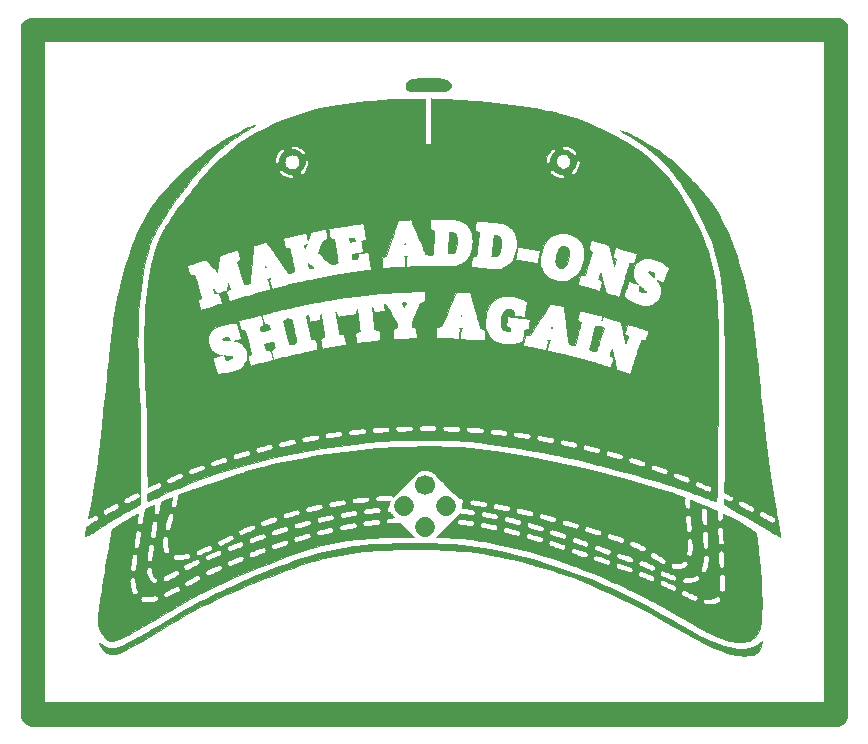
<source format=gtl>
G04 #@! TF.FileFunction,Copper,L1,Top,Signal*
%FSLAX46Y46*%
G04 Gerber Fmt 4.6, Leading zero omitted, Abs format (unit mm)*
G04 Created by KiCad (PCBNEW 4.0.7) date 06/27/18 22:11:54*
%MOMM*%
%LPD*%
G01*
G04 APERTURE LIST*
%ADD10C,0.100000*%
%ADD11C,0.010000*%
%ADD12C,1.700000*%
%ADD13C,1.700000*%
G04 APERTURE END LIST*
D10*
D11*
G36*
X172279683Y-60272084D02*
X173692059Y-60272088D01*
X175063317Y-60272096D01*
X176394067Y-60272109D01*
X177684917Y-60272126D01*
X178936474Y-60272149D01*
X180149348Y-60272178D01*
X181324146Y-60272214D01*
X182461476Y-60272258D01*
X183561947Y-60272310D01*
X184626168Y-60272371D01*
X185654745Y-60272442D01*
X186648288Y-60272523D01*
X187607405Y-60272615D01*
X188532703Y-60272719D01*
X189424792Y-60272835D01*
X190284280Y-60272964D01*
X191111774Y-60273106D01*
X191907882Y-60273263D01*
X192673215Y-60273434D01*
X193408378Y-60273622D01*
X194113981Y-60273825D01*
X194790632Y-60274046D01*
X195438939Y-60274284D01*
X196059510Y-60274540D01*
X196652954Y-60274815D01*
X197219879Y-60275110D01*
X197760893Y-60275425D01*
X198276604Y-60275761D01*
X198767621Y-60276118D01*
X199234551Y-60276498D01*
X199678003Y-60276900D01*
X200098586Y-60277326D01*
X200496907Y-60277777D01*
X200873575Y-60278252D01*
X201229197Y-60278753D01*
X201564383Y-60279280D01*
X201879740Y-60279833D01*
X202175877Y-60280415D01*
X202453402Y-60281024D01*
X202712922Y-60281663D01*
X202955048Y-60282330D01*
X203180385Y-60283028D01*
X203389544Y-60283757D01*
X203583132Y-60284518D01*
X203761756Y-60285310D01*
X203926027Y-60286136D01*
X204076551Y-60286995D01*
X204213937Y-60287888D01*
X204338794Y-60288815D01*
X204451729Y-60289779D01*
X204553350Y-60290778D01*
X204644267Y-60291815D01*
X204725087Y-60292888D01*
X204796418Y-60294000D01*
X204858868Y-60295151D01*
X204913047Y-60296341D01*
X204959562Y-60297571D01*
X204999021Y-60298842D01*
X205032033Y-60300155D01*
X205059206Y-60301509D01*
X205081147Y-60302907D01*
X205098466Y-60304348D01*
X205111771Y-60305832D01*
X205121669Y-60307362D01*
X205128769Y-60308937D01*
X205130600Y-60309467D01*
X205291240Y-60379542D01*
X205443687Y-60484506D01*
X205580097Y-60616916D01*
X205692625Y-60769327D01*
X205764349Y-60910803D01*
X205814083Y-61034083D01*
X205819595Y-90191166D01*
X205819860Y-91654026D01*
X205820096Y-93074898D01*
X205820301Y-94454130D01*
X205820475Y-95792069D01*
X205820619Y-97089059D01*
X205820731Y-98345449D01*
X205820813Y-99561584D01*
X205820863Y-100737811D01*
X205820881Y-101874476D01*
X205820868Y-102971926D01*
X205820823Y-104030507D01*
X205820745Y-105050566D01*
X205820635Y-106032448D01*
X205820492Y-106976502D01*
X205820317Y-107883072D01*
X205820108Y-108752506D01*
X205819866Y-109585149D01*
X205819591Y-110381349D01*
X205819282Y-111141452D01*
X205818939Y-111865804D01*
X205818563Y-112554751D01*
X205818151Y-113208641D01*
X205817706Y-113827820D01*
X205817225Y-114412633D01*
X205816710Y-114963428D01*
X205816160Y-115480551D01*
X205815574Y-115964348D01*
X205814953Y-116415166D01*
X205814296Y-116833352D01*
X205813603Y-117219251D01*
X205812874Y-117573210D01*
X205812108Y-117895576D01*
X205811307Y-118186695D01*
X205810468Y-118446914D01*
X205809592Y-118676579D01*
X205808679Y-118876036D01*
X205807729Y-119045632D01*
X205806741Y-119185713D01*
X205805716Y-119296626D01*
X205804652Y-119378718D01*
X205803550Y-119432334D01*
X205802410Y-119457821D01*
X205802164Y-119459641D01*
X205742939Y-119645823D01*
X205648011Y-119815793D01*
X205522424Y-119964819D01*
X205371223Y-120088167D01*
X205199450Y-120181105D01*
X205012152Y-120238900D01*
X204962524Y-120247443D01*
X204936045Y-120248224D01*
X204868099Y-120248988D01*
X204759548Y-120249735D01*
X204611258Y-120250465D01*
X204424091Y-120251178D01*
X204198912Y-120251875D01*
X203936585Y-120252554D01*
X203637974Y-120253218D01*
X203303942Y-120253864D01*
X202935354Y-120254493D01*
X202533073Y-120255106D01*
X202097964Y-120255703D01*
X201630890Y-120256282D01*
X201132715Y-120256845D01*
X200604304Y-120257391D01*
X200046519Y-120257921D01*
X199460225Y-120258434D01*
X198846287Y-120258930D01*
X198205567Y-120259410D01*
X197538929Y-120259873D01*
X196847239Y-120260320D01*
X196131359Y-120260750D01*
X195392153Y-120261163D01*
X194630486Y-120261561D01*
X193847221Y-120261941D01*
X193043222Y-120262305D01*
X192219353Y-120262653D01*
X191376479Y-120262984D01*
X190515462Y-120263299D01*
X189637168Y-120263597D01*
X188742459Y-120263879D01*
X187832200Y-120264145D01*
X186907254Y-120264394D01*
X185968486Y-120264627D01*
X185016760Y-120264844D01*
X184052939Y-120265044D01*
X183077887Y-120265228D01*
X182092469Y-120265395D01*
X181097547Y-120265547D01*
X180093987Y-120265682D01*
X179082652Y-120265800D01*
X178064406Y-120265903D01*
X177040112Y-120265989D01*
X176010635Y-120266060D01*
X174976839Y-120266114D01*
X173939588Y-120266151D01*
X172899745Y-120266173D01*
X171858174Y-120266179D01*
X170815740Y-120266168D01*
X169773306Y-120266141D01*
X168731736Y-120266099D01*
X167691894Y-120266040D01*
X166654644Y-120265965D01*
X165620850Y-120265874D01*
X164591376Y-120265767D01*
X163567086Y-120265644D01*
X162548843Y-120265505D01*
X161537512Y-120265350D01*
X160533957Y-120265179D01*
X159539041Y-120264992D01*
X158553628Y-120264789D01*
X157578583Y-120264571D01*
X156614768Y-120264336D01*
X155663049Y-120264086D01*
X154724289Y-120263819D01*
X153799352Y-120263537D01*
X152889102Y-120263239D01*
X151994402Y-120262925D01*
X151116117Y-120262595D01*
X150255111Y-120262250D01*
X149412247Y-120261888D01*
X148588390Y-120261511D01*
X147784403Y-120261118D01*
X147001150Y-120260710D01*
X146239496Y-120260285D01*
X145500303Y-120259845D01*
X144784437Y-120259390D01*
X144092761Y-120258918D01*
X143426138Y-120258431D01*
X142785434Y-120257929D01*
X142171511Y-120257410D01*
X141585233Y-120256876D01*
X141027465Y-120256327D01*
X140499071Y-120255762D01*
X140000914Y-120255181D01*
X139533858Y-120254585D01*
X139098768Y-120253973D01*
X138696506Y-120253346D01*
X138327938Y-120252703D01*
X137993927Y-120252045D01*
X137695336Y-120251371D01*
X137433031Y-120250682D01*
X137207874Y-120249977D01*
X137020729Y-120249257D01*
X136872462Y-120248522D01*
X136763934Y-120247771D01*
X136696012Y-120247005D01*
X136669557Y-120246223D01*
X136669550Y-120246222D01*
X136489552Y-120199173D01*
X136320409Y-120115470D01*
X136167701Y-120000462D01*
X136037008Y-119859497D01*
X135933909Y-119697925D01*
X135863986Y-119521094D01*
X135849006Y-119459641D01*
X135847857Y-119440047D01*
X135846748Y-119392374D01*
X135845676Y-119316276D01*
X135844642Y-119211407D01*
X135843647Y-119077421D01*
X135842689Y-118913972D01*
X135841768Y-118720714D01*
X135840884Y-118497302D01*
X135840088Y-118258166D01*
X137816150Y-118258166D01*
X203835015Y-118258166D01*
X203829716Y-90259958D01*
X203824416Y-62261750D01*
X137826750Y-62261750D01*
X137816150Y-118258166D01*
X135840088Y-118258166D01*
X135840038Y-118243389D01*
X135839228Y-117958629D01*
X135838455Y-117642676D01*
X135837719Y-117295185D01*
X135837018Y-116915809D01*
X135836354Y-116504202D01*
X135835725Y-116060019D01*
X135835132Y-115582913D01*
X135834574Y-115072538D01*
X135834051Y-114528550D01*
X135833564Y-113950600D01*
X135833111Y-113338345D01*
X135832692Y-112691436D01*
X135832308Y-112009530D01*
X135831958Y-111292279D01*
X135831642Y-110539338D01*
X135831360Y-109750360D01*
X135831111Y-108925001D01*
X135830896Y-108062913D01*
X135830713Y-107163751D01*
X135830564Y-106227169D01*
X135830447Y-105252820D01*
X135830362Y-104240360D01*
X135830310Y-103189441D01*
X135830290Y-102099719D01*
X135830302Y-100970846D01*
X135830346Y-99802478D01*
X135830421Y-98594267D01*
X135830527Y-97345869D01*
X135830664Y-96056937D01*
X135830832Y-94727125D01*
X135831031Y-93356087D01*
X135831260Y-91943478D01*
X135831519Y-90488950D01*
X135831575Y-90191166D01*
X135837083Y-61034083D01*
X135886816Y-60910803D01*
X135976632Y-60739922D01*
X136098392Y-60585936D01*
X136244804Y-60455784D01*
X136408578Y-60356402D01*
X136514416Y-60313681D01*
X136520076Y-60311914D01*
X136526513Y-60310197D01*
X136534340Y-60308531D01*
X136544165Y-60306914D01*
X136556599Y-60305345D01*
X136572254Y-60303824D01*
X136591739Y-60302350D01*
X136615664Y-60300923D01*
X136644640Y-60299541D01*
X136679278Y-60298204D01*
X136720188Y-60296911D01*
X136767980Y-60295662D01*
X136823265Y-60294455D01*
X136886653Y-60293290D01*
X136958755Y-60292166D01*
X137040180Y-60291083D01*
X137131540Y-60290039D01*
X137233445Y-60289034D01*
X137346505Y-60288068D01*
X137471331Y-60287139D01*
X137608533Y-60286246D01*
X137758721Y-60285390D01*
X137922506Y-60284569D01*
X138100499Y-60283782D01*
X138293309Y-60283029D01*
X138501547Y-60282309D01*
X138725824Y-60281621D01*
X138966750Y-60280965D01*
X139224936Y-60280340D01*
X139500991Y-60279745D01*
X139795526Y-60279179D01*
X140109152Y-60278641D01*
X140442480Y-60278132D01*
X140796118Y-60277649D01*
X141170679Y-60277193D01*
X141566772Y-60276763D01*
X141985007Y-60276357D01*
X142425996Y-60275976D01*
X142890349Y-60275618D01*
X143378675Y-60275282D01*
X143891586Y-60274969D01*
X144429691Y-60274676D01*
X144993602Y-60274404D01*
X145583929Y-60274152D01*
X146201281Y-60273919D01*
X146846270Y-60273704D01*
X147519506Y-60273506D01*
X148221600Y-60273326D01*
X148953161Y-60273161D01*
X149714800Y-60273011D01*
X150507128Y-60272876D01*
X151330754Y-60272755D01*
X152186291Y-60272646D01*
X153074347Y-60272550D01*
X153995533Y-60272466D01*
X154950460Y-60272392D01*
X155939738Y-60272329D01*
X156963977Y-60272275D01*
X158023789Y-60272229D01*
X159119782Y-60272191D01*
X160252569Y-60272161D01*
X161422758Y-60272136D01*
X162630962Y-60272118D01*
X163877789Y-60272104D01*
X165163850Y-60272094D01*
X166489757Y-60272088D01*
X167856118Y-60272085D01*
X169263546Y-60272083D01*
X170825583Y-60272083D01*
X172279683Y-60272084D01*
X172279683Y-60272084D01*
G37*
X172279683Y-60272084D02*
X173692059Y-60272088D01*
X175063317Y-60272096D01*
X176394067Y-60272109D01*
X177684917Y-60272126D01*
X178936474Y-60272149D01*
X180149348Y-60272178D01*
X181324146Y-60272214D01*
X182461476Y-60272258D01*
X183561947Y-60272310D01*
X184626168Y-60272371D01*
X185654745Y-60272442D01*
X186648288Y-60272523D01*
X187607405Y-60272615D01*
X188532703Y-60272719D01*
X189424792Y-60272835D01*
X190284280Y-60272964D01*
X191111774Y-60273106D01*
X191907882Y-60273263D01*
X192673215Y-60273434D01*
X193408378Y-60273622D01*
X194113981Y-60273825D01*
X194790632Y-60274046D01*
X195438939Y-60274284D01*
X196059510Y-60274540D01*
X196652954Y-60274815D01*
X197219879Y-60275110D01*
X197760893Y-60275425D01*
X198276604Y-60275761D01*
X198767621Y-60276118D01*
X199234551Y-60276498D01*
X199678003Y-60276900D01*
X200098586Y-60277326D01*
X200496907Y-60277777D01*
X200873575Y-60278252D01*
X201229197Y-60278753D01*
X201564383Y-60279280D01*
X201879740Y-60279833D01*
X202175877Y-60280415D01*
X202453402Y-60281024D01*
X202712922Y-60281663D01*
X202955048Y-60282330D01*
X203180385Y-60283028D01*
X203389544Y-60283757D01*
X203583132Y-60284518D01*
X203761756Y-60285310D01*
X203926027Y-60286136D01*
X204076551Y-60286995D01*
X204213937Y-60287888D01*
X204338794Y-60288815D01*
X204451729Y-60289779D01*
X204553350Y-60290778D01*
X204644267Y-60291815D01*
X204725087Y-60292888D01*
X204796418Y-60294000D01*
X204858868Y-60295151D01*
X204913047Y-60296341D01*
X204959562Y-60297571D01*
X204999021Y-60298842D01*
X205032033Y-60300155D01*
X205059206Y-60301509D01*
X205081147Y-60302907D01*
X205098466Y-60304348D01*
X205111771Y-60305832D01*
X205121669Y-60307362D01*
X205128769Y-60308937D01*
X205130600Y-60309467D01*
X205291240Y-60379542D01*
X205443687Y-60484506D01*
X205580097Y-60616916D01*
X205692625Y-60769327D01*
X205764349Y-60910803D01*
X205814083Y-61034083D01*
X205819595Y-90191166D01*
X205819860Y-91654026D01*
X205820096Y-93074898D01*
X205820301Y-94454130D01*
X205820475Y-95792069D01*
X205820619Y-97089059D01*
X205820731Y-98345449D01*
X205820813Y-99561584D01*
X205820863Y-100737811D01*
X205820881Y-101874476D01*
X205820868Y-102971926D01*
X205820823Y-104030507D01*
X205820745Y-105050566D01*
X205820635Y-106032448D01*
X205820492Y-106976502D01*
X205820317Y-107883072D01*
X205820108Y-108752506D01*
X205819866Y-109585149D01*
X205819591Y-110381349D01*
X205819282Y-111141452D01*
X205818939Y-111865804D01*
X205818563Y-112554751D01*
X205818151Y-113208641D01*
X205817706Y-113827820D01*
X205817225Y-114412633D01*
X205816710Y-114963428D01*
X205816160Y-115480551D01*
X205815574Y-115964348D01*
X205814953Y-116415166D01*
X205814296Y-116833352D01*
X205813603Y-117219251D01*
X205812874Y-117573210D01*
X205812108Y-117895576D01*
X205811307Y-118186695D01*
X205810468Y-118446914D01*
X205809592Y-118676579D01*
X205808679Y-118876036D01*
X205807729Y-119045632D01*
X205806741Y-119185713D01*
X205805716Y-119296626D01*
X205804652Y-119378718D01*
X205803550Y-119432334D01*
X205802410Y-119457821D01*
X205802164Y-119459641D01*
X205742939Y-119645823D01*
X205648011Y-119815793D01*
X205522424Y-119964819D01*
X205371223Y-120088167D01*
X205199450Y-120181105D01*
X205012152Y-120238900D01*
X204962524Y-120247443D01*
X204936045Y-120248224D01*
X204868099Y-120248988D01*
X204759548Y-120249735D01*
X204611258Y-120250465D01*
X204424091Y-120251178D01*
X204198912Y-120251875D01*
X203936585Y-120252554D01*
X203637974Y-120253218D01*
X203303942Y-120253864D01*
X202935354Y-120254493D01*
X202533073Y-120255106D01*
X202097964Y-120255703D01*
X201630890Y-120256282D01*
X201132715Y-120256845D01*
X200604304Y-120257391D01*
X200046519Y-120257921D01*
X199460225Y-120258434D01*
X198846287Y-120258930D01*
X198205567Y-120259410D01*
X197538929Y-120259873D01*
X196847239Y-120260320D01*
X196131359Y-120260750D01*
X195392153Y-120261163D01*
X194630486Y-120261561D01*
X193847221Y-120261941D01*
X193043222Y-120262305D01*
X192219353Y-120262653D01*
X191376479Y-120262984D01*
X190515462Y-120263299D01*
X189637168Y-120263597D01*
X188742459Y-120263879D01*
X187832200Y-120264145D01*
X186907254Y-120264394D01*
X185968486Y-120264627D01*
X185016760Y-120264844D01*
X184052939Y-120265044D01*
X183077887Y-120265228D01*
X182092469Y-120265395D01*
X181097547Y-120265547D01*
X180093987Y-120265682D01*
X179082652Y-120265800D01*
X178064406Y-120265903D01*
X177040112Y-120265989D01*
X176010635Y-120266060D01*
X174976839Y-120266114D01*
X173939588Y-120266151D01*
X172899745Y-120266173D01*
X171858174Y-120266179D01*
X170815740Y-120266168D01*
X169773306Y-120266141D01*
X168731736Y-120266099D01*
X167691894Y-120266040D01*
X166654644Y-120265965D01*
X165620850Y-120265874D01*
X164591376Y-120265767D01*
X163567086Y-120265644D01*
X162548843Y-120265505D01*
X161537512Y-120265350D01*
X160533957Y-120265179D01*
X159539041Y-120264992D01*
X158553628Y-120264789D01*
X157578583Y-120264571D01*
X156614768Y-120264336D01*
X155663049Y-120264086D01*
X154724289Y-120263819D01*
X153799352Y-120263537D01*
X152889102Y-120263239D01*
X151994402Y-120262925D01*
X151116117Y-120262595D01*
X150255111Y-120262250D01*
X149412247Y-120261888D01*
X148588390Y-120261511D01*
X147784403Y-120261118D01*
X147001150Y-120260710D01*
X146239496Y-120260285D01*
X145500303Y-120259845D01*
X144784437Y-120259390D01*
X144092761Y-120258918D01*
X143426138Y-120258431D01*
X142785434Y-120257929D01*
X142171511Y-120257410D01*
X141585233Y-120256876D01*
X141027465Y-120256327D01*
X140499071Y-120255762D01*
X140000914Y-120255181D01*
X139533858Y-120254585D01*
X139098768Y-120253973D01*
X138696506Y-120253346D01*
X138327938Y-120252703D01*
X137993927Y-120252045D01*
X137695336Y-120251371D01*
X137433031Y-120250682D01*
X137207874Y-120249977D01*
X137020729Y-120249257D01*
X136872462Y-120248522D01*
X136763934Y-120247771D01*
X136696012Y-120247005D01*
X136669557Y-120246223D01*
X136669550Y-120246222D01*
X136489552Y-120199173D01*
X136320409Y-120115470D01*
X136167701Y-120000462D01*
X136037008Y-119859497D01*
X135933909Y-119697925D01*
X135863986Y-119521094D01*
X135849006Y-119459641D01*
X135847857Y-119440047D01*
X135846748Y-119392374D01*
X135845676Y-119316276D01*
X135844642Y-119211407D01*
X135843647Y-119077421D01*
X135842689Y-118913972D01*
X135841768Y-118720714D01*
X135840884Y-118497302D01*
X135840088Y-118258166D01*
X137816150Y-118258166D01*
X203835015Y-118258166D01*
X203829716Y-90259958D01*
X203824416Y-62261750D01*
X137826750Y-62261750D01*
X137816150Y-118258166D01*
X135840088Y-118258166D01*
X135840038Y-118243389D01*
X135839228Y-117958629D01*
X135838455Y-117642676D01*
X135837719Y-117295185D01*
X135837018Y-116915809D01*
X135836354Y-116504202D01*
X135835725Y-116060019D01*
X135835132Y-115582913D01*
X135834574Y-115072538D01*
X135834051Y-114528550D01*
X135833564Y-113950600D01*
X135833111Y-113338345D01*
X135832692Y-112691436D01*
X135832308Y-112009530D01*
X135831958Y-111292279D01*
X135831642Y-110539338D01*
X135831360Y-109750360D01*
X135831111Y-108925001D01*
X135830896Y-108062913D01*
X135830713Y-107163751D01*
X135830564Y-106227169D01*
X135830447Y-105252820D01*
X135830362Y-104240360D01*
X135830310Y-103189441D01*
X135830290Y-102099719D01*
X135830302Y-100970846D01*
X135830346Y-99802478D01*
X135830421Y-98594267D01*
X135830527Y-97345869D01*
X135830664Y-96056937D01*
X135830832Y-94727125D01*
X135831031Y-93356087D01*
X135831260Y-91943478D01*
X135831519Y-90488950D01*
X135831575Y-90191166D01*
X135837083Y-61034083D01*
X135886816Y-60910803D01*
X135976632Y-60739922D01*
X136098392Y-60585936D01*
X136244804Y-60455784D01*
X136408578Y-60356402D01*
X136514416Y-60313681D01*
X136520076Y-60311914D01*
X136526513Y-60310197D01*
X136534340Y-60308531D01*
X136544165Y-60306914D01*
X136556599Y-60305345D01*
X136572254Y-60303824D01*
X136591739Y-60302350D01*
X136615664Y-60300923D01*
X136644640Y-60299541D01*
X136679278Y-60298204D01*
X136720188Y-60296911D01*
X136767980Y-60295662D01*
X136823265Y-60294455D01*
X136886653Y-60293290D01*
X136958755Y-60292166D01*
X137040180Y-60291083D01*
X137131540Y-60290039D01*
X137233445Y-60289034D01*
X137346505Y-60288068D01*
X137471331Y-60287139D01*
X137608533Y-60286246D01*
X137758721Y-60285390D01*
X137922506Y-60284569D01*
X138100499Y-60283782D01*
X138293309Y-60283029D01*
X138501547Y-60282309D01*
X138725824Y-60281621D01*
X138966750Y-60280965D01*
X139224936Y-60280340D01*
X139500991Y-60279745D01*
X139795526Y-60279179D01*
X140109152Y-60278641D01*
X140442480Y-60278132D01*
X140796118Y-60277649D01*
X141170679Y-60277193D01*
X141566772Y-60276763D01*
X141985007Y-60276357D01*
X142425996Y-60275976D01*
X142890349Y-60275618D01*
X143378675Y-60275282D01*
X143891586Y-60274969D01*
X144429691Y-60274676D01*
X144993602Y-60274404D01*
X145583929Y-60274152D01*
X146201281Y-60273919D01*
X146846270Y-60273704D01*
X147519506Y-60273506D01*
X148221600Y-60273326D01*
X148953161Y-60273161D01*
X149714800Y-60273011D01*
X150507128Y-60272876D01*
X151330754Y-60272755D01*
X152186291Y-60272646D01*
X153074347Y-60272550D01*
X153995533Y-60272466D01*
X154950460Y-60272392D01*
X155939738Y-60272329D01*
X156963977Y-60272275D01*
X158023789Y-60272229D01*
X159119782Y-60272191D01*
X160252569Y-60272161D01*
X161422758Y-60272136D01*
X162630962Y-60272118D01*
X163877789Y-60272104D01*
X165163850Y-60272094D01*
X166489757Y-60272088D01*
X167856118Y-60272085D01*
X169263546Y-60272083D01*
X170825583Y-60272083D01*
X172279683Y-60272084D01*
G36*
X169516898Y-104786522D02*
X169925769Y-104787438D01*
X170298413Y-104789116D01*
X170637881Y-104791658D01*
X170947226Y-104795166D01*
X171229498Y-104799742D01*
X171487749Y-104805487D01*
X171725030Y-104812504D01*
X171944394Y-104820893D01*
X172148891Y-104830756D01*
X172341572Y-104842196D01*
X172525489Y-104855314D01*
X172703695Y-104870211D01*
X172879239Y-104886989D01*
X173055173Y-104905751D01*
X173217416Y-104924541D01*
X174403343Y-105086607D01*
X175596866Y-105289829D01*
X176796972Y-105533914D01*
X178002649Y-105818568D01*
X179212883Y-106143499D01*
X180426660Y-106508414D01*
X181642969Y-106913019D01*
X182860795Y-107357023D01*
X184079126Y-107840131D01*
X185296948Y-108362052D01*
X185642250Y-108517165D01*
X186325519Y-108832689D01*
X187000182Y-109155502D01*
X187672064Y-109488640D01*
X188346990Y-109835140D01*
X189030785Y-110198036D01*
X189729272Y-110580366D01*
X190448277Y-110985164D01*
X191113833Y-111368926D01*
X191479389Y-111581393D01*
X191811881Y-111773522D01*
X192114396Y-111947001D01*
X192390020Y-112103519D01*
X192641841Y-112244764D01*
X192872946Y-112372424D01*
X193086421Y-112488188D01*
X193285355Y-112593743D01*
X193472833Y-112690780D01*
X193651944Y-112780985D01*
X193825774Y-112866048D01*
X193997411Y-112947656D01*
X194018192Y-112957384D01*
X194490885Y-113167430D01*
X194938824Y-113343963D01*
X195362962Y-113487108D01*
X195764250Y-113596988D01*
X196143639Y-113673728D01*
X196502082Y-113717450D01*
X196840529Y-113728279D01*
X197159934Y-113706338D01*
X197461246Y-113651751D01*
X197745419Y-113564641D01*
X197963953Y-113470196D01*
X198050957Y-113422690D01*
X198157071Y-113357777D01*
X198268246Y-113284367D01*
X198361120Y-113218322D01*
X198444968Y-113156523D01*
X198515985Y-113105042D01*
X198567628Y-113068561D01*
X198593352Y-113051757D01*
X198594874Y-113051166D01*
X198593256Y-113070268D01*
X198582427Y-113122229D01*
X198564195Y-113199033D01*
X198541246Y-113289291D01*
X198472597Y-113514534D01*
X198393908Y-113701626D01*
X198303592Y-113853898D01*
X198226949Y-113947590D01*
X198108380Y-114054527D01*
X197976238Y-114135164D01*
X197819085Y-114195913D01*
X197749010Y-114215479D01*
X197680519Y-114231707D01*
X197611213Y-114244816D01*
X197533066Y-114255735D01*
X197438050Y-114265391D01*
X197318139Y-114274714D01*
X197165308Y-114284633D01*
X197135750Y-114286428D01*
X197071368Y-114287764D01*
X196978114Y-114286486D01*
X196869346Y-114282893D01*
X196775916Y-114278316D01*
X196586012Y-114264712D01*
X196418744Y-114245708D01*
X196259381Y-114218727D01*
X196093194Y-114181193D01*
X195905452Y-114130528D01*
X195865750Y-114119095D01*
X195604045Y-114039001D01*
X195343784Y-113950584D01*
X195078881Y-113851358D01*
X194803253Y-113738835D01*
X194510815Y-113610527D01*
X194195484Y-113463946D01*
X193851175Y-113296604D01*
X193836344Y-113289260D01*
X193677052Y-113209955D01*
X193524976Y-113133356D01*
X193376878Y-113057673D01*
X193229518Y-112981120D01*
X193079656Y-112901907D01*
X192924053Y-112818246D01*
X192759470Y-112728349D01*
X192582666Y-112630429D01*
X192390404Y-112522695D01*
X192179442Y-112403361D01*
X191946542Y-112270639D01*
X191688465Y-112122739D01*
X191401970Y-111957873D01*
X191083819Y-111774254D01*
X190912750Y-111675368D01*
X190302795Y-111328313D01*
X189672991Y-110980842D01*
X189027326Y-110634830D01*
X188369788Y-110292151D01*
X187704364Y-109954678D01*
X187035042Y-109624287D01*
X186365810Y-109302852D01*
X185700655Y-108992246D01*
X185043565Y-108694344D01*
X184398529Y-108411019D01*
X183769533Y-108144148D01*
X183160565Y-107895602D01*
X182575614Y-107667257D01*
X182018666Y-107460988D01*
X181726416Y-107357866D01*
X181472149Y-107271776D01*
X181184023Y-107177605D01*
X180869245Y-107077549D01*
X180535024Y-106973806D01*
X180188567Y-106868570D01*
X179837083Y-106764039D01*
X179487778Y-106662409D01*
X179147861Y-106565877D01*
X178920128Y-106502722D01*
X178208570Y-106313037D01*
X177527018Y-106143030D01*
X176868620Y-105991557D01*
X176226523Y-105857472D01*
X175593875Y-105739632D01*
X174963824Y-105636892D01*
X174329518Y-105548107D01*
X173684105Y-105472133D01*
X173020732Y-105407824D01*
X172332547Y-105354037D01*
X171862750Y-105323823D01*
X171737214Y-105317820D01*
X171573835Y-105312285D01*
X171377099Y-105307241D01*
X171151494Y-105302712D01*
X170901507Y-105298719D01*
X170631625Y-105295286D01*
X170346335Y-105292435D01*
X170050125Y-105290188D01*
X169747482Y-105288569D01*
X169442893Y-105287600D01*
X169140845Y-105287304D01*
X168845825Y-105287703D01*
X168562322Y-105288820D01*
X168294821Y-105290677D01*
X168047810Y-105293298D01*
X167825777Y-105296705D01*
X167633208Y-105300921D01*
X167585789Y-105302231D01*
X166976036Y-105322734D01*
X166395293Y-105348302D01*
X165840198Y-105379670D01*
X165307388Y-105417576D01*
X164793502Y-105462753D01*
X164295176Y-105515937D01*
X163809047Y-105577865D01*
X163331754Y-105649271D01*
X162859933Y-105730891D01*
X162390222Y-105823461D01*
X161919259Y-105927717D01*
X161443681Y-106044393D01*
X160960124Y-106174225D01*
X160465228Y-106317949D01*
X159955629Y-106476301D01*
X159427964Y-106650016D01*
X158878871Y-106839829D01*
X158304987Y-107046476D01*
X157702950Y-107270693D01*
X157069398Y-107513216D01*
X156548666Y-107716555D01*
X155886835Y-107979080D01*
X155261772Y-108231640D01*
X154669605Y-108476110D01*
X154106459Y-108714366D01*
X153568461Y-108948283D01*
X153051735Y-109179738D01*
X152552409Y-109410606D01*
X152066608Y-109642764D01*
X151590458Y-109878087D01*
X151120084Y-110118451D01*
X150651614Y-110365733D01*
X150181173Y-110621807D01*
X149704887Y-110888550D01*
X149218882Y-111167838D01*
X148719284Y-111461547D01*
X148314833Y-111703566D01*
X147830577Y-111994757D01*
X147380745Y-112263913D01*
X146964055Y-112511746D01*
X146579228Y-112738968D01*
X146224982Y-112946290D01*
X145900038Y-113134422D01*
X145603115Y-113304077D01*
X145332932Y-113455965D01*
X145088210Y-113590799D01*
X144867667Y-113709288D01*
X144670023Y-113812146D01*
X144493998Y-113900082D01*
X144338311Y-113973808D01*
X144201682Y-114034036D01*
X144082831Y-114081476D01*
X143980477Y-114116841D01*
X143958776Y-114123448D01*
X143766795Y-114158849D01*
X143568261Y-114156092D01*
X143369221Y-114117434D01*
X143175723Y-114045132D01*
X142993815Y-113941443D01*
X142829543Y-113808623D01*
X142689622Y-113649834D01*
X142608392Y-113534226D01*
X142541752Y-113428771D01*
X142491935Y-113338021D01*
X142461172Y-113266529D01*
X142451696Y-113218848D01*
X142465737Y-113199531D01*
X142468786Y-113199333D01*
X142494183Y-113209697D01*
X142544599Y-113236916D01*
X142609297Y-113275182D01*
X142611661Y-113276634D01*
X142693683Y-113326982D01*
X142791702Y-113387048D01*
X142885585Y-113444495D01*
X142892534Y-113448742D01*
X143074651Y-113544438D01*
X143258551Y-113608162D01*
X143448923Y-113640031D01*
X143650454Y-113640160D01*
X143867835Y-113608666D01*
X144105753Y-113545665D01*
X144286050Y-113483245D01*
X144407313Y-113436023D01*
X144534373Y-113382765D01*
X144669412Y-113322271D01*
X144814611Y-113253338D01*
X144972154Y-113174764D01*
X145144223Y-113085348D01*
X145332999Y-112983889D01*
X145540665Y-112869183D01*
X145769404Y-112740031D01*
X146021397Y-112595229D01*
X146298826Y-112433577D01*
X146603874Y-112253872D01*
X146938723Y-112054914D01*
X147305555Y-111835499D01*
X147605750Y-111655124D01*
X148165416Y-111320115D01*
X148694894Y-111007175D01*
X149198618Y-110714015D01*
X149681022Y-110438344D01*
X150146540Y-110177872D01*
X150599604Y-109930308D01*
X151044649Y-109693360D01*
X151486109Y-109464740D01*
X151928417Y-109242155D01*
X152376007Y-109023316D01*
X152833312Y-108805931D01*
X153304768Y-108587711D01*
X153794806Y-108366364D01*
X154307862Y-108139600D01*
X154848368Y-107905128D01*
X154942861Y-107864527D01*
X155621360Y-107575823D01*
X156265578Y-107306956D01*
X156878173Y-107057089D01*
X157461806Y-106825387D01*
X158019138Y-106611014D01*
X158552829Y-106413134D01*
X159065539Y-106230911D01*
X159559928Y-106063508D01*
X160038657Y-105910091D01*
X160504386Y-105769824D01*
X160959775Y-105641870D01*
X161407485Y-105525393D01*
X161850176Y-105419558D01*
X162290508Y-105323528D01*
X162731142Y-105236469D01*
X163174738Y-105157543D01*
X163623955Y-105085915D01*
X163925250Y-105042172D01*
X164184102Y-105006547D01*
X164428095Y-104974331D01*
X164660584Y-104945357D01*
X164884925Y-104919459D01*
X165104475Y-104896469D01*
X165322590Y-104876220D01*
X165542626Y-104858545D01*
X165767941Y-104843278D01*
X166001890Y-104830251D01*
X166247830Y-104819298D01*
X166509116Y-104810250D01*
X166789106Y-104802942D01*
X167091156Y-104797207D01*
X167418622Y-104792877D01*
X167774861Y-104789785D01*
X168163228Y-104787764D01*
X168587081Y-104786648D01*
X169049775Y-104786270D01*
X169068750Y-104786268D01*
X169516898Y-104786522D01*
X169516898Y-104786522D01*
G37*
X169516898Y-104786522D02*
X169925769Y-104787438D01*
X170298413Y-104789116D01*
X170637881Y-104791658D01*
X170947226Y-104795166D01*
X171229498Y-104799742D01*
X171487749Y-104805487D01*
X171725030Y-104812504D01*
X171944394Y-104820893D01*
X172148891Y-104830756D01*
X172341572Y-104842196D01*
X172525489Y-104855314D01*
X172703695Y-104870211D01*
X172879239Y-104886989D01*
X173055173Y-104905751D01*
X173217416Y-104924541D01*
X174403343Y-105086607D01*
X175596866Y-105289829D01*
X176796972Y-105533914D01*
X178002649Y-105818568D01*
X179212883Y-106143499D01*
X180426660Y-106508414D01*
X181642969Y-106913019D01*
X182860795Y-107357023D01*
X184079126Y-107840131D01*
X185296948Y-108362052D01*
X185642250Y-108517165D01*
X186325519Y-108832689D01*
X187000182Y-109155502D01*
X187672064Y-109488640D01*
X188346990Y-109835140D01*
X189030785Y-110198036D01*
X189729272Y-110580366D01*
X190448277Y-110985164D01*
X191113833Y-111368926D01*
X191479389Y-111581393D01*
X191811881Y-111773522D01*
X192114396Y-111947001D01*
X192390020Y-112103519D01*
X192641841Y-112244764D01*
X192872946Y-112372424D01*
X193086421Y-112488188D01*
X193285355Y-112593743D01*
X193472833Y-112690780D01*
X193651944Y-112780985D01*
X193825774Y-112866048D01*
X193997411Y-112947656D01*
X194018192Y-112957384D01*
X194490885Y-113167430D01*
X194938824Y-113343963D01*
X195362962Y-113487108D01*
X195764250Y-113596988D01*
X196143639Y-113673728D01*
X196502082Y-113717450D01*
X196840529Y-113728279D01*
X197159934Y-113706338D01*
X197461246Y-113651751D01*
X197745419Y-113564641D01*
X197963953Y-113470196D01*
X198050957Y-113422690D01*
X198157071Y-113357777D01*
X198268246Y-113284367D01*
X198361120Y-113218322D01*
X198444968Y-113156523D01*
X198515985Y-113105042D01*
X198567628Y-113068561D01*
X198593352Y-113051757D01*
X198594874Y-113051166D01*
X198593256Y-113070268D01*
X198582427Y-113122229D01*
X198564195Y-113199033D01*
X198541246Y-113289291D01*
X198472597Y-113514534D01*
X198393908Y-113701626D01*
X198303592Y-113853898D01*
X198226949Y-113947590D01*
X198108380Y-114054527D01*
X197976238Y-114135164D01*
X197819085Y-114195913D01*
X197749010Y-114215479D01*
X197680519Y-114231707D01*
X197611213Y-114244816D01*
X197533066Y-114255735D01*
X197438050Y-114265391D01*
X197318139Y-114274714D01*
X197165308Y-114284633D01*
X197135750Y-114286428D01*
X197071368Y-114287764D01*
X196978114Y-114286486D01*
X196869346Y-114282893D01*
X196775916Y-114278316D01*
X196586012Y-114264712D01*
X196418744Y-114245708D01*
X196259381Y-114218727D01*
X196093194Y-114181193D01*
X195905452Y-114130528D01*
X195865750Y-114119095D01*
X195604045Y-114039001D01*
X195343784Y-113950584D01*
X195078881Y-113851358D01*
X194803253Y-113738835D01*
X194510815Y-113610527D01*
X194195484Y-113463946D01*
X193851175Y-113296604D01*
X193836344Y-113289260D01*
X193677052Y-113209955D01*
X193524976Y-113133356D01*
X193376878Y-113057673D01*
X193229518Y-112981120D01*
X193079656Y-112901907D01*
X192924053Y-112818246D01*
X192759470Y-112728349D01*
X192582666Y-112630429D01*
X192390404Y-112522695D01*
X192179442Y-112403361D01*
X191946542Y-112270639D01*
X191688465Y-112122739D01*
X191401970Y-111957873D01*
X191083819Y-111774254D01*
X190912750Y-111675368D01*
X190302795Y-111328313D01*
X189672991Y-110980842D01*
X189027326Y-110634830D01*
X188369788Y-110292151D01*
X187704364Y-109954678D01*
X187035042Y-109624287D01*
X186365810Y-109302852D01*
X185700655Y-108992246D01*
X185043565Y-108694344D01*
X184398529Y-108411019D01*
X183769533Y-108144148D01*
X183160565Y-107895602D01*
X182575614Y-107667257D01*
X182018666Y-107460988D01*
X181726416Y-107357866D01*
X181472149Y-107271776D01*
X181184023Y-107177605D01*
X180869245Y-107077549D01*
X180535024Y-106973806D01*
X180188567Y-106868570D01*
X179837083Y-106764039D01*
X179487778Y-106662409D01*
X179147861Y-106565877D01*
X178920128Y-106502722D01*
X178208570Y-106313037D01*
X177527018Y-106143030D01*
X176868620Y-105991557D01*
X176226523Y-105857472D01*
X175593875Y-105739632D01*
X174963824Y-105636892D01*
X174329518Y-105548107D01*
X173684105Y-105472133D01*
X173020732Y-105407824D01*
X172332547Y-105354037D01*
X171862750Y-105323823D01*
X171737214Y-105317820D01*
X171573835Y-105312285D01*
X171377099Y-105307241D01*
X171151494Y-105302712D01*
X170901507Y-105298719D01*
X170631625Y-105295286D01*
X170346335Y-105292435D01*
X170050125Y-105290188D01*
X169747482Y-105288569D01*
X169442893Y-105287600D01*
X169140845Y-105287304D01*
X168845825Y-105287703D01*
X168562322Y-105288820D01*
X168294821Y-105290677D01*
X168047810Y-105293298D01*
X167825777Y-105296705D01*
X167633208Y-105300921D01*
X167585789Y-105302231D01*
X166976036Y-105322734D01*
X166395293Y-105348302D01*
X165840198Y-105379670D01*
X165307388Y-105417576D01*
X164793502Y-105462753D01*
X164295176Y-105515937D01*
X163809047Y-105577865D01*
X163331754Y-105649271D01*
X162859933Y-105730891D01*
X162390222Y-105823461D01*
X161919259Y-105927717D01*
X161443681Y-106044393D01*
X160960124Y-106174225D01*
X160465228Y-106317949D01*
X159955629Y-106476301D01*
X159427964Y-106650016D01*
X158878871Y-106839829D01*
X158304987Y-107046476D01*
X157702950Y-107270693D01*
X157069398Y-107513216D01*
X156548666Y-107716555D01*
X155886835Y-107979080D01*
X155261772Y-108231640D01*
X154669605Y-108476110D01*
X154106459Y-108714366D01*
X153568461Y-108948283D01*
X153051735Y-109179738D01*
X152552409Y-109410606D01*
X152066608Y-109642764D01*
X151590458Y-109878087D01*
X151120084Y-110118451D01*
X150651614Y-110365733D01*
X150181173Y-110621807D01*
X149704887Y-110888550D01*
X149218882Y-111167838D01*
X148719284Y-111461547D01*
X148314833Y-111703566D01*
X147830577Y-111994757D01*
X147380745Y-112263913D01*
X146964055Y-112511746D01*
X146579228Y-112738968D01*
X146224982Y-112946290D01*
X145900038Y-113134422D01*
X145603115Y-113304077D01*
X145332932Y-113455965D01*
X145088210Y-113590799D01*
X144867667Y-113709288D01*
X144670023Y-113812146D01*
X144493998Y-113900082D01*
X144338311Y-113973808D01*
X144201682Y-114034036D01*
X144082831Y-114081476D01*
X143980477Y-114116841D01*
X143958776Y-114123448D01*
X143766795Y-114158849D01*
X143568261Y-114156092D01*
X143369221Y-114117434D01*
X143175723Y-114045132D01*
X142993815Y-113941443D01*
X142829543Y-113808623D01*
X142689622Y-113649834D01*
X142608392Y-113534226D01*
X142541752Y-113428771D01*
X142491935Y-113338021D01*
X142461172Y-113266529D01*
X142451696Y-113218848D01*
X142465737Y-113199531D01*
X142468786Y-113199333D01*
X142494183Y-113209697D01*
X142544599Y-113236916D01*
X142609297Y-113275182D01*
X142611661Y-113276634D01*
X142693683Y-113326982D01*
X142791702Y-113387048D01*
X142885585Y-113444495D01*
X142892534Y-113448742D01*
X143074651Y-113544438D01*
X143258551Y-113608162D01*
X143448923Y-113640031D01*
X143650454Y-113640160D01*
X143867835Y-113608666D01*
X144105753Y-113545665D01*
X144286050Y-113483245D01*
X144407313Y-113436023D01*
X144534373Y-113382765D01*
X144669412Y-113322271D01*
X144814611Y-113253338D01*
X144972154Y-113174764D01*
X145144223Y-113085348D01*
X145332999Y-112983889D01*
X145540665Y-112869183D01*
X145769404Y-112740031D01*
X146021397Y-112595229D01*
X146298826Y-112433577D01*
X146603874Y-112253872D01*
X146938723Y-112054914D01*
X147305555Y-111835499D01*
X147605750Y-111655124D01*
X148165416Y-111320115D01*
X148694894Y-111007175D01*
X149198618Y-110714015D01*
X149681022Y-110438344D01*
X150146540Y-110177872D01*
X150599604Y-109930308D01*
X151044649Y-109693360D01*
X151486109Y-109464740D01*
X151928417Y-109242155D01*
X152376007Y-109023316D01*
X152833312Y-108805931D01*
X153304768Y-108587711D01*
X153794806Y-108366364D01*
X154307862Y-108139600D01*
X154848368Y-107905128D01*
X154942861Y-107864527D01*
X155621360Y-107575823D01*
X156265578Y-107306956D01*
X156878173Y-107057089D01*
X157461806Y-106825387D01*
X158019138Y-106611014D01*
X158552829Y-106413134D01*
X159065539Y-106230911D01*
X159559928Y-106063508D01*
X160038657Y-105910091D01*
X160504386Y-105769824D01*
X160959775Y-105641870D01*
X161407485Y-105525393D01*
X161850176Y-105419558D01*
X162290508Y-105323528D01*
X162731142Y-105236469D01*
X163174738Y-105157543D01*
X163623955Y-105085915D01*
X163925250Y-105042172D01*
X164184102Y-105006547D01*
X164428095Y-104974331D01*
X164660584Y-104945357D01*
X164884925Y-104919459D01*
X165104475Y-104896469D01*
X165322590Y-104876220D01*
X165542626Y-104858545D01*
X165767941Y-104843278D01*
X166001890Y-104830251D01*
X166247830Y-104819298D01*
X166509116Y-104810250D01*
X166789106Y-104802942D01*
X167091156Y-104797207D01*
X167418622Y-104792877D01*
X167774861Y-104789785D01*
X168163228Y-104787764D01*
X168587081Y-104786648D01*
X169049775Y-104786270D01*
X169068750Y-104786268D01*
X169516898Y-104786522D01*
G36*
X170892731Y-96577721D02*
X171271405Y-96583526D01*
X171643709Y-96591636D01*
X171979640Y-96600355D01*
X172285158Y-96610057D01*
X172566221Y-96621117D01*
X172828791Y-96633907D01*
X173078826Y-96648801D01*
X173322287Y-96666173D01*
X173565132Y-96686397D01*
X173813321Y-96709847D01*
X174072814Y-96736895D01*
X174349571Y-96767915D01*
X174508583Y-96786484D01*
X176006489Y-96980165D01*
X177526298Y-97209858D01*
X179067750Y-97475504D01*
X180630587Y-97777047D01*
X182214549Y-98114428D01*
X183819377Y-98487590D01*
X185444814Y-98896475D01*
X187090600Y-99341024D01*
X188756476Y-99821181D01*
X190442184Y-100336887D01*
X190510583Y-100358431D01*
X190690727Y-100415994D01*
X190878922Y-100477479D01*
X191065576Y-100539656D01*
X191241098Y-100599300D01*
X191395896Y-100653180D01*
X191520379Y-100698070D01*
X191526583Y-100700373D01*
X191650252Y-100746228D01*
X191764421Y-100788297D01*
X191861538Y-100823817D01*
X191934052Y-100850025D01*
X191974261Y-100864111D01*
X192018624Y-100882575D01*
X192030521Y-100906185D01*
X192020325Y-100945276D01*
X192012268Y-100995640D01*
X192009361Y-101077956D01*
X192010948Y-101182425D01*
X192016374Y-101299248D01*
X192024985Y-101418627D01*
X192036125Y-101530764D01*
X192049140Y-101625861D01*
X192063374Y-101694118D01*
X192071950Y-101717587D01*
X192128591Y-101785004D01*
X192207219Y-101824448D01*
X192296746Y-101834367D01*
X192386082Y-101813209D01*
X192452291Y-101770803D01*
X192521416Y-101708773D01*
X192516192Y-101390138D01*
X192510968Y-101071504D01*
X192622025Y-101115134D01*
X192773682Y-101175574D01*
X192953428Y-101248630D01*
X193154082Y-101331271D01*
X193368462Y-101420467D01*
X193589390Y-101513186D01*
X193809683Y-101606398D01*
X194022161Y-101697072D01*
X194219644Y-101782178D01*
X194394949Y-101858684D01*
X194540898Y-101923561D01*
X194587203Y-101944551D01*
X194747991Y-102017958D01*
X194759732Y-102356310D01*
X194766228Y-102503988D01*
X194774437Y-102614475D01*
X194784928Y-102692901D01*
X194798272Y-102744392D01*
X194804388Y-102758309D01*
X194850559Y-102813516D01*
X194919357Y-102860664D01*
X194992135Y-102888214D01*
X195019083Y-102891166D01*
X195078360Y-102878086D01*
X195146005Y-102845725D01*
X195203249Y-102804405D01*
X195226190Y-102777282D01*
X195237582Y-102738436D01*
X195248494Y-102668025D01*
X195257539Y-102576807D01*
X195262500Y-102496005D01*
X195273083Y-102259593D01*
X195738750Y-102487220D01*
X196088973Y-102662118D01*
X196418321Y-102834019D01*
X196724720Y-103001614D01*
X197006097Y-103163597D01*
X197260379Y-103318659D01*
X197485494Y-103465491D01*
X197679367Y-103602788D01*
X197839925Y-103729239D01*
X197965097Y-103843538D01*
X198052808Y-103944376D01*
X198056485Y-103949479D01*
X198068883Y-103969358D01*
X198080339Y-103994670D01*
X198091387Y-104028896D01*
X198102561Y-104075521D01*
X198114397Y-104138027D01*
X198127429Y-104219899D01*
X198142192Y-104324619D01*
X198159222Y-104455671D01*
X198179052Y-104616538D01*
X198202218Y-104810705D01*
X198229255Y-105041653D01*
X198244990Y-105177166D01*
X198293701Y-105604101D01*
X198336579Y-105995457D01*
X198374097Y-106357514D01*
X198406726Y-106696554D01*
X198434938Y-107018858D01*
X198459208Y-107330708D01*
X198480006Y-107638386D01*
X198497805Y-107948171D01*
X198513079Y-108266347D01*
X198526298Y-108599193D01*
X198537936Y-108952992D01*
X198543480Y-109145916D01*
X198550826Y-109494519D01*
X198553713Y-109837934D01*
X198552297Y-110171822D01*
X198546731Y-110491845D01*
X198537172Y-110793662D01*
X198523775Y-111072935D01*
X198506696Y-111325324D01*
X198486088Y-111546490D01*
X198462109Y-111732095D01*
X198447984Y-111815097D01*
X198386263Y-112047352D01*
X198292465Y-112272098D01*
X198171134Y-112482220D01*
X198026817Y-112670604D01*
X197864059Y-112830136D01*
X197741317Y-112921009D01*
X197628622Y-112986712D01*
X197518224Y-113033695D01*
X197395732Y-113066804D01*
X197246758Y-113090890D01*
X197231555Y-113092781D01*
X197140995Y-113100548D01*
X197019963Y-113106240D01*
X196877848Y-113109868D01*
X196724036Y-113111446D01*
X196567915Y-113110986D01*
X196418873Y-113108500D01*
X196286297Y-113104000D01*
X196179574Y-113097500D01*
X196122108Y-113091313D01*
X195966021Y-113061944D01*
X195779454Y-113015784D01*
X195569705Y-112955147D01*
X195344069Y-112882351D01*
X195109844Y-112799711D01*
X194874326Y-112709544D01*
X194719380Y-112646050D01*
X194537206Y-112567558D01*
X194353317Y-112484697D01*
X194164661Y-112395830D01*
X193968188Y-112299321D01*
X193760847Y-112193533D01*
X193539589Y-112076829D01*
X193301361Y-111947572D01*
X193043115Y-111804127D01*
X192761800Y-111644855D01*
X192454364Y-111468121D01*
X192117757Y-111272289D01*
X191748930Y-111055720D01*
X191685333Y-111018215D01*
X191215081Y-110741896D01*
X190775641Y-110486292D01*
X190362366Y-110248989D01*
X189970610Y-110027576D01*
X189595726Y-109819642D01*
X189348194Y-109685269D01*
X193595198Y-109685269D01*
X193609599Y-109772336D01*
X193653263Y-109855374D01*
X193728232Y-109912576D01*
X193807821Y-109940281D01*
X193881809Y-109950924D01*
X193985502Y-109956842D01*
X194106560Y-109958239D01*
X194232641Y-109955317D01*
X194351406Y-109948280D01*
X194450514Y-109937331D01*
X194495425Y-109928965D01*
X194622364Y-109889708D01*
X194752815Y-109833592D01*
X194870315Y-109768436D01*
X194941463Y-109717144D01*
X195006994Y-109638522D01*
X195037378Y-109548945D01*
X195033100Y-109457651D01*
X194994645Y-109373879D01*
X194922500Y-109306867D01*
X194919815Y-109305209D01*
X194844906Y-109271100D01*
X194773556Y-109267588D01*
X194694271Y-109295621D01*
X194637233Y-109328534D01*
X194556471Y-109377479D01*
X194486008Y-109412673D01*
X194416163Y-109436244D01*
X194337255Y-109450320D01*
X194239604Y-109457029D01*
X194113528Y-109458499D01*
X194048021Y-109458049D01*
X193733127Y-109454949D01*
X193673397Y-109514679D01*
X193614144Y-109596173D01*
X193595198Y-109685269D01*
X189348194Y-109685269D01*
X189233068Y-109622773D01*
X188877989Y-109434558D01*
X188525843Y-109252585D01*
X188171983Y-109074442D01*
X187967979Y-108974357D01*
X191731990Y-108974357D01*
X191746840Y-109066024D01*
X191768171Y-109108208D01*
X191787191Y-109134308D01*
X191813139Y-109160039D01*
X191850275Y-109187750D01*
X191902861Y-109219790D01*
X191975157Y-109258509D01*
X192071426Y-109306254D01*
X192195927Y-109365376D01*
X192352922Y-109438223D01*
X192436750Y-109476771D01*
X192585798Y-109543650D01*
X192703357Y-109592127D01*
X192795358Y-109623603D01*
X192867727Y-109639478D01*
X192926395Y-109641151D01*
X192977289Y-109630023D01*
X193015341Y-109613389D01*
X193083059Y-109556924D01*
X193122251Y-109479257D01*
X193132014Y-109391268D01*
X193111446Y-109303833D01*
X193059643Y-109227830D01*
X193048213Y-109217299D01*
X193014197Y-109195968D01*
X192950033Y-109162483D01*
X192864541Y-109121230D01*
X192766540Y-109076592D01*
X192754250Y-109071169D01*
X192628964Y-109015033D01*
X192489527Y-108950889D01*
X192355245Y-108887692D01*
X192269576Y-108846327D01*
X192146377Y-108788564D01*
X192051992Y-108752186D01*
X191979132Y-108736474D01*
X191920509Y-108740705D01*
X191868834Y-108764159D01*
X191821299Y-108801971D01*
X191757172Y-108884252D01*
X191731990Y-108974357D01*
X187967979Y-108974357D01*
X187811762Y-108897717D01*
X187440534Y-108719998D01*
X187053652Y-108538873D01*
X186646470Y-108351930D01*
X186214341Y-108156757D01*
X186154249Y-108129916D01*
X189928500Y-108129916D01*
X189931227Y-108178785D01*
X189942059Y-108221533D01*
X189964975Y-108261088D01*
X190003950Y-108300377D01*
X190062962Y-108342325D01*
X190145988Y-108389858D01*
X190257005Y-108445904D01*
X190399991Y-108513389D01*
X190531750Y-108573792D01*
X190667871Y-108634751D01*
X190794078Y-108689347D01*
X190904416Y-108735158D01*
X190992930Y-108769759D01*
X191053666Y-108790728D01*
X191077842Y-108796060D01*
X191140217Y-108786456D01*
X191199192Y-108764558D01*
X191268179Y-108706315D01*
X191312097Y-108620942D01*
X191325500Y-108531017D01*
X191321265Y-108487007D01*
X191306004Y-108446540D01*
X191275878Y-108406954D01*
X191227050Y-108365589D01*
X191155683Y-108319783D01*
X191057940Y-108266874D01*
X190929983Y-108204201D01*
X190767974Y-108129103D01*
X190704314Y-108100204D01*
X190552466Y-108031891D01*
X190433701Y-107979590D01*
X190348732Y-107943905D01*
X191824936Y-107943905D01*
X191825768Y-107948383D01*
X191854635Y-108016119D01*
X191906065Y-108078844D01*
X191966439Y-108121548D01*
X191990273Y-108129711D01*
X192073635Y-108145899D01*
X192147672Y-108155071D01*
X192224441Y-108157471D01*
X192316001Y-108153342D01*
X192434407Y-108142927D01*
X192469488Y-108139383D01*
X192605963Y-108119731D01*
X192749203Y-108089432D01*
X192888332Y-108051612D01*
X193012470Y-108009400D01*
X193110740Y-107965923D01*
X193146825Y-107944653D01*
X193205559Y-107893896D01*
X193254394Y-107833723D01*
X193258070Y-107827691D01*
X193286243Y-107741638D01*
X193280429Y-107679894D01*
X194949817Y-107679894D01*
X194953448Y-107769975D01*
X194957839Y-107839961D01*
X194961742Y-107942133D01*
X194964890Y-108066344D01*
X194967018Y-108202446D01*
X194967824Y-108319025D01*
X194969250Y-108450754D01*
X194972589Y-108567769D01*
X194977488Y-108663038D01*
X194983592Y-108729534D01*
X194990027Y-108759366D01*
X195033940Y-108808341D01*
X195101387Y-108851250D01*
X195173801Y-108877585D01*
X195205342Y-108881254D01*
X195267754Y-108871257D01*
X195326692Y-108849225D01*
X195365810Y-108826768D01*
X195396680Y-108801136D01*
X195420222Y-108767378D01*
X195437357Y-108720543D01*
X195449006Y-108655678D01*
X195456091Y-108567832D01*
X195459532Y-108452054D01*
X195460250Y-108303392D01*
X195459320Y-108136146D01*
X195457489Y-107954799D01*
X195454496Y-107810709D01*
X195449351Y-107698799D01*
X195441065Y-107613994D01*
X195428647Y-107551218D01*
X195411109Y-107505394D01*
X195387460Y-107471446D01*
X195356710Y-107444298D01*
X195319680Y-107419976D01*
X195232966Y-107384019D01*
X195149605Y-107387862D01*
X195076017Y-107421375D01*
X195006480Y-107482794D01*
X194964929Y-107567500D01*
X194949817Y-107679894D01*
X193280429Y-107679894D01*
X193277963Y-107653711D01*
X193237495Y-107573610D01*
X193169106Y-107511034D01*
X193106303Y-107482672D01*
X193061249Y-107472163D01*
X193019283Y-107472653D01*
X192967513Y-107486422D01*
X192893049Y-107515750D01*
X192874210Y-107523721D01*
X192641747Y-107601884D01*
X192393332Y-107644454D01*
X192197080Y-107653666D01*
X192097067Y-107654786D01*
X192029112Y-107659313D01*
X191982972Y-107669002D01*
X191948404Y-107685607D01*
X191929039Y-107699553D01*
X191866091Y-107770564D01*
X191829268Y-107857127D01*
X191824936Y-107943905D01*
X190348732Y-107943905D01*
X190342745Y-107941391D01*
X190274328Y-107915384D01*
X190223178Y-107899662D01*
X190184023Y-107892316D01*
X190151591Y-107891436D01*
X190132814Y-107893265D01*
X190038542Y-107924751D01*
X189970611Y-107987143D01*
X189933782Y-108074928D01*
X189928500Y-108129916D01*
X186154249Y-108129916D01*
X185917416Y-108024133D01*
X185093252Y-107663156D01*
X184319163Y-107335854D01*
X188078182Y-107335854D01*
X188081708Y-107419989D01*
X188117378Y-107499962D01*
X188174778Y-107558157D01*
X188211214Y-107578407D01*
X188279581Y-107610433D01*
X188373219Y-107651561D01*
X188485470Y-107699113D01*
X188609675Y-107750414D01*
X188739176Y-107802790D01*
X188867314Y-107853563D01*
X188987430Y-107900058D01*
X189092866Y-107939600D01*
X189176962Y-107969512D01*
X189233062Y-107987120D01*
X189251166Y-107990695D01*
X189304716Y-107980709D01*
X189365876Y-107954326D01*
X189373148Y-107950065D01*
X189429829Y-107901158D01*
X189475162Y-107838576D01*
X189478027Y-107832853D01*
X189499386Y-107779768D01*
X189501739Y-107735834D01*
X189485787Y-107678411D01*
X189483045Y-107670584D01*
X189451096Y-107605880D01*
X189410034Y-107553574D01*
X189399333Y-107544512D01*
X189357459Y-107520652D01*
X189284049Y-107485890D01*
X189185952Y-107442911D01*
X189070018Y-107394396D01*
X188943098Y-107343028D01*
X188831509Y-107299146D01*
X189919785Y-107299146D01*
X189926924Y-107385907D01*
X189967555Y-107468736D01*
X190004953Y-107509225D01*
X190044515Y-107534621D01*
X190116973Y-107571818D01*
X190215540Y-107617867D01*
X190333433Y-107669817D01*
X190463867Y-107724718D01*
X190600056Y-107779621D01*
X190735216Y-107831575D01*
X190806916Y-107857917D01*
X190932248Y-107900923D01*
X191027036Y-107927126D01*
X191099282Y-107937234D01*
X191156984Y-107931952D01*
X191208143Y-107911987D01*
X191235271Y-107895739D01*
X191295918Y-107833271D01*
X191333362Y-107748939D01*
X191340326Y-107660104D01*
X191338617Y-107649145D01*
X191310605Y-107577041D01*
X191253099Y-107515296D01*
X191161745Y-107460451D01*
X191039750Y-107411625D01*
X190959233Y-107382289D01*
X190851713Y-107340750D01*
X190729007Y-107291693D01*
X190602932Y-107239800D01*
X190550677Y-107217802D01*
X190437894Y-107171676D01*
X190333839Y-107132279D01*
X190246802Y-107102513D01*
X190185074Y-107085282D01*
X190163335Y-107082166D01*
X190067914Y-107099962D01*
X189993421Y-107147704D01*
X189942998Y-107216922D01*
X189919785Y-107299146D01*
X188831509Y-107299146D01*
X188812040Y-107291490D01*
X188683696Y-107242466D01*
X188564914Y-107198638D01*
X188462546Y-107162689D01*
X188383439Y-107137302D01*
X188334445Y-107125160D01*
X188326980Y-107124500D01*
X188231200Y-107141879D01*
X188155855Y-107188459D01*
X188103874Y-107255897D01*
X188078182Y-107335854D01*
X184319163Y-107335854D01*
X184297692Y-107326776D01*
X183526026Y-107013466D01*
X182773546Y-106721699D01*
X182643444Y-106673792D01*
X186203166Y-106673792D01*
X186205777Y-106724459D01*
X186216372Y-106767678D01*
X186239093Y-106806123D01*
X186278082Y-106842468D01*
X186337480Y-106879388D01*
X186421431Y-106919559D01*
X186534075Y-106965653D01*
X186679555Y-107020347D01*
X186817000Y-107070163D01*
X186957626Y-107119767D01*
X187088551Y-107164189D01*
X187203427Y-107201414D01*
X187295905Y-107229427D01*
X187359636Y-107246212D01*
X187384259Y-107250216D01*
X187454683Y-107240837D01*
X187518218Y-107218344D01*
X187573347Y-107171027D01*
X187618072Y-107100218D01*
X187641332Y-107024752D01*
X187642500Y-107006670D01*
X187622497Y-106921912D01*
X187567102Y-106844796D01*
X187483234Y-106784301D01*
X187464123Y-106775194D01*
X187393389Y-106746000D01*
X187297532Y-106709246D01*
X187183455Y-106667298D01*
X187058063Y-106622525D01*
X186928261Y-106577292D01*
X186800953Y-106533968D01*
X186683044Y-106494919D01*
X186581437Y-106462512D01*
X186552947Y-106454009D01*
X188129333Y-106454009D01*
X188136040Y-106528221D01*
X188159705Y-106587748D01*
X188205636Y-106637154D01*
X188279148Y-106681007D01*
X188385550Y-106723872D01*
X188479102Y-106754693D01*
X188715486Y-106843220D01*
X188950477Y-106962337D01*
X188957840Y-106966551D01*
X189087225Y-107037053D01*
X189189430Y-107082654D01*
X189270751Y-107104362D01*
X189337485Y-107103187D01*
X189395926Y-107080139D01*
X189443413Y-107044438D01*
X189491359Y-106979274D01*
X193425882Y-106979274D01*
X193430534Y-107039124D01*
X193447777Y-107085661D01*
X193464552Y-107110659D01*
X193541263Y-107177443D01*
X193632224Y-107206974D01*
X193729077Y-107197791D01*
X193794588Y-107168354D01*
X193846764Y-107121847D01*
X193890101Y-107047449D01*
X193907744Y-107004391D01*
X193946660Y-106885822D01*
X193983072Y-106746505D01*
X194015742Y-106594659D01*
X194043432Y-106438500D01*
X194064901Y-106286249D01*
X194078912Y-106146122D01*
X194084225Y-106026337D01*
X194079602Y-105935113D01*
X194073596Y-105904268D01*
X194032557Y-105826588D01*
X193964770Y-105769474D01*
X193881827Y-105738203D01*
X193795317Y-105738055D01*
X193746313Y-105755209D01*
X193694656Y-105785035D01*
X193656754Y-105817905D01*
X193629454Y-105861343D01*
X193609602Y-105922872D01*
X193594046Y-106010017D01*
X193579632Y-106130301D01*
X193576446Y-106160570D01*
X193560143Y-106290738D01*
X193538247Y-106428837D01*
X193513722Y-106557694D01*
X193491367Y-106653386D01*
X193455908Y-106793052D01*
X193434210Y-106899466D01*
X193425882Y-106979274D01*
X189491359Y-106979274D01*
X189498249Y-106969911D01*
X189522457Y-106879841D01*
X189513880Y-106788382D01*
X189490417Y-106736018D01*
X189446157Y-106688795D01*
X189441462Y-106685248D01*
X190864803Y-106685248D01*
X190879387Y-106740434D01*
X190882865Y-106750395D01*
X190916226Y-106815723D01*
X190960608Y-106869556D01*
X190970034Y-106877317D01*
X191049801Y-106917105D01*
X191160689Y-106946052D01*
X191292799Y-106963788D01*
X191436232Y-106969941D01*
X191581090Y-106964138D01*
X191717476Y-106946009D01*
X191835490Y-106915181D01*
X191848745Y-106910306D01*
X191958644Y-106859674D01*
X192065685Y-106795289D01*
X192160148Y-106724314D01*
X192232312Y-106653912D01*
X192268250Y-106601169D01*
X192295088Y-106502036D01*
X192282169Y-106409442D01*
X192232073Y-106329827D01*
X192147377Y-106269628D01*
X192132932Y-106263128D01*
X192050630Y-106243707D01*
X191969149Y-106258801D01*
X191881019Y-106310317D01*
X191849360Y-106335503D01*
X191784467Y-106384637D01*
X191719620Y-106425509D01*
X191691304Y-106439652D01*
X191623771Y-106456484D01*
X191528245Y-106465644D01*
X191418390Y-106467006D01*
X191307869Y-106460445D01*
X191210345Y-106445835D01*
X191202785Y-106444147D01*
X191091912Y-106436256D01*
X190997905Y-106466262D01*
X190923852Y-106532779D01*
X190893449Y-106582979D01*
X190868997Y-106640569D01*
X190864803Y-106685248D01*
X189441462Y-106685248D01*
X189369473Y-106630870D01*
X189267647Y-106566226D01*
X189147962Y-106498843D01*
X189017699Y-106432703D01*
X188884140Y-106371789D01*
X188754567Y-106320081D01*
X188687401Y-106296932D01*
X188550854Y-106254863D01*
X188446676Y-106228282D01*
X188367898Y-106217035D01*
X188307551Y-106220972D01*
X188258664Y-106239938D01*
X188214270Y-106273782D01*
X188201300Y-106286300D01*
X188154786Y-106340169D01*
X188133867Y-106391300D01*
X188129333Y-106454009D01*
X186552947Y-106454009D01*
X186503039Y-106439114D01*
X186454752Y-106427093D01*
X186445569Y-106426000D01*
X186365210Y-106442944D01*
X186286505Y-106486358D01*
X186236201Y-106536422D01*
X186215023Y-106587770D01*
X186203738Y-106656274D01*
X186203166Y-106673792D01*
X182643444Y-106673792D01*
X182035545Y-106449948D01*
X181307314Y-106196685D01*
X180841312Y-106044415D01*
X184303574Y-106044415D01*
X184315280Y-106131563D01*
X184352459Y-106207398D01*
X184413348Y-106259929D01*
X184419429Y-106262876D01*
X184476644Y-106285917D01*
X184563492Y-106316900D01*
X184672837Y-106353641D01*
X184797548Y-106393957D01*
X184930491Y-106435662D01*
X185064531Y-106476575D01*
X185192536Y-106514509D01*
X185307372Y-106547283D01*
X185401905Y-106572711D01*
X185469002Y-106588610D01*
X185497750Y-106592993D01*
X185577351Y-106584088D01*
X185643279Y-106547081D01*
X185649796Y-106541723D01*
X185717821Y-106461396D01*
X185745796Y-106372233D01*
X185733429Y-106279941D01*
X185680425Y-106190230D01*
X185668531Y-106176898D01*
X185630784Y-106152348D01*
X185554467Y-106118323D01*
X185439135Y-106074668D01*
X185284346Y-106021228D01*
X185089655Y-105957846D01*
X184854619Y-105884368D01*
X184696781Y-105836198D01*
X184578139Y-105809996D01*
X184484138Y-105812834D01*
X184407686Y-105845733D01*
X184363651Y-105884137D01*
X184319110Y-105957943D01*
X184303574Y-106044415D01*
X180841312Y-106044415D01*
X180584145Y-105960384D01*
X179861329Y-105739518D01*
X179134158Y-105532560D01*
X178533182Y-105373729D01*
X182411065Y-105373729D01*
X182412754Y-105464700D01*
X182442989Y-105547368D01*
X182477443Y-105589564D01*
X182511848Y-105609448D01*
X182579757Y-105639674D01*
X182674311Y-105677824D01*
X182788649Y-105721478D01*
X182915912Y-105768217D01*
X183049239Y-105815620D01*
X183181772Y-105861269D01*
X183306650Y-105902745D01*
X183417014Y-105937629D01*
X183506003Y-105963499D01*
X183566759Y-105977939D01*
X183584842Y-105980125D01*
X183655647Y-105972909D01*
X183719222Y-105953508D01*
X183723174Y-105951555D01*
X183791171Y-105894970D01*
X183830325Y-105817250D01*
X183831787Y-105803576D01*
X186226495Y-105803576D01*
X186236688Y-105895933D01*
X186283931Y-105976668D01*
X186365613Y-106038812D01*
X186383593Y-106047406D01*
X186426174Y-106064364D01*
X186498863Y-106091315D01*
X186594990Y-106125950D01*
X186707885Y-106165962D01*
X186830875Y-106209042D01*
X186957291Y-106252883D01*
X187080461Y-106295177D01*
X187193715Y-106333616D01*
X187290383Y-106365892D01*
X187363792Y-106389696D01*
X187407273Y-106402721D01*
X187415638Y-106404470D01*
X187444661Y-106397205D01*
X187494095Y-106378922D01*
X187502042Y-106375648D01*
X187584388Y-106322755D01*
X187640867Y-106248623D01*
X187663549Y-106163958D01*
X187663666Y-106157511D01*
X187650433Y-106073748D01*
X187615837Y-105997621D01*
X187567531Y-105944995D01*
X187558480Y-105939513D01*
X187512273Y-105919017D01*
X187434854Y-105889334D01*
X187333093Y-105852714D01*
X187213866Y-105811408D01*
X187084044Y-105767668D01*
X187011937Y-105743951D01*
X189104606Y-105743951D01*
X189118372Y-105837904D01*
X189133875Y-105873974D01*
X189159671Y-105906867D01*
X189209960Y-105951312D01*
X189286941Y-106008821D01*
X189392813Y-106080902D01*
X189529774Y-106169065D01*
X189700022Y-106274819D01*
X189854416Y-106368727D01*
X189961789Y-106432949D01*
X190040594Y-106477797D01*
X190098127Y-106506385D01*
X190141688Y-106521827D01*
X190178574Y-106527237D01*
X190216082Y-106525729D01*
X190221150Y-106525212D01*
X190318279Y-106497194D01*
X190374345Y-106456461D01*
X190418407Y-106400336D01*
X190446488Y-106339267D01*
X190448533Y-106330464D01*
X190446164Y-106243194D01*
X190413051Y-106157302D01*
X190356630Y-106089097D01*
X190330212Y-106070978D01*
X190293553Y-106049420D01*
X190227079Y-106009179D01*
X190136883Y-105953990D01*
X190029059Y-105887590D01*
X189909703Y-105813714D01*
X189847790Y-105775256D01*
X189709672Y-105689971D01*
X189601922Y-105625161D01*
X189519441Y-105578193D01*
X189507810Y-105572264D01*
X192193009Y-105572264D01*
X192193919Y-105634577D01*
X192196778Y-105653759D01*
X192239401Y-105740073D01*
X192308626Y-105799844D01*
X192395385Y-105829327D01*
X192490610Y-105824776D01*
X192553859Y-105801225D01*
X192604107Y-105765501D01*
X192641925Y-105712964D01*
X192650688Y-105689468D01*
X194885698Y-105689468D01*
X194885954Y-105777641D01*
X194888099Y-105895664D01*
X194891845Y-106049166D01*
X194892831Y-106087333D01*
X194898279Y-106274013D01*
X194904364Y-106423335D01*
X194911822Y-106540274D01*
X194921390Y-106629804D01*
X194933804Y-106696902D01*
X194949802Y-106746540D01*
X194970119Y-106783696D01*
X194995493Y-106813343D01*
X195001116Y-106818694D01*
X195045503Y-106853340D01*
X195096059Y-106874478D01*
X195162638Y-106888784D01*
X195191594Y-106883221D01*
X195240927Y-106865807D01*
X195249042Y-106862481D01*
X195312198Y-106824236D01*
X195366574Y-106772972D01*
X195366930Y-106772523D01*
X195382551Y-106751676D01*
X195394180Y-106730106D01*
X195402206Y-106701917D01*
X195407017Y-106661212D01*
X195409003Y-106602095D01*
X195408552Y-106518671D01*
X195406053Y-106405042D01*
X195401893Y-106255313D01*
X195401629Y-106246083D01*
X195395931Y-106054721D01*
X195390526Y-105900873D01*
X195384758Y-105779730D01*
X195377967Y-105686482D01*
X195369494Y-105616320D01*
X195358682Y-105564435D01*
X195344871Y-105526018D01*
X195327403Y-105496260D01*
X195305620Y-105470352D01*
X195293737Y-105458170D01*
X195213116Y-105404067D01*
X195123409Y-105386352D01*
X195034828Y-105403889D01*
X194957581Y-105455543D01*
X194922776Y-105499430D01*
X194909291Y-105522752D01*
X194899127Y-105547789D01*
X194891998Y-105580170D01*
X194887618Y-105625520D01*
X194885698Y-105689468D01*
X192650688Y-105689468D01*
X192670513Y-105636314D01*
X192693071Y-105528252D01*
X192702964Y-105461092D01*
X192712160Y-105363361D01*
X192717396Y-105243697D01*
X192718957Y-105110221D01*
X192717127Y-104971053D01*
X192712191Y-104834312D01*
X192704434Y-104708117D01*
X192694139Y-104600588D01*
X192681593Y-104519845D01*
X192668449Y-104476474D01*
X192608380Y-104402497D01*
X192526126Y-104357174D01*
X192433182Y-104343508D01*
X192341044Y-104364507D01*
X192308425Y-104382338D01*
X192265979Y-104416178D01*
X192235709Y-104457883D01*
X192216366Y-104513945D01*
X192206702Y-104590856D01*
X192205468Y-104695110D01*
X192211415Y-104833199D01*
X192213890Y-104873962D01*
X192222205Y-105047942D01*
X192222722Y-105193080D01*
X192215288Y-105322176D01*
X192207599Y-105392193D01*
X192197743Y-105487263D01*
X192193009Y-105572264D01*
X189507810Y-105572264D01*
X189457130Y-105546430D01*
X189409887Y-105527239D01*
X189372613Y-105517985D01*
X189345834Y-105515964D01*
X189250885Y-105534233D01*
X189175763Y-105583839D01*
X189125370Y-105656504D01*
X189104606Y-105743951D01*
X187011937Y-105743951D01*
X186950501Y-105723744D01*
X186820109Y-105681889D01*
X186699742Y-105644353D01*
X186596272Y-105613388D01*
X186516573Y-105591245D01*
X186467517Y-105580175D01*
X186458883Y-105579333D01*
X186364756Y-105597976D01*
X186291088Y-105653622D01*
X186255962Y-105706567D01*
X186226495Y-105803576D01*
X183831787Y-105803576D01*
X183839759Y-105729039D01*
X183818599Y-105640982D01*
X183765968Y-105563723D01*
X183755872Y-105554225D01*
X183725515Y-105537704D01*
X183660933Y-105509753D01*
X183567951Y-105472646D01*
X183452399Y-105428658D01*
X183320104Y-105380061D01*
X183197325Y-105336296D01*
X183027182Y-105276970D01*
X182891650Y-105231425D01*
X182785613Y-105198824D01*
X182703953Y-105178333D01*
X182641552Y-105169115D01*
X182593292Y-105170335D01*
X182554055Y-105181158D01*
X182518724Y-105200748D01*
X182491293Y-105221019D01*
X182437414Y-105287990D01*
X182411065Y-105373729D01*
X178533182Y-105373729D01*
X178397924Y-105337982D01*
X177647919Y-105154258D01*
X176879433Y-104979860D01*
X176087760Y-104813263D01*
X175902357Y-104775979D01*
X175749447Y-104746007D01*
X180513692Y-104746007D01*
X180524998Y-104837674D01*
X180557219Y-104904161D01*
X180574317Y-104927131D01*
X180595782Y-104947665D01*
X180626675Y-104967995D01*
X180672058Y-104990352D01*
X180736989Y-105016966D01*
X180826531Y-105050070D01*
X180945742Y-105091895D01*
X181099684Y-105144672D01*
X181112844Y-105149159D01*
X181292906Y-105209880D01*
X181438017Y-105256719D01*
X181552987Y-105290330D01*
X181642624Y-105311370D01*
X181711735Y-105320494D01*
X181765129Y-105318360D01*
X181807615Y-105305621D01*
X181844001Y-105282936D01*
X181876700Y-105253366D01*
X181923213Y-105199497D01*
X181944132Y-105148365D01*
X181944769Y-105139545D01*
X184345667Y-105139545D01*
X184347283Y-105184652D01*
X184354074Y-105223597D01*
X184365544Y-105257994D01*
X184385156Y-105289614D01*
X184416375Y-105320227D01*
X184462666Y-105351604D01*
X184527492Y-105385514D01*
X184614318Y-105423727D01*
X184726609Y-105468014D01*
X184867828Y-105520146D01*
X185041440Y-105581892D01*
X185250910Y-105655022D01*
X185303583Y-105673312D01*
X185415063Y-105709518D01*
X185497671Y-105729095D01*
X185561075Y-105732931D01*
X185614941Y-105721910D01*
X185653070Y-105705365D01*
X185717059Y-105652286D01*
X185757447Y-105577385D01*
X185773641Y-105491762D01*
X185765046Y-105406516D01*
X185731072Y-105332746D01*
X185675582Y-105283846D01*
X185638234Y-105267472D01*
X185569263Y-105240594D01*
X185475247Y-105205523D01*
X185362761Y-105164567D01*
X185238381Y-105120035D01*
X185108684Y-105074237D01*
X184980244Y-105029481D01*
X184859638Y-104988077D01*
X184753442Y-104952333D01*
X184668232Y-104924559D01*
X184610584Y-104907064D01*
X184588129Y-104902000D01*
X184497961Y-104921378D01*
X184422346Y-104973472D01*
X184369007Y-105049215D01*
X184345667Y-105139545D01*
X181944769Y-105139545D01*
X181948666Y-105085657D01*
X181946642Y-105032227D01*
X181937781Y-104987457D01*
X181917899Y-104948687D01*
X181882810Y-104913259D01*
X181828331Y-104878514D01*
X181750278Y-104841793D01*
X181644466Y-104800439D01*
X181506711Y-104751791D01*
X181332828Y-104693192D01*
X181328977Y-104691909D01*
X181186405Y-104645142D01*
X181054364Y-104603258D01*
X180939001Y-104568092D01*
X180846463Y-104541480D01*
X180782897Y-104525260D01*
X180766028Y-104522487D01*
X182462833Y-104522487D01*
X182490934Y-104604265D01*
X182550654Y-104673091D01*
X182592763Y-104699903D01*
X182630849Y-104716327D01*
X182702371Y-104744301D01*
X182800809Y-104781387D01*
X182919643Y-104825147D01*
X183052354Y-104873144D01*
X183134000Y-104902276D01*
X183301403Y-104961106D01*
X183434368Y-105005655D01*
X183538105Y-105036487D01*
X183617821Y-105054163D01*
X183678725Y-105059245D01*
X183726025Y-105052298D01*
X183764930Y-105033882D01*
X183800648Y-105004560D01*
X183827208Y-104977127D01*
X183874141Y-104915930D01*
X183893715Y-104856376D01*
X183896000Y-104817333D01*
X183893171Y-104794131D01*
X187349499Y-104794131D01*
X187358198Y-104876145D01*
X187394412Y-104946164D01*
X187423183Y-104981589D01*
X187461738Y-105011617D01*
X187518854Y-105041206D01*
X187603310Y-105075315D01*
X187659738Y-105096048D01*
X187762665Y-105136695D01*
X187887509Y-105191350D01*
X188019328Y-105253201D01*
X188143178Y-105315439D01*
X188156534Y-105322472D01*
X188290126Y-105390845D01*
X188394261Y-105437585D01*
X188475062Y-105464002D01*
X188538648Y-105471408D01*
X188591141Y-105461111D01*
X188638661Y-105434423D01*
X188647627Y-105427612D01*
X188716074Y-105350984D01*
X188749186Y-105262207D01*
X188746172Y-105170347D01*
X188706245Y-105084467D01*
X188680129Y-105054186D01*
X188623636Y-105009726D01*
X188536217Y-104955317D01*
X188425248Y-104894309D01*
X188298102Y-104830048D01*
X188162154Y-104765884D01*
X188024779Y-104705165D01*
X187893353Y-104651240D01*
X187775248Y-104607456D01*
X187677841Y-104577163D01*
X187608506Y-104563709D01*
X187599065Y-104563333D01*
X187506544Y-104583029D01*
X187426699Y-104636266D01*
X187378258Y-104703185D01*
X187349499Y-104794131D01*
X183893171Y-104794131D01*
X183887871Y-104750682D01*
X183857480Y-104694558D01*
X183827208Y-104659860D01*
X183800730Y-104635550D01*
X183766155Y-104611775D01*
X183718403Y-104586326D01*
X183652391Y-104556992D01*
X183563036Y-104521563D01*
X183445256Y-104477828D01*
X183293970Y-104423577D01*
X183239833Y-104404406D01*
X183080875Y-104348495D01*
X182956515Y-104305628D01*
X182861559Y-104274400D01*
X182790814Y-104253405D01*
X182739086Y-104241239D01*
X182701182Y-104236496D01*
X182671908Y-104237772D01*
X182646071Y-104243661D01*
X182645899Y-104243712D01*
X182557884Y-104288369D01*
X182497344Y-104355646D01*
X182465315Y-104436649D01*
X182462833Y-104522487D01*
X180766028Y-104522487D01*
X180756982Y-104521000D01*
X180661615Y-104539250D01*
X180586367Y-104588419D01*
X180535604Y-104660130D01*
X180513692Y-104746007D01*
X175749447Y-104746007D01*
X175471323Y-104691492D01*
X175074412Y-104617131D01*
X174704845Y-104552109D01*
X174355844Y-104495636D01*
X174020628Y-104446923D01*
X173692420Y-104405182D01*
X173364441Y-104369625D01*
X173029910Y-104339463D01*
X172682051Y-104313906D01*
X172314083Y-104292166D01*
X171919228Y-104273456D01*
X171490706Y-104256985D01*
X171420739Y-104254578D01*
X171021062Y-104241022D01*
X171112525Y-104149517D01*
X178604333Y-104149517D01*
X178618743Y-104241541D01*
X178657339Y-104321284D01*
X178713168Y-104374603D01*
X178715677Y-104375995D01*
X178753127Y-104391437D01*
X178823405Y-104416136D01*
X178919612Y-104447989D01*
X179034847Y-104484888D01*
X179162211Y-104524731D01*
X179294803Y-104565410D01*
X179425724Y-104604821D01*
X179548074Y-104640859D01*
X179654953Y-104671418D01*
X179739460Y-104694395D01*
X179794696Y-104707682D01*
X179810833Y-104710126D01*
X179864156Y-104699961D01*
X179925547Y-104673450D01*
X179933815Y-104668624D01*
X180001991Y-104605362D01*
X180041736Y-104523029D01*
X180051693Y-104432927D01*
X180030503Y-104346361D01*
X179980712Y-104278077D01*
X179946487Y-104259357D01*
X179878328Y-104231694D01*
X179783155Y-104197237D01*
X179667887Y-104158136D01*
X179539446Y-104116542D01*
X179404750Y-104074605D01*
X179270719Y-104034474D01*
X179144274Y-103998301D01*
X179032335Y-103968234D01*
X178941820Y-103946424D01*
X178879651Y-103935021D01*
X178874963Y-103934507D01*
X178804796Y-103929306D01*
X178759746Y-103934733D01*
X178722915Y-103956219D01*
X178679171Y-103997428D01*
X178629317Y-104056144D01*
X178607482Y-104110345D01*
X178604333Y-104149517D01*
X171112525Y-104149517D01*
X172013406Y-103248232D01*
X172317418Y-102944083D01*
X172741166Y-102944083D01*
X172746533Y-103014260D01*
X172768746Y-103065203D01*
X172810124Y-103112524D01*
X172844322Y-103143979D01*
X172878872Y-103165779D01*
X172923887Y-103181256D01*
X172989483Y-103193747D01*
X173085774Y-103206584D01*
X173101165Y-103208463D01*
X173219478Y-103223411D01*
X173358803Y-103241885D01*
X173498294Y-103261086D01*
X173577250Y-103272351D01*
X173735994Y-103294131D01*
X173859249Y-103307484D01*
X173953048Y-103312237D01*
X174023421Y-103308217D01*
X174076401Y-103295253D01*
X174118021Y-103273172D01*
X174139139Y-103256291D01*
X174152914Y-103237839D01*
X174716722Y-103237839D01*
X174738237Y-103336184D01*
X174742206Y-103344924D01*
X174777049Y-103401120D01*
X174816373Y-103441481D01*
X174823550Y-103446006D01*
X174859533Y-103458307D01*
X174930002Y-103476602D01*
X175027772Y-103499436D01*
X175145655Y-103525356D01*
X175276466Y-103552909D01*
X175413018Y-103580639D01*
X175548125Y-103607093D01*
X175674599Y-103630818D01*
X175785256Y-103650358D01*
X175872908Y-103664261D01*
X175930369Y-103671072D01*
X175937915Y-103671464D01*
X176009100Y-103665710D01*
X176677475Y-103665710D01*
X176696608Y-103755363D01*
X176727400Y-103809682D01*
X176746060Y-103829743D01*
X176770921Y-103847899D01*
X176807207Y-103865967D01*
X176860142Y-103885765D01*
X176934949Y-103909112D01*
X177036852Y-103937825D01*
X177171073Y-103973721D01*
X177282920Y-104003019D01*
X177470327Y-104051065D01*
X177621783Y-104087679D01*
X177741930Y-104113447D01*
X177835407Y-104128956D01*
X177906858Y-104134792D01*
X177960921Y-104131541D01*
X178002238Y-104119789D01*
X178035450Y-104100124D01*
X178037697Y-104098384D01*
X178098991Y-104026262D01*
X178129416Y-103938046D01*
X178128045Y-103845625D01*
X178122013Y-103830632D01*
X180572833Y-103830632D01*
X180575265Y-103884201D01*
X180585374Y-103929331D01*
X180607378Y-103968759D01*
X180645494Y-104005220D01*
X180703940Y-104041451D01*
X180786935Y-104080187D01*
X180898696Y-104124164D01*
X181043442Y-104176118D01*
X181176083Y-104221931D01*
X181358569Y-104283256D01*
X181506252Y-104329867D01*
X181623686Y-104362636D01*
X181715426Y-104382436D01*
X181786028Y-104390140D01*
X181840048Y-104386620D01*
X181882039Y-104372749D01*
X181901744Y-104360965D01*
X181959490Y-104299941D01*
X181999841Y-104218870D01*
X182012166Y-104150583D01*
X182009275Y-104135734D01*
X185460605Y-104135734D01*
X185464161Y-104226482D01*
X185491488Y-104309373D01*
X185503585Y-104328981D01*
X185521853Y-104349880D01*
X185548897Y-104370342D01*
X185589683Y-104392466D01*
X185649173Y-104418352D01*
X185732333Y-104450098D01*
X185844128Y-104489803D01*
X185989521Y-104539566D01*
X186049951Y-104559979D01*
X186234221Y-104620991D01*
X186383556Y-104667594D01*
X186502504Y-104700644D01*
X186595613Y-104720998D01*
X186667434Y-104729513D01*
X186722514Y-104727047D01*
X186765402Y-104714455D01*
X186791244Y-104699631D01*
X186848990Y-104638608D01*
X186889341Y-104557537D01*
X186901666Y-104489250D01*
X186884424Y-104406192D01*
X186839520Y-104330421D01*
X186779600Y-104280625D01*
X186736695Y-104262516D01*
X186662436Y-104235047D01*
X186563620Y-104200423D01*
X186447044Y-104160845D01*
X186319504Y-104118516D01*
X186187797Y-104075637D01*
X186058721Y-104034412D01*
X185939071Y-103997043D01*
X185835645Y-103965732D01*
X185755239Y-103942681D01*
X185704651Y-103930094D01*
X185692625Y-103928412D01*
X185627010Y-103944004D01*
X185556154Y-103982917D01*
X185498852Y-104033620D01*
X185482399Y-104057389D01*
X185460605Y-104135734D01*
X182009275Y-104135734D01*
X181997505Y-104075294D01*
X181960150Y-104002911D01*
X181910040Y-103951878D01*
X181902769Y-103947592D01*
X181852833Y-103925202D01*
X181772026Y-103893985D01*
X181667319Y-103856207D01*
X181545681Y-103814135D01*
X181414085Y-103770036D01*
X181279501Y-103726177D01*
X181148899Y-103684825D01*
X181029251Y-103648247D01*
X180927526Y-103618710D01*
X180850696Y-103598481D01*
X180805731Y-103589826D01*
X180802151Y-103589666D01*
X180738434Y-103596826D01*
X180686207Y-103624334D01*
X180644800Y-103661633D01*
X180598397Y-103715280D01*
X180577474Y-103766191D01*
X180572833Y-103830632D01*
X178122013Y-103830632D01*
X178093948Y-103760888D01*
X178066654Y-103727396D01*
X178047193Y-103709995D01*
X178022844Y-103693932D01*
X177988999Y-103677760D01*
X177941054Y-103660037D01*
X177874403Y-103639316D01*
X177784441Y-103614153D01*
X177666560Y-103583102D01*
X177516157Y-103544719D01*
X177355632Y-103504330D01*
X177191212Y-103464075D01*
X177061954Y-103435473D01*
X176962340Y-103418466D01*
X176886851Y-103412996D01*
X176829967Y-103419008D01*
X176786170Y-103436443D01*
X176749942Y-103465245D01*
X176721635Y-103497780D01*
X176685714Y-103574256D01*
X176677475Y-103665710D01*
X176009100Y-103665710D01*
X176016659Y-103665099D01*
X176076758Y-103644018D01*
X176080911Y-103641298D01*
X176140018Y-103578403D01*
X176180069Y-103494677D01*
X176191254Y-103426676D01*
X176176973Y-103359088D01*
X176141248Y-103287207D01*
X176094519Y-103229556D01*
X176070137Y-103211773D01*
X176034128Y-103199743D01*
X175963578Y-103182064D01*
X175865690Y-103160121D01*
X175747668Y-103135300D01*
X175616715Y-103108985D01*
X175480035Y-103082563D01*
X175344830Y-103057418D01*
X175218306Y-103034936D01*
X175107664Y-103016502D01*
X175020109Y-103003502D01*
X174962844Y-102997320D01*
X174953358Y-102997000D01*
X174881660Y-103002908D01*
X174830229Y-103025959D01*
X174794261Y-103057315D01*
X174735832Y-103142476D01*
X174716722Y-103237839D01*
X174152914Y-103237839D01*
X174194819Y-103181708D01*
X174218182Y-103094327D01*
X174210380Y-103005094D01*
X174172565Y-102924955D01*
X174105887Y-102864856D01*
X174097490Y-102860273D01*
X174057201Y-102847570D01*
X173982079Y-102831333D01*
X173879373Y-102812638D01*
X173756332Y-102792560D01*
X173620206Y-102772173D01*
X173478244Y-102752554D01*
X173337694Y-102734777D01*
X173205806Y-102719918D01*
X173089829Y-102709050D01*
X173064917Y-102707137D01*
X172891252Y-102694514D01*
X172816209Y-102769557D01*
X172769086Y-102822940D01*
X172747034Y-102871597D01*
X172741199Y-102936124D01*
X172741166Y-102944083D01*
X172317418Y-102944083D01*
X173005750Y-102255443D01*
X173090416Y-102266756D01*
X173138473Y-102273305D01*
X173219952Y-102284547D01*
X173326350Y-102299303D01*
X173449164Y-102316393D01*
X173566666Y-102332791D01*
X173696269Y-102350367D01*
X173816482Y-102365680D01*
X173918999Y-102377749D01*
X173995511Y-102385590D01*
X174035595Y-102388225D01*
X174127690Y-102370397D01*
X174203007Y-102320933D01*
X174213286Y-102306632D01*
X174773166Y-102306632D01*
X174780667Y-102382381D01*
X174808844Y-102440915D01*
X174832981Y-102470609D01*
X174853623Y-102492080D01*
X174876672Y-102509966D01*
X174907655Y-102525934D01*
X174952100Y-102541648D01*
X175015536Y-102558775D01*
X175103490Y-102578981D01*
X175221490Y-102603930D01*
X175375065Y-102635290D01*
X175388606Y-102638035D01*
X175573237Y-102674847D01*
X175721557Y-102702760D01*
X175838532Y-102722277D01*
X175929126Y-102733907D01*
X175998304Y-102738154D01*
X176051031Y-102735525D01*
X176092271Y-102726527D01*
X176100355Y-102723131D01*
X176731083Y-102723131D01*
X176735834Y-102794157D01*
X176755235Y-102843631D01*
X176794583Y-102889389D01*
X176818163Y-102909638D01*
X176848577Y-102928424D01*
X176890975Y-102947459D01*
X176950509Y-102968451D01*
X177032331Y-102993109D01*
X177141591Y-103023144D01*
X177283442Y-103060265D01*
X177397833Y-103089582D01*
X177542115Y-103126382D01*
X177672216Y-103159568D01*
X177782718Y-103187759D01*
X177868206Y-103209573D01*
X177923260Y-103223628D01*
X177942446Y-103228535D01*
X177963111Y-103222234D01*
X177986812Y-103213339D01*
X178659181Y-103213339D01*
X178666777Y-103300434D01*
X178707959Y-103384127D01*
X178747109Y-103426671D01*
X178778856Y-103443269D01*
X178845095Y-103469479D01*
X178939648Y-103503153D01*
X179056341Y-103542145D01*
X179188996Y-103584306D01*
X179284266Y-103613420D01*
X179421676Y-103654989D01*
X179545142Y-103692815D01*
X179649028Y-103725133D01*
X179727696Y-103750176D01*
X179775510Y-103766179D01*
X179787679Y-103771124D01*
X179822172Y-103780627D01*
X179879985Y-103775164D01*
X179945713Y-103756864D01*
X179972608Y-103745562D01*
X180049720Y-103688397D01*
X180095144Y-103611043D01*
X180103320Y-103551410D01*
X183548625Y-103551410D01*
X183555886Y-103638420D01*
X183596765Y-103722060D01*
X183636075Y-103764854D01*
X183668514Y-103782115D01*
X183734771Y-103808868D01*
X183827979Y-103842920D01*
X183941267Y-103882076D01*
X184067766Y-103924142D01*
X184200608Y-103966923D01*
X184332923Y-104008226D01*
X184457842Y-104045856D01*
X184568496Y-104077618D01*
X184658015Y-104101319D01*
X184719531Y-104114765D01*
X184738426Y-104116983D01*
X184809630Y-104108004D01*
X184870359Y-104086725D01*
X184939612Y-104029426D01*
X184980563Y-103950738D01*
X184988089Y-103893498D01*
X193520730Y-103893498D01*
X193536006Y-104350124D01*
X193542947Y-104546396D01*
X193549687Y-104705035D01*
X193556845Y-104830732D01*
X193565036Y-104928179D01*
X193574880Y-105002068D01*
X193586995Y-105057090D01*
X193601997Y-105097938D01*
X193620505Y-105129303D01*
X193641944Y-105154637D01*
X193691344Y-105197237D01*
X193738054Y-105223794D01*
X193746707Y-105226298D01*
X193829530Y-105227675D01*
X193917293Y-105206694D01*
X193963590Y-105183942D01*
X193993271Y-105161653D01*
X194016327Y-105134973D01*
X194033283Y-105098984D01*
X194044662Y-105048772D01*
X194050987Y-104979418D01*
X194052783Y-104886008D01*
X194050572Y-104763624D01*
X194044877Y-104607351D01*
X194039087Y-104474896D01*
X194030173Y-104292028D01*
X194021589Y-104147313D01*
X194012945Y-104036575D01*
X194003849Y-103955638D01*
X193993910Y-103900329D01*
X193982736Y-103866471D01*
X193981869Y-103864741D01*
X193923809Y-103793724D01*
X193845056Y-103752382D01*
X193756102Y-103741757D01*
X193667438Y-103762895D01*
X193589556Y-103816839D01*
X193581990Y-103824942D01*
X193520730Y-103893498D01*
X184988089Y-103893498D01*
X184992289Y-103861561D01*
X184973865Y-103772792D01*
X184924368Y-103695332D01*
X184905051Y-103677349D01*
X184873887Y-103662068D01*
X184808787Y-103637413D01*
X184716565Y-103605481D01*
X184604037Y-103568366D01*
X184478016Y-103528164D01*
X184345317Y-103486969D01*
X184212755Y-103446877D01*
X184087144Y-103409983D01*
X183975298Y-103378382D01*
X183884033Y-103354169D01*
X183820162Y-103339440D01*
X183794407Y-103335877D01*
X183697872Y-103353263D01*
X183622685Y-103400521D01*
X183571914Y-103469340D01*
X183548625Y-103551410D01*
X180103320Y-103551410D01*
X180107192Y-103523175D01*
X180084177Y-103434470D01*
X180038375Y-103368334D01*
X180013416Y-103344494D01*
X179983760Y-103323060D01*
X179943979Y-103301908D01*
X179888646Y-103278913D01*
X179812331Y-103251952D01*
X179709609Y-103218900D01*
X179575051Y-103177632D01*
X179471274Y-103146395D01*
X179329312Y-103104660D01*
X179197356Y-103067419D01*
X179081910Y-103036384D01*
X178989482Y-103013270D01*
X178926576Y-102999789D01*
X178904014Y-102997000D01*
X178807587Y-103014672D01*
X178732618Y-103062155D01*
X178682138Y-103131145D01*
X178659181Y-103213339D01*
X177986812Y-103213339D01*
X178009473Y-103204835D01*
X178033218Y-103195459D01*
X178110078Y-103145175D01*
X178159401Y-103073275D01*
X178181129Y-102989424D01*
X178175206Y-102903287D01*
X178141575Y-102824528D01*
X178080179Y-102762813D01*
X178035890Y-102740138D01*
X178000492Y-102729269D01*
X177930390Y-102709887D01*
X177831965Y-102683679D01*
X177711599Y-102652329D01*
X177575675Y-102617521D01*
X177476272Y-102592399D01*
X177305531Y-102549957D01*
X177170365Y-102518166D01*
X177065432Y-102496818D01*
X176985389Y-102485706D01*
X176924895Y-102484621D01*
X176878608Y-102493357D01*
X176841185Y-102511706D01*
X176807284Y-102539460D01*
X176781820Y-102565402D01*
X176747528Y-102614638D01*
X176732887Y-102676427D01*
X176731083Y-102723131D01*
X176100355Y-102723131D01*
X176124341Y-102713055D01*
X176192302Y-102655922D01*
X176233195Y-102575824D01*
X176242540Y-102485598D01*
X176226581Y-102420024D01*
X176206450Y-102377322D01*
X176182133Y-102342248D01*
X176148599Y-102312794D01*
X176100819Y-102286951D01*
X176033763Y-102262712D01*
X175942399Y-102238068D01*
X175821699Y-102211011D01*
X175666632Y-102179535D01*
X175583134Y-102163166D01*
X175402836Y-102128321D01*
X175259008Y-102101703D01*
X175146632Y-102083137D01*
X175060687Y-102072449D01*
X174996152Y-102069466D01*
X174948008Y-102074013D01*
X174911234Y-102085919D01*
X174880810Y-102105008D01*
X174851715Y-102131106D01*
X174845133Y-102137633D01*
X174798730Y-102191280D01*
X174777807Y-102242191D01*
X174773166Y-102306632D01*
X174213286Y-102306632D01*
X174255014Y-102248583D01*
X174277177Y-102162098D01*
X174266193Y-102079362D01*
X174247406Y-102030132D01*
X174223747Y-101990326D01*
X174190254Y-101958079D01*
X174141961Y-101931528D01*
X174073905Y-101908809D01*
X173981121Y-101888058D01*
X173858644Y-101867412D01*
X173701510Y-101845008D01*
X173609000Y-101832643D01*
X173464721Y-101813596D01*
X173357194Y-101798845D01*
X173281240Y-101786861D01*
X173231678Y-101776115D01*
X173203330Y-101765079D01*
X173191017Y-101752222D01*
X173189560Y-101736015D01*
X173193779Y-101714930D01*
X173194774Y-101710342D01*
X173198335Y-101656414D01*
X173194039Y-101582115D01*
X173188257Y-101537960D01*
X173178873Y-101470809D01*
X173181571Y-101428842D01*
X173201136Y-101395542D01*
X173241138Y-101355544D01*
X173267907Y-101324207D01*
X173823346Y-101324207D01*
X173841885Y-101411260D01*
X173887340Y-101484138D01*
X173932010Y-101518870D01*
X173965054Y-101528994D01*
X174032852Y-101544018D01*
X174128265Y-101562750D01*
X174244156Y-101583995D01*
X174373385Y-101606560D01*
X174508816Y-101629251D01*
X174643308Y-101650876D01*
X174769724Y-101670241D01*
X174880926Y-101686152D01*
X174969775Y-101697416D01*
X175029133Y-101702839D01*
X175033509Y-101703027D01*
X175105822Y-101696127D01*
X175172318Y-101675569D01*
X175176026Y-101673725D01*
X175245657Y-101616209D01*
X175250862Y-101606256D01*
X175794196Y-101606256D01*
X175801638Y-101697584D01*
X175839519Y-101778463D01*
X175904238Y-101837808D01*
X175929538Y-101850241D01*
X175969541Y-101861983D01*
X176043728Y-101879669D01*
X176144606Y-101901828D01*
X176264679Y-101926985D01*
X176396453Y-101953666D01*
X176532435Y-101980398D01*
X176665131Y-102005707D01*
X176787046Y-102028119D01*
X176890685Y-102046161D01*
X176968556Y-102058359D01*
X177012592Y-102063221D01*
X177083746Y-102054691D01*
X177111396Y-102045077D01*
X177757666Y-102045077D01*
X177777397Y-102134355D01*
X177832943Y-102208115D01*
X177918835Y-102260197D01*
X177960696Y-102273640D01*
X178006398Y-102284779D01*
X178082310Y-102302827D01*
X178181421Y-102326155D01*
X178296723Y-102353137D01*
X178421203Y-102382146D01*
X178547854Y-102411554D01*
X178669663Y-102439735D01*
X178779623Y-102465060D01*
X178870721Y-102485903D01*
X178935948Y-102500637D01*
X178968295Y-102507635D01*
X178970138Y-102507954D01*
X178999112Y-102501939D01*
X179048472Y-102484294D01*
X179056542Y-102480981D01*
X179104339Y-102452202D01*
X179704590Y-102452202D01*
X179704859Y-102541060D01*
X179737428Y-102623895D01*
X179765787Y-102658877D01*
X179821192Y-102702732D01*
X179878850Y-102731982D01*
X179887496Y-102734495D01*
X179925411Y-102744201D01*
X179997334Y-102763040D01*
X180096381Y-102789193D01*
X180215670Y-102820841D01*
X180348316Y-102856164D01*
X180403500Y-102870895D01*
X180538540Y-102906499D01*
X180662111Y-102938194D01*
X180767565Y-102964346D01*
X180848256Y-102983320D01*
X180897537Y-102993484D01*
X180907259Y-102994731D01*
X180960499Y-102986638D01*
X180964046Y-102985286D01*
X181633674Y-102985286D01*
X181638893Y-103072292D01*
X181678470Y-103154048D01*
X181690180Y-103168213D01*
X181711649Y-103189347D01*
X181739099Y-103208852D01*
X181777603Y-103228607D01*
X181832235Y-103250490D01*
X181908069Y-103276379D01*
X182010179Y-103308152D01*
X182143637Y-103347686D01*
X182288138Y-103389553D01*
X182459388Y-103438486D01*
X182595346Y-103475929D01*
X182701242Y-103502641D01*
X182782308Y-103519381D01*
X182843773Y-103526907D01*
X182890869Y-103525978D01*
X182928826Y-103517354D01*
X182962875Y-103501792D01*
X182982309Y-103490252D01*
X183034412Y-103436581D01*
X183071182Y-103359198D01*
X183085461Y-103275927D01*
X183082533Y-103240702D01*
X183071274Y-103197203D01*
X183052292Y-103159889D01*
X183021131Y-103126486D01*
X182973335Y-103094721D01*
X182904450Y-103062318D01*
X182810019Y-103027002D01*
X182685586Y-102986501D01*
X182526696Y-102938538D01*
X182441788Y-102913629D01*
X182298704Y-102872505D01*
X182166598Y-102835709D01*
X182051672Y-102804876D01*
X181960128Y-102781639D01*
X181898169Y-102767633D01*
X181874529Y-102764166D01*
X181783241Y-102782471D01*
X181709941Y-102831406D01*
X181658721Y-102902001D01*
X181633674Y-102985286D01*
X180964046Y-102985286D01*
X181019320Y-102964222D01*
X181083731Y-102913598D01*
X181135333Y-102842228D01*
X181163208Y-102766651D01*
X181165341Y-102743000D01*
X181147541Y-102668183D01*
X181101508Y-102593615D01*
X181070569Y-102565087D01*
X192096415Y-102565087D01*
X192096823Y-102636790D01*
X192099569Y-102737869D01*
X192104442Y-102861890D01*
X192111235Y-103002420D01*
X192117648Y-103117920D01*
X192128910Y-103300511D01*
X192139675Y-103445636D01*
X192151107Y-103558130D01*
X192164367Y-103642829D01*
X192180618Y-103704568D01*
X192201023Y-103748183D01*
X192226742Y-103778508D01*
X192258940Y-103800378D01*
X192284661Y-103812685D01*
X192362604Y-103838393D01*
X192429851Y-103836538D01*
X192503275Y-103809062D01*
X192545083Y-103787349D01*
X192577699Y-103763181D01*
X192601954Y-103731556D01*
X192618677Y-103687474D01*
X192622519Y-103663877D01*
X194811841Y-103663877D01*
X194811916Y-103736722D01*
X194817896Y-103975725D01*
X194823939Y-104176086D01*
X194830550Y-104341496D01*
X194838232Y-104475646D01*
X194847488Y-104582224D01*
X194858821Y-104664922D01*
X194872736Y-104727429D01*
X194889735Y-104773435D01*
X194910322Y-104806631D01*
X194935000Y-104830706D01*
X194963657Y-104849017D01*
X195060609Y-104880354D01*
X195156029Y-104869990D01*
X195245884Y-104818486D01*
X195257519Y-104808274D01*
X195336583Y-104735714D01*
X195329497Y-104369065D01*
X195326023Y-104225628D01*
X195321183Y-104075245D01*
X195315510Y-103932105D01*
X195309538Y-103810393D01*
X195306760Y-103764325D01*
X195298815Y-103657575D01*
X195290229Y-103584050D01*
X195278955Y-103534667D01*
X195262943Y-103500340D01*
X195241030Y-103472927D01*
X195158850Y-103412430D01*
X195065189Y-103388164D01*
X194970063Y-103402529D01*
X194961503Y-103405912D01*
X194893021Y-103443510D01*
X194847651Y-103493727D01*
X194821791Y-103564528D01*
X194811841Y-103663877D01*
X192622519Y-103663877D01*
X192628698Y-103625936D01*
X192632849Y-103541941D01*
X192631959Y-103430488D01*
X192626858Y-103286576D01*
X192618780Y-103113416D01*
X192610805Y-102964311D01*
X192602139Y-102826109D01*
X192593297Y-102705445D01*
X192584797Y-102608955D01*
X192577156Y-102543274D01*
X192572410Y-102518570D01*
X192526164Y-102429480D01*
X192453818Y-102373640D01*
X192356317Y-102351736D01*
X192341184Y-102351416D01*
X192268424Y-102356823D01*
X192216279Y-102378160D01*
X192174584Y-102412599D01*
X192130359Y-102465427D01*
X192101538Y-102518920D01*
X192098553Y-102529194D01*
X192096415Y-102565087D01*
X181070569Y-102565087D01*
X181038291Y-102535326D01*
X181012186Y-102520834D01*
X180972579Y-102506824D01*
X180898598Y-102484287D01*
X180796902Y-102455110D01*
X180674148Y-102421178D01*
X180536995Y-102384376D01*
X180446047Y-102360528D01*
X180287820Y-102319737D01*
X180164869Y-102289039D01*
X180071623Y-102267411D01*
X180002508Y-102253830D01*
X179951954Y-102247273D01*
X179914388Y-102246718D01*
X179884239Y-102251143D01*
X179870319Y-102254868D01*
X179790047Y-102298567D01*
X179733895Y-102367858D01*
X179704590Y-102452202D01*
X179104339Y-102452202D01*
X179119808Y-102442888D01*
X179172279Y-102393460D01*
X179209828Y-102314493D01*
X179214939Y-102225171D01*
X179190353Y-102138312D01*
X179138810Y-102066737D01*
X179114638Y-102049621D01*
X193425412Y-102049621D01*
X193427120Y-102158000D01*
X193431382Y-102285174D01*
X193437772Y-102423839D01*
X193445862Y-102566688D01*
X193455224Y-102706417D01*
X193465432Y-102835720D01*
X193476058Y-102947291D01*
X193486674Y-103033825D01*
X193496853Y-103088017D01*
X193500385Y-103098323D01*
X193555199Y-103171061D01*
X193633836Y-103215776D01*
X193725937Y-103229419D01*
X193821144Y-103208943D01*
X193842530Y-103199015D01*
X193892427Y-103158494D01*
X193933755Y-103101297D01*
X193936369Y-103096033D01*
X193946707Y-103070705D01*
X193954170Y-103040797D01*
X193958807Y-103000862D01*
X193960673Y-102945452D01*
X193959817Y-102869120D01*
X193956293Y-102766418D01*
X193950151Y-102631899D01*
X193942265Y-102475975D01*
X193932298Y-102292858D01*
X193922789Y-102147222D01*
X193912747Y-102034241D01*
X193901180Y-101949086D01*
X193887097Y-101886931D01*
X193869505Y-101842949D01*
X193847413Y-101812312D01*
X193819828Y-101790194D01*
X193798930Y-101778329D01*
X193707466Y-101750380D01*
X193614857Y-101754504D01*
X193531171Y-101786862D01*
X193466478Y-101843614D01*
X193431369Y-101918472D01*
X193426686Y-101967343D01*
X193425412Y-102049621D01*
X179114638Y-102049621D01*
X179095951Y-102036390D01*
X179055749Y-102021588D01*
X178982948Y-102000574D01*
X178884330Y-101974864D01*
X178766682Y-101945972D01*
X178636787Y-101915417D01*
X178501430Y-101884712D01*
X178367395Y-101855375D01*
X178241467Y-101828921D01*
X178130430Y-101806866D01*
X178041070Y-101790726D01*
X177980170Y-101782017D01*
X177955741Y-101781624D01*
X177856562Y-101826953D01*
X177793664Y-101889985D01*
X177762713Y-101976486D01*
X177757666Y-102045077D01*
X177111396Y-102045077D01*
X177144526Y-102033558D01*
X177211452Y-101977361D01*
X177256558Y-101896715D01*
X177270754Y-101818009D01*
X177256341Y-101749981D01*
X177220261Y-101677834D01*
X177173015Y-101620129D01*
X177148973Y-101602750D01*
X177113858Y-101591163D01*
X177044191Y-101573854D01*
X176947150Y-101552206D01*
X176829916Y-101527603D01*
X176699668Y-101501426D01*
X176563587Y-101475061D01*
X176428851Y-101449888D01*
X176302642Y-101427292D01*
X176192137Y-101408654D01*
X176104519Y-101395359D01*
X176046965Y-101388789D01*
X176035809Y-101388333D01*
X175937098Y-101404630D01*
X175862589Y-101454965D01*
X175820795Y-101515567D01*
X175794196Y-101606256D01*
X175250862Y-101606256D01*
X175286876Y-101537391D01*
X175298399Y-101448467D01*
X175278943Y-101360632D01*
X175227226Y-101285083D01*
X175221200Y-101279496D01*
X175200950Y-101262225D01*
X175179517Y-101247648D01*
X175152225Y-101234744D01*
X175114397Y-101222493D01*
X175061359Y-101209873D01*
X174988434Y-101195862D01*
X174890946Y-101179441D01*
X174764220Y-101159588D01*
X174603580Y-101135282D01*
X174467785Y-101114972D01*
X174308687Y-101092110D01*
X174185232Y-101077244D01*
X174091415Y-101070808D01*
X174021226Y-101073235D01*
X173968659Y-101084959D01*
X173927705Y-101106413D01*
X173892357Y-101138030D01*
X173874943Y-101157743D01*
X173833705Y-101235521D01*
X173823346Y-101324207D01*
X173267907Y-101324207D01*
X173285233Y-101303925D01*
X173311850Y-101253578D01*
X173315104Y-101237667D01*
X173311355Y-101128845D01*
X173284995Y-101047872D01*
X173231388Y-100989922D01*
X173145899Y-100950173D01*
X173023893Y-100923799D01*
X173011843Y-100922041D01*
X172857583Y-100900174D01*
X171756916Y-99802877D01*
X171546750Y-99593487D01*
X171364185Y-99411967D01*
X171206954Y-99256189D01*
X171072788Y-99124025D01*
X170959419Y-99013346D01*
X170864579Y-98922026D01*
X170786000Y-98847934D01*
X170721413Y-98788944D01*
X170668550Y-98742926D01*
X170625143Y-98707754D01*
X170588924Y-98681298D01*
X170557625Y-98661431D01*
X170528977Y-98646023D01*
X170518666Y-98641060D01*
X170319645Y-98569777D01*
X170117752Y-98539954D01*
X169916675Y-98551389D01*
X169720104Y-98603875D01*
X169534416Y-98695545D01*
X169505503Y-98719011D01*
X169449347Y-98769913D01*
X169368586Y-98845697D01*
X169265856Y-98943809D01*
X169143792Y-99061696D01*
X169005033Y-99196802D01*
X168852213Y-99346574D01*
X168687969Y-99508458D01*
X168514938Y-99679901D01*
X168391416Y-99802818D01*
X167333083Y-100857831D01*
X167296521Y-100794119D01*
X167268666Y-100752873D01*
X167234984Y-100722073D01*
X167189688Y-100700660D01*
X167126991Y-100687575D01*
X167041107Y-100681758D01*
X166926249Y-100682150D01*
X166776631Y-100687692D01*
X166727868Y-100690015D01*
X166528790Y-100700256D01*
X166367613Y-100709708D01*
X166239921Y-100718815D01*
X166141300Y-100728018D01*
X166067336Y-100737757D01*
X166013612Y-100748475D01*
X165975715Y-100760614D01*
X165962899Y-100766528D01*
X165895172Y-100822990D01*
X165855562Y-100900946D01*
X165845147Y-100989317D01*
X165865006Y-101077023D01*
X165916217Y-101152985D01*
X165924527Y-101160791D01*
X165949399Y-101181203D01*
X165976254Y-101196942D01*
X166010087Y-101208250D01*
X166055894Y-101215367D01*
X166118672Y-101218535D01*
X166203416Y-101217994D01*
X166315122Y-101213985D01*
X166458788Y-101206749D01*
X166639408Y-101196528D01*
X166651308Y-101195838D01*
X166776523Y-101188959D01*
X166886411Y-101183663D01*
X166974308Y-101180209D01*
X167033549Y-101178857D01*
X167057470Y-101179870D01*
X167057598Y-101179963D01*
X167054762Y-101201982D01*
X167040653Y-101253438D01*
X167018181Y-101323885D01*
X167014278Y-101335416D01*
X166988727Y-101420491D01*
X166970376Y-101500884D01*
X166963213Y-101558977D01*
X166952773Y-101621907D01*
X166915218Y-101668779D01*
X166900014Y-101680693D01*
X166835581Y-101752698D01*
X166805198Y-101842177D01*
X166812011Y-101937668D01*
X166821739Y-101965679D01*
X166867101Y-102034606D01*
X166933718Y-102091209D01*
X167006945Y-102124553D01*
X167040615Y-102129087D01*
X167085608Y-102147763D01*
X167101189Y-102174461D01*
X167121187Y-102207462D01*
X167164431Y-102262347D01*
X167224248Y-102331055D01*
X167283711Y-102394900D01*
X167451857Y-102570044D01*
X167307803Y-102582503D01*
X167158037Y-102596388D01*
X167044230Y-102609655D01*
X166960063Y-102623790D01*
X166899214Y-102640279D01*
X166855362Y-102660611D01*
X166822186Y-102686271D01*
X166809208Y-102699784D01*
X166768598Y-102757879D01*
X166752459Y-102823142D01*
X166751000Y-102861867D01*
X166756373Y-102929805D01*
X166778614Y-102980257D01*
X166822966Y-103030866D01*
X166848551Y-103055525D01*
X166873607Y-103074570D01*
X166903287Y-103088302D01*
X166942745Y-103097024D01*
X166997134Y-103101038D01*
X167071606Y-103100647D01*
X167171314Y-103096152D01*
X167301413Y-103087855D01*
X167467054Y-103076060D01*
X167523583Y-103071947D01*
X167925750Y-103042655D01*
X168512313Y-103627416D01*
X168641346Y-103756575D01*
X168760024Y-103876378D01*
X168865196Y-103983569D01*
X168953714Y-104074892D01*
X169022426Y-104147090D01*
X169068183Y-104196908D01*
X169087835Y-104221088D01*
X169088261Y-104222794D01*
X169065749Y-104224972D01*
X169004647Y-104227515D01*
X168908694Y-104230346D01*
X168781632Y-104233388D01*
X168627200Y-104236562D01*
X168449138Y-104239793D01*
X168251188Y-104243001D01*
X168037089Y-104246110D01*
X167834947Y-104248743D01*
X167306868Y-104256853D01*
X166816480Y-104267841D01*
X166359218Y-104281995D01*
X165930520Y-104299603D01*
X165525821Y-104320952D01*
X165140557Y-104346331D01*
X164770166Y-104376029D01*
X164410083Y-104410332D01*
X164055745Y-104449529D01*
X163702588Y-104493908D01*
X163491333Y-104522864D01*
X163050238Y-104589572D01*
X162612185Y-104665080D01*
X162174306Y-104750260D01*
X161733731Y-104845985D01*
X161287595Y-104953128D01*
X160833028Y-105072563D01*
X160367163Y-105205161D01*
X159887131Y-105351797D01*
X159390065Y-105513343D01*
X158873097Y-105690671D01*
X158333359Y-105884656D01*
X157767983Y-106096169D01*
X157174101Y-106326083D01*
X156548844Y-106575273D01*
X155962427Y-106814475D01*
X155448984Y-107026665D01*
X154972198Y-107225239D01*
X154529108Y-107411504D01*
X154116754Y-107586767D01*
X153732177Y-107752332D01*
X153372416Y-107909507D01*
X153034511Y-108059597D01*
X152715503Y-108203907D01*
X152412430Y-108343745D01*
X152122334Y-108480416D01*
X151842253Y-108615226D01*
X151569228Y-108749482D01*
X151511000Y-108778482D01*
X151280068Y-108894332D01*
X151062252Y-109004951D01*
X150853645Y-109112524D01*
X150650337Y-109219233D01*
X150448420Y-109327264D01*
X150243986Y-109438801D01*
X150033127Y-109556026D01*
X149811933Y-109681125D01*
X149576497Y-109816281D01*
X149322910Y-109963678D01*
X149047264Y-110125501D01*
X148745649Y-110303933D01*
X148414159Y-110501158D01*
X148209000Y-110623625D01*
X147742061Y-110902008D01*
X147309289Y-111158665D01*
X146909060Y-111394479D01*
X146539747Y-111610332D01*
X146199728Y-111807105D01*
X145887376Y-111985681D01*
X145601068Y-112146941D01*
X145339178Y-112291768D01*
X145100081Y-112421042D01*
X144882154Y-112535647D01*
X144683772Y-112636463D01*
X144503308Y-112724374D01*
X144339140Y-112800260D01*
X144189642Y-112865003D01*
X144053189Y-112919487D01*
X143928157Y-112964591D01*
X143848666Y-112990406D01*
X143693564Y-113025849D01*
X143535192Y-113039737D01*
X143385640Y-113032067D01*
X143256995Y-113002833D01*
X143225956Y-112990602D01*
X143146645Y-112943023D01*
X143053503Y-112867457D01*
X142954591Y-112772150D01*
X142857968Y-112665351D01*
X142771693Y-112555306D01*
X142712254Y-112464930D01*
X142578971Y-112209615D01*
X142479500Y-111951998D01*
X142412743Y-111686234D01*
X142377603Y-111406479D01*
X142372984Y-111106886D01*
X142397246Y-110786333D01*
X142412648Y-110660838D01*
X142434638Y-110496008D01*
X142462841Y-110294264D01*
X142496887Y-110058029D01*
X142536401Y-109789725D01*
X142581011Y-109491774D01*
X142581778Y-109486712D01*
X145966869Y-109486712D01*
X145981551Y-109571035D01*
X146024336Y-109648232D01*
X146093859Y-109710069D01*
X146183621Y-109747136D01*
X146265428Y-109758945D01*
X146378919Y-109764855D01*
X146513918Y-109765283D01*
X146660250Y-109760649D01*
X146807738Y-109751368D01*
X146946207Y-109737860D01*
X147065483Y-109720541D01*
X147123396Y-109708545D01*
X147220258Y-109683371D01*
X147286414Y-109660542D01*
X147332833Y-109634964D01*
X147370481Y-109601541D01*
X147382688Y-109588107D01*
X147436531Y-109501008D01*
X147448273Y-109411962D01*
X147417915Y-109323450D01*
X147382612Y-109275140D01*
X147333469Y-109227412D01*
X147281648Y-109199205D01*
X147217887Y-109189097D01*
X147132928Y-109195668D01*
X147017509Y-109217498D01*
X147013083Y-109218461D01*
X146784120Y-109260013D01*
X146584567Y-109277878D01*
X146408994Y-109272412D01*
X146338564Y-109262814D01*
X146254476Y-109249910D01*
X146197571Y-109246658D01*
X146153667Y-109253693D01*
X146108584Y-109271655D01*
X146105083Y-109273306D01*
X146027270Y-109329615D01*
X145981654Y-109403495D01*
X145966869Y-109486712D01*
X142581778Y-109486712D01*
X142630345Y-109166597D01*
X142684029Y-108816617D01*
X142741690Y-108444256D01*
X142802956Y-108051935D01*
X142828866Y-107887283D01*
X145036413Y-107887283D01*
X145038651Y-107948374D01*
X145046519Y-108037434D01*
X145052440Y-108095573D01*
X145080429Y-108314065D01*
X145116584Y-108513525D01*
X145159622Y-108689766D01*
X145208262Y-108838602D01*
X145261221Y-108955849D01*
X145317217Y-109037319D01*
X145349631Y-109065896D01*
X145430997Y-109105666D01*
X145511159Y-109109168D01*
X145524408Y-109104648D01*
X147891500Y-109104648D01*
X147900705Y-109166577D01*
X147934028Y-109221994D01*
X147963466Y-109253866D01*
X148012994Y-109295993D01*
X148064473Y-109320617D01*
X148124173Y-109327037D01*
X148198366Y-109314551D01*
X148293324Y-109282458D01*
X148415319Y-109230056D01*
X148490862Y-109194861D01*
X148695650Y-109096317D01*
X148870592Y-109008938D01*
X149013840Y-108933726D01*
X149123549Y-108871685D01*
X149197871Y-108823817D01*
X149234961Y-108791124D01*
X149235281Y-108790674D01*
X149274608Y-108702026D01*
X149277542Y-108610300D01*
X149248002Y-108524848D01*
X149189908Y-108455020D01*
X149107178Y-108410167D01*
X149072359Y-108401974D01*
X149045714Y-108400583D01*
X149012236Y-108405736D01*
X148967258Y-108419350D01*
X148906111Y-108443347D01*
X148824127Y-108479645D01*
X148716638Y-108530165D01*
X148578976Y-108596825D01*
X148477456Y-108646595D01*
X148312591Y-108728071D01*
X148181923Y-108794329D01*
X148081485Y-108848467D01*
X148007311Y-108893589D01*
X147955433Y-108932795D01*
X147921885Y-108969185D01*
X147902700Y-109005860D01*
X147893910Y-109045923D01*
X147891550Y-109092473D01*
X147891500Y-109104648D01*
X145524408Y-109104648D01*
X145597941Y-109079562D01*
X145673297Y-109022202D01*
X145720428Y-108940789D01*
X145732500Y-108869070D01*
X145725390Y-108820842D01*
X145706749Y-108748800D01*
X145680602Y-108668500D01*
X145680470Y-108668132D01*
X145618913Y-108460450D01*
X145571867Y-108221633D01*
X145566810Y-108180341D01*
X149669071Y-108180341D01*
X149686629Y-108268059D01*
X149732340Y-108343677D01*
X149803882Y-108395693D01*
X149804715Y-108396053D01*
X149845726Y-108408746D01*
X149891790Y-108411300D01*
X149947554Y-108401998D01*
X150017668Y-108379123D01*
X150106781Y-108340957D01*
X150219543Y-108285782D01*
X150360602Y-108211881D01*
X150484416Y-108144959D01*
X150647247Y-108055329D01*
X150776042Y-107981695D01*
X150874497Y-107920860D01*
X150946311Y-107869630D01*
X150995179Y-107824806D01*
X151024798Y-107783194D01*
X151038866Y-107741597D01*
X151041079Y-107696820D01*
X151038141Y-107666226D01*
X151004835Y-107572393D01*
X150961829Y-107518059D01*
X150911582Y-107475659D01*
X150860623Y-107456994D01*
X150796217Y-107453569D01*
X150760138Y-107456143D01*
X150720363Y-107464743D01*
X150671592Y-107481751D01*
X150608527Y-107509548D01*
X150525868Y-107550515D01*
X150418315Y-107607034D01*
X150280569Y-107681487D01*
X150241000Y-107703069D01*
X150110907Y-107775372D01*
X149990422Y-107844708D01*
X149885521Y-107907450D01*
X149802181Y-107959969D01*
X149746378Y-107998639D01*
X149727708Y-108014625D01*
X149681990Y-108092029D01*
X149669071Y-108180341D01*
X145566810Y-108180341D01*
X145544200Y-107995733D01*
X145528731Y-107873283D01*
X145505316Y-107785296D01*
X145469748Y-107724069D01*
X145417819Y-107681897D01*
X145358395Y-107655532D01*
X145299745Y-107638397D01*
X145255036Y-107639939D01*
X145200728Y-107661652D01*
X145191569Y-107666115D01*
X145128044Y-107709762D01*
X145075717Y-107766162D01*
X145068106Y-107778073D01*
X145050678Y-107811507D01*
X145040268Y-107844786D01*
X145036413Y-107887283D01*
X142828866Y-107887283D01*
X142867454Y-107642077D01*
X142934811Y-107217104D01*
X142985851Y-106897260D01*
X145086736Y-106897260D01*
X145088477Y-106934299D01*
X145094146Y-106962009D01*
X145103341Y-106985811D01*
X145105808Y-106991085D01*
X145149362Y-107051751D01*
X145211958Y-107104716D01*
X145278469Y-107138816D01*
X145315138Y-107145587D01*
X145359650Y-107137699D01*
X145418114Y-107118339D01*
X145424616Y-107115684D01*
X145484250Y-107079667D01*
X145525234Y-107038755D01*
X146457299Y-107038755D01*
X146458737Y-107096748D01*
X146468549Y-107181329D01*
X146471512Y-107202815D01*
X146519832Y-107450580D01*
X146590509Y-107663840D01*
X146683267Y-107842076D01*
X146797833Y-107984771D01*
X146933930Y-108091406D01*
X146946801Y-108098973D01*
X147046870Y-108145679D01*
X147131930Y-108159298D01*
X147211972Y-108140908D01*
X147235099Y-108130037D01*
X147310202Y-108073411D01*
X147351401Y-107995898D01*
X147362333Y-107906047D01*
X147350485Y-107821441D01*
X147329985Y-107785407D01*
X147837775Y-107785407D01*
X147867794Y-107872514D01*
X147921109Y-107941508D01*
X147929935Y-107948579D01*
X147992573Y-107982215D01*
X148064376Y-107992833D01*
X148151439Y-107979562D01*
X148259857Y-107941532D01*
X148384009Y-107883776D01*
X148511666Y-107818344D01*
X148642652Y-107748650D01*
X148770759Y-107678257D01*
X148889775Y-107610724D01*
X148993493Y-107549613D01*
X149075702Y-107498483D01*
X149130194Y-107460896D01*
X149147120Y-107446194D01*
X149194939Y-107366077D01*
X149207780Y-107278960D01*
X149191704Y-107203764D01*
X151452748Y-107203764D01*
X151453317Y-107296208D01*
X151484441Y-107381159D01*
X151541657Y-107449870D01*
X151620501Y-107493593D01*
X151687231Y-107504671D01*
X151717159Y-107496640D01*
X151779605Y-107473686D01*
X151868484Y-107438262D01*
X151977711Y-107392823D01*
X152101203Y-107339824D01*
X152163481Y-107312542D01*
X152333956Y-107237320D01*
X152469885Y-107177007D01*
X152575453Y-107129429D01*
X152654845Y-107092409D01*
X152712249Y-107063771D01*
X152751849Y-107041341D01*
X152777832Y-107022943D01*
X152794384Y-107006400D01*
X152805690Y-106989539D01*
X152813624Y-106974642D01*
X152838453Y-106895645D01*
X152842204Y-106808136D01*
X152825027Y-106730857D01*
X152811465Y-106705755D01*
X152750918Y-106648353D01*
X152670496Y-106607969D01*
X152601838Y-106595333D01*
X152568367Y-106603697D01*
X152502098Y-106627255D01*
X152408782Y-106663704D01*
X152294166Y-106710738D01*
X152164003Y-106766057D01*
X152037155Y-106821536D01*
X151878356Y-106892401D01*
X151754037Y-106949227D01*
X151659665Y-106994412D01*
X151590709Y-107030355D01*
X151542636Y-107059453D01*
X151510915Y-107084105D01*
X151491013Y-107106710D01*
X151487197Y-107112577D01*
X151452748Y-107203764D01*
X149191704Y-107203764D01*
X149189584Y-107193848D01*
X149144292Y-107119744D01*
X149075847Y-107065652D01*
X148988188Y-107040575D01*
X148969234Y-107039833D01*
X148920664Y-107045815D01*
X148860182Y-107065779D01*
X148780579Y-107102754D01*
X148674646Y-107159769D01*
X148648066Y-107174749D01*
X148529566Y-107240546D01*
X148396831Y-107312061D01*
X148268438Y-107379382D01*
X148187833Y-107420328D01*
X148057689Y-107488367D01*
X147962561Y-107546435D01*
X147897485Y-107598484D01*
X147857498Y-107648464D01*
X147837946Y-107698901D01*
X147837775Y-107785407D01*
X147329985Y-107785407D01*
X147310993Y-107752027D01*
X147237937Y-107689130D01*
X147196416Y-107662921D01*
X147127974Y-107600303D01*
X147067575Y-107500161D01*
X147017165Y-107366862D01*
X146978692Y-107204775D01*
X146970543Y-107156250D01*
X146954376Y-107057828D01*
X146939554Y-106990941D01*
X146922124Y-106945122D01*
X146898136Y-106909904D01*
X146864670Y-106875791D01*
X146781408Y-106822816D01*
X146691710Y-106807427D01*
X146604623Y-106827812D01*
X146529197Y-106882158D01*
X146481555Y-106952549D01*
X146464738Y-106994854D01*
X146457299Y-107038755D01*
X145525234Y-107038755D01*
X145530581Y-107033418D01*
X145532234Y-107030972D01*
X145548045Y-106990007D01*
X145567116Y-106914122D01*
X145588395Y-106810509D01*
X145593929Y-106779883D01*
X149584894Y-106779883D01*
X149600126Y-106859789D01*
X149616703Y-106899512D01*
X149674184Y-106976000D01*
X149755267Y-107025148D01*
X149830506Y-107039270D01*
X149879385Y-107029201D01*
X149957395Y-107000389D01*
X150057292Y-106955740D01*
X150137422Y-106916078D01*
X150258474Y-106855737D01*
X150399334Y-106788266D01*
X150540720Y-106722780D01*
X150641229Y-106677953D01*
X150768236Y-106619892D01*
X150860153Y-106569929D01*
X150922217Y-106523279D01*
X150959664Y-106475158D01*
X150965497Y-106457596D01*
X153278416Y-106457596D01*
X153297653Y-106552826D01*
X153350497Y-106629840D01*
X153429644Y-106681313D01*
X153519877Y-106699824D01*
X153552907Y-106692416D01*
X153619106Y-106670872D01*
X153712573Y-106637357D01*
X153827409Y-106594038D01*
X153957715Y-106543080D01*
X154070211Y-106497829D01*
X154208970Y-106440390D01*
X154336714Y-106385736D01*
X154447527Y-106336540D01*
X154535492Y-106295473D01*
X154594692Y-106265211D01*
X154617240Y-106250693D01*
X154658334Y-106195100D01*
X154687208Y-106123696D01*
X154697444Y-106055294D01*
X154693393Y-106027546D01*
X154647255Y-105928663D01*
X154581227Y-105866165D01*
X154491805Y-105837404D01*
X154438342Y-105834825D01*
X154389267Y-105844147D01*
X154304665Y-105870305D01*
X154187391Y-105912276D01*
X154040301Y-105969038D01*
X153866248Y-106039566D01*
X153862295Y-106041200D01*
X153695242Y-106110840D01*
X153563421Y-106167910D01*
X153462679Y-106215372D01*
X153388866Y-106256186D01*
X153337829Y-106293312D01*
X153305419Y-106329711D01*
X153287484Y-106368343D01*
X153279872Y-106412169D01*
X153278416Y-106457596D01*
X150965497Y-106457596D01*
X150977728Y-106420779D01*
X150981754Y-106366740D01*
X150963266Y-106271319D01*
X150913012Y-106190834D01*
X150839147Y-106133851D01*
X150749824Y-106108941D01*
X150735991Y-106108500D01*
X150701642Y-106117208D01*
X150636045Y-106141309D01*
X150546063Y-106177770D01*
X150438560Y-106223557D01*
X150320401Y-106275636D01*
X150198447Y-106330973D01*
X150079565Y-106386534D01*
X149970616Y-106439285D01*
X149878466Y-106486192D01*
X149863519Y-106494142D01*
X149737967Y-106568647D01*
X149651333Y-106638388D01*
X149601136Y-106707441D01*
X149584894Y-106779883D01*
X145593929Y-106779883D01*
X145610829Y-106686362D01*
X145633365Y-106548872D01*
X145654950Y-106405234D01*
X145674531Y-106262640D01*
X145691056Y-106128282D01*
X145696406Y-106077030D01*
X146473333Y-106077030D01*
X146482295Y-106139066D01*
X146514938Y-106194071D01*
X146545300Y-106227033D01*
X146599391Y-106273657D01*
X146650745Y-106294571D01*
X146711778Y-106299000D01*
X146809596Y-106283924D01*
X146862195Y-106255025D01*
X146907705Y-106212764D01*
X146938372Y-106173171D01*
X146947814Y-106140599D01*
X146961732Y-106073193D01*
X146979035Y-105978086D01*
X146987605Y-105927482D01*
X148691928Y-105927482D01*
X148707047Y-106013049D01*
X148752460Y-106088476D01*
X148825151Y-106145174D01*
X148909378Y-106172765D01*
X149013482Y-106185479D01*
X149123531Y-106189630D01*
X149251120Y-106185177D01*
X149407842Y-106172081D01*
X149418548Y-106171007D01*
X149541289Y-106156348D01*
X149677219Y-106136609D01*
X149802673Y-106115320D01*
X149838833Y-106108336D01*
X149935432Y-106087575D01*
X150001269Y-106068711D01*
X150047386Y-106046967D01*
X150084824Y-106017566D01*
X150103369Y-105998538D01*
X151410838Y-105998538D01*
X151437036Y-106074012D01*
X151492364Y-106148371D01*
X151569768Y-106197974D01*
X151644712Y-106213770D01*
X151679804Y-106205985D01*
X151747993Y-106183764D01*
X151843434Y-106149279D01*
X151960287Y-106104702D01*
X152092706Y-106052205D01*
X152224490Y-105998267D01*
X152384511Y-105931369D01*
X152509796Y-105877782D01*
X152604956Y-105835194D01*
X152674599Y-105801296D01*
X152723337Y-105773775D01*
X152755778Y-105750320D01*
X152776533Y-105728621D01*
X152783906Y-105717809D01*
X152787184Y-105708781D01*
X155133745Y-105708781D01*
X155147291Y-105794730D01*
X155192156Y-105870956D01*
X155266996Y-105927494D01*
X155324606Y-105950000D01*
X155373383Y-105959796D01*
X155373916Y-105959804D01*
X155404953Y-105952734D01*
X155469563Y-105932639D01*
X155561760Y-105901571D01*
X155675559Y-105861580D01*
X155804976Y-105814719D01*
X155901577Y-105778955D01*
X156071583Y-105715300D01*
X156206340Y-105664142D01*
X156310293Y-105623273D01*
X156387892Y-105590487D01*
X156443584Y-105563574D01*
X156481815Y-105540328D01*
X156507033Y-105518542D01*
X156523687Y-105496008D01*
X156536222Y-105470517D01*
X156539750Y-105462190D01*
X156564378Y-105389348D01*
X156565320Y-105330204D01*
X156542116Y-105263066D01*
X156535229Y-105248224D01*
X156477002Y-105171903D01*
X156393409Y-105125426D01*
X156316825Y-105113666D01*
X156282457Y-105120831D01*
X156215432Y-105140691D01*
X156122620Y-105170789D01*
X156010894Y-105208672D01*
X155887127Y-105251885D01*
X155758189Y-105297973D01*
X155630953Y-105344481D01*
X155512291Y-105388955D01*
X155409075Y-105428940D01*
X155328177Y-105461982D01*
X155278616Y-105484519D01*
X155199649Y-105544484D01*
X155151279Y-105622302D01*
X155133745Y-105708781D01*
X152787184Y-105708781D01*
X152818189Y-105623396D01*
X152816191Y-105521894D01*
X152792515Y-105454136D01*
X152746972Y-105400850D01*
X152678136Y-105355238D01*
X152604897Y-105328543D01*
X152576717Y-105325681D01*
X152547299Y-105333697D01*
X152484502Y-105356105D01*
X152393906Y-105390732D01*
X152281090Y-105435405D01*
X152151633Y-105487951D01*
X152019619Y-105542639D01*
X151860983Y-105609355D01*
X151736841Y-105662688D01*
X151642422Y-105705069D01*
X151572950Y-105738932D01*
X151523654Y-105766707D01*
X151489759Y-105790829D01*
X151466493Y-105813728D01*
X151453410Y-105831171D01*
X151412974Y-105915583D01*
X151410838Y-105998538D01*
X150103369Y-105998538D01*
X150111190Y-105990514D01*
X150154429Y-105938707D01*
X150173112Y-105895679D01*
X150174141Y-105841878D01*
X150171817Y-105818743D01*
X150145021Y-105727836D01*
X150091978Y-105651600D01*
X150021766Y-105601374D01*
X149989316Y-105590758D01*
X149945448Y-105589899D01*
X149872218Y-105597157D01*
X149781514Y-105611125D01*
X149722416Y-105622393D01*
X149585457Y-105644899D01*
X149418868Y-105663153D01*
X149235250Y-105675869D01*
X149172087Y-105678667D01*
X148833424Y-105691508D01*
X148764628Y-105760304D01*
X148710116Y-105840370D01*
X148691928Y-105927482D01*
X146987605Y-105927482D01*
X146998627Y-105862407D01*
X147019415Y-105733291D01*
X147040307Y-105597867D01*
X147060208Y-105463267D01*
X147078026Y-105336624D01*
X147092666Y-105225069D01*
X147103035Y-105135733D01*
X147108041Y-105075748D01*
X147108333Y-105064672D01*
X147092183Y-104965763D01*
X147042214Y-104891229D01*
X146981099Y-104848962D01*
X146889182Y-104821786D01*
X146797147Y-104829315D01*
X146716212Y-104868431D01*
X146657593Y-104936014D01*
X146655801Y-104939399D01*
X146644765Y-104975384D01*
X146629177Y-105046159D01*
X146610187Y-105144568D01*
X146588942Y-105263453D01*
X146566590Y-105395658D01*
X146544279Y-105534026D01*
X146523157Y-105671400D01*
X146504372Y-105800621D01*
X146489072Y-105914534D01*
X146478405Y-106005982D01*
X146473518Y-106067806D01*
X146473333Y-106077030D01*
X145696406Y-106077030D01*
X145703472Y-106009354D01*
X145710726Y-105913048D01*
X145711765Y-105846556D01*
X145708922Y-105823802D01*
X145667969Y-105744463D01*
X145602255Y-105690525D01*
X145521483Y-105662805D01*
X145435356Y-105662123D01*
X145353578Y-105689295D01*
X145285851Y-105745139D01*
X145259343Y-105785907D01*
X145248278Y-105822271D01*
X145232609Y-105894210D01*
X145213491Y-105995361D01*
X145192079Y-106119359D01*
X145169529Y-106259839D01*
X145151068Y-106382399D01*
X145127120Y-106547396D01*
X145109116Y-106675960D01*
X145096653Y-106773512D01*
X145089327Y-106845471D01*
X145086736Y-106897260D01*
X142985851Y-106897260D01*
X143004654Y-106779437D01*
X143076610Y-106331499D01*
X143150307Y-105875712D01*
X143203661Y-105547583D01*
X143261210Y-105195866D01*
X143301129Y-104954267D01*
X145379701Y-104954267D01*
X145381349Y-104976047D01*
X145406162Y-105029671D01*
X145448330Y-105086342D01*
X145456789Y-105095212D01*
X145532059Y-105142859D01*
X145621447Y-105158512D01*
X145710451Y-105141369D01*
X145761529Y-105112025D01*
X145807756Y-105068603D01*
X145839348Y-105027103D01*
X145848824Y-104994386D01*
X145862704Y-104926825D01*
X145879907Y-104831554D01*
X145894728Y-104743250D01*
X147817416Y-104743250D01*
X147820494Y-104950231D01*
X147830280Y-105120444D01*
X147847598Y-105259041D01*
X147873277Y-105371176D01*
X147908141Y-105462003D01*
X147942137Y-105521214D01*
X148015657Y-105598135D01*
X148103763Y-105637281D01*
X148200359Y-105637005D01*
X148273192Y-105610725D01*
X148338718Y-105563654D01*
X148354153Y-105538725D01*
X150643166Y-105538725D01*
X150653442Y-105630061D01*
X150689020Y-105696612D01*
X150755642Y-105750959D01*
X150797363Y-105772168D01*
X150843250Y-105782918D01*
X150898851Y-105782072D01*
X150969718Y-105768493D01*
X151061399Y-105741046D01*
X151179445Y-105698591D01*
X151329405Y-105639995D01*
X151362833Y-105626593D01*
X151534324Y-105557378D01*
X151670865Y-105501411D01*
X151776911Y-105456467D01*
X151856917Y-105420324D01*
X151915339Y-105390758D01*
X151956631Y-105365545D01*
X151985249Y-105342463D01*
X152005648Y-105319287D01*
X152019124Y-105299051D01*
X152052761Y-105211367D01*
X153267833Y-105211367D01*
X153273206Y-105279305D01*
X153295447Y-105329757D01*
X153339800Y-105380366D01*
X153399402Y-105429793D01*
X153456349Y-105450295D01*
X153487687Y-105452333D01*
X153530926Y-105444629D01*
X153608252Y-105422650D01*
X153714549Y-105388092D01*
X153844698Y-105342650D01*
X153993582Y-105288022D01*
X154066596Y-105260411D01*
X154240386Y-105193421D01*
X154378399Y-105137946D01*
X154484720Y-105091256D01*
X154563437Y-105050620D01*
X154582411Y-105037795D01*
X157014333Y-105037795D01*
X157029323Y-105111709D01*
X157078335Y-105185087D01*
X157078850Y-105185674D01*
X157131009Y-105236551D01*
X157185609Y-105264756D01*
X157254447Y-105280117D01*
X157278611Y-105274539D01*
X157337431Y-105257343D01*
X157425388Y-105230250D01*
X157536960Y-105194985D01*
X157666630Y-105153269D01*
X157794197Y-105111648D01*
X157956572Y-105057939D01*
X158083707Y-105014720D01*
X158180769Y-104979864D01*
X158252927Y-104951244D01*
X158305350Y-104926733D01*
X158343205Y-104904203D01*
X158371662Y-104881528D01*
X158384875Y-104868542D01*
X158440117Y-104784398D01*
X158454178Y-104691863D01*
X158426661Y-104593903D01*
X158422849Y-104586303D01*
X158377222Y-104532934D01*
X158308173Y-104487257D01*
X158234470Y-104460446D01*
X158206555Y-104457500D01*
X158176285Y-104464058D01*
X158112720Y-104482257D01*
X158022566Y-104509880D01*
X157912531Y-104544712D01*
X157789321Y-104584536D01*
X157659642Y-104627138D01*
X157530201Y-104670302D01*
X157407705Y-104711812D01*
X157298860Y-104749451D01*
X157210373Y-104781006D01*
X157148950Y-104804259D01*
X157124645Y-104814936D01*
X157069717Y-104865498D01*
X157030517Y-104942685D01*
X157014406Y-105031622D01*
X157014333Y-105037795D01*
X154582411Y-105037795D01*
X154618636Y-105013310D01*
X154654405Y-104976594D01*
X154674829Y-104937743D01*
X154683995Y-104894027D01*
X154686000Y-104846632D01*
X154680626Y-104778694D01*
X154658385Y-104728242D01*
X154614033Y-104677633D01*
X154577840Y-104644840D01*
X154540971Y-104621948D01*
X154498544Y-104609740D01*
X154445674Y-104608999D01*
X154377477Y-104620506D01*
X154289072Y-104645045D01*
X154175573Y-104683398D01*
X154032098Y-104736347D01*
X153876851Y-104795760D01*
X153704683Y-104862926D01*
X153568239Y-104918573D01*
X153463404Y-104965508D01*
X153386066Y-105006537D01*
X153332113Y-105044468D01*
X153297431Y-105082107D01*
X153277907Y-105122261D01*
X153269428Y-105167737D01*
X153267833Y-105211367D01*
X152052761Y-105211367D01*
X152054274Y-105207423D01*
X152053482Y-105117355D01*
X152021633Y-105036683D01*
X151963612Y-104973245D01*
X151884304Y-104934878D01*
X151788715Y-104929401D01*
X151747815Y-104940123D01*
X151674336Y-104964739D01*
X151574775Y-105000856D01*
X151455625Y-105046079D01*
X151323384Y-105098011D01*
X151235833Y-105133274D01*
X151066100Y-105203169D01*
X150931926Y-105261070D01*
X150829207Y-105309785D01*
X150753841Y-105352120D01*
X150701725Y-105390884D01*
X150668754Y-105428882D01*
X150650827Y-105468921D01*
X150643840Y-105513810D01*
X150643166Y-105538725D01*
X148354153Y-105538725D01*
X148377504Y-105501013D01*
X148390358Y-105417842D01*
X148378083Y-105309184D01*
X148343678Y-105177166D01*
X148329148Y-105118268D01*
X148318684Y-105045756D01*
X148311718Y-104952278D01*
X148307682Y-104830485D01*
X148306850Y-104757439D01*
X152472831Y-104757439D01*
X152491347Y-104846482D01*
X152518399Y-104895156D01*
X152581261Y-104951542D01*
X152662564Y-104987333D01*
X152744350Y-104995269D01*
X152759833Y-104992734D01*
X152792753Y-104980249D01*
X152857643Y-104951250D01*
X152948764Y-104908464D01*
X153060379Y-104854620D01*
X153186750Y-104792445D01*
X153296260Y-104737712D01*
X153458695Y-104655199D01*
X153586853Y-104587692D01*
X153684729Y-104532112D01*
X153756323Y-104485378D01*
X153769545Y-104474392D01*
X155136855Y-104474392D01*
X155143072Y-104566973D01*
X155181901Y-104649881D01*
X155245668Y-104713729D01*
X155326696Y-104749131D01*
X155364888Y-104753270D01*
X155399188Y-104746617D01*
X155467349Y-104727598D01*
X155563370Y-104698104D01*
X155681252Y-104660021D01*
X155814993Y-104615238D01*
X155936388Y-104573411D01*
X156101723Y-104515141D01*
X156231548Y-104467877D01*
X156330633Y-104429597D01*
X156403748Y-104398280D01*
X156425384Y-104387288D01*
X158920067Y-104387288D01*
X158927895Y-104481238D01*
X158971517Y-104563390D01*
X159047667Y-104627542D01*
X159151096Y-104667056D01*
X159173181Y-104662053D01*
X159230491Y-104646873D01*
X159317562Y-104623025D01*
X159428931Y-104592020D01*
X159559135Y-104555365D01*
X159690846Y-104517955D01*
X159836922Y-104475413D01*
X159972027Y-104434394D01*
X160090006Y-104396900D01*
X160184710Y-104364930D01*
X160249988Y-104340485D01*
X160277767Y-104327099D01*
X160337998Y-104261542D01*
X160366693Y-104178263D01*
X160363586Y-104088075D01*
X160328412Y-104001795D01*
X160287004Y-103951774D01*
X160249184Y-103921793D01*
X160207057Y-103902830D01*
X160154726Y-103895286D01*
X160086291Y-103899565D01*
X159995852Y-103916069D01*
X159877511Y-103945202D01*
X159725369Y-103987366D01*
X159712651Y-103991002D01*
X159523645Y-104045176D01*
X159371100Y-104089317D01*
X159250785Y-104125073D01*
X159158473Y-104154093D01*
X159089933Y-104178026D01*
X159040936Y-104198519D01*
X159007254Y-104217221D01*
X158984656Y-104235780D01*
X158968913Y-104255846D01*
X158955796Y-104279066D01*
X158951302Y-104287743D01*
X158920067Y-104387288D01*
X156425384Y-104387288D01*
X156455663Y-104371905D01*
X156491148Y-104348450D01*
X156511625Y-104329660D01*
X156558058Y-104251979D01*
X156569518Y-104166907D01*
X156550131Y-104083282D01*
X156504020Y-104009944D01*
X156435312Y-103955733D01*
X156348130Y-103929489D01*
X156324343Y-103928333D01*
X156288786Y-103935180D01*
X156219565Y-103954369D01*
X156122833Y-103983877D01*
X156004746Y-104021676D01*
X155871458Y-104065743D01*
X155729125Y-104114051D01*
X155583901Y-104164574D01*
X155441941Y-104215289D01*
X155350944Y-104248653D01*
X155244905Y-104301053D01*
X155176116Y-104367500D01*
X155140675Y-104452108D01*
X155136855Y-104474392D01*
X153769545Y-104474392D01*
X153805631Y-104444409D01*
X153836651Y-104406126D01*
X153853379Y-104367449D01*
X153859814Y-104325297D01*
X153860420Y-104302990D01*
X153843220Y-104217462D01*
X153798481Y-104136269D01*
X153750077Y-104088368D01*
X153713621Y-104067263D01*
X153674025Y-104055959D01*
X153626588Y-104055878D01*
X153566609Y-104068439D01*
X153489388Y-104095063D01*
X153390224Y-104137171D01*
X153264416Y-104196182D01*
X153107263Y-104273518D01*
X153061281Y-104296506D01*
X152926827Y-104365045D01*
X152802591Y-104430593D01*
X152694409Y-104489895D01*
X152608117Y-104539696D01*
X152549551Y-104576739D01*
X152527000Y-104594544D01*
X152484859Y-104668436D01*
X152472831Y-104757439D01*
X148306850Y-104757439D01*
X148306085Y-104690333D01*
X148304580Y-104542120D01*
X148300759Y-104430081D01*
X148293167Y-104348062D01*
X148280344Y-104289913D01*
X148260832Y-104249481D01*
X148233175Y-104220615D01*
X148195913Y-104197162D01*
X148188256Y-104193135D01*
X148090712Y-104163711D01*
X147994152Y-104176594D01*
X147940475Y-104202446D01*
X147900158Y-104229202D01*
X147869744Y-104257770D01*
X147847845Y-104294255D01*
X147833073Y-104344763D01*
X147824036Y-104415400D01*
X147819346Y-104512272D01*
X147817614Y-104641483D01*
X147817416Y-104743250D01*
X145894728Y-104743250D01*
X145899352Y-104715704D01*
X145919956Y-104586408D01*
X145940639Y-104450798D01*
X145960319Y-104316009D01*
X145977915Y-104189171D01*
X145990733Y-104089896D01*
X146769666Y-104089896D01*
X146789181Y-104173078D01*
X146841121Y-104246852D01*
X146915576Y-104301855D01*
X147002637Y-104328721D01*
X147023666Y-104329938D01*
X147077683Y-104319197D01*
X147138510Y-104292479D01*
X147144024Y-104289220D01*
X147195723Y-104250075D01*
X147232040Y-104209333D01*
X147234270Y-104205485D01*
X147243509Y-104173585D01*
X147257695Y-104105867D01*
X147275742Y-104008417D01*
X147296562Y-103887319D01*
X147307829Y-103817903D01*
X154252083Y-103817903D01*
X154270011Y-103922472D01*
X154322104Y-104004386D01*
X154400250Y-104057194D01*
X154430213Y-104066581D01*
X154465934Y-104068859D01*
X154512151Y-104062576D01*
X154573607Y-104046278D01*
X154655042Y-104018515D01*
X154761197Y-103977833D01*
X154896811Y-103922781D01*
X155038931Y-103863493D01*
X157029727Y-103863493D01*
X157048883Y-103961273D01*
X157103241Y-104039909D01*
X157188134Y-104094491D01*
X157270604Y-104116924D01*
X157293599Y-104111470D01*
X157351291Y-104095131D01*
X157437957Y-104069606D01*
X157547875Y-104036592D01*
X157675320Y-103997788D01*
X157768021Y-103969287D01*
X157937911Y-103916818D01*
X158058838Y-103879157D01*
X160845500Y-103879157D01*
X160851029Y-103946566D01*
X160873739Y-103997106D01*
X160917466Y-104046866D01*
X160974046Y-104094747D01*
X161027947Y-104115557D01*
X161073375Y-104118833D01*
X161116984Y-104113878D01*
X161194905Y-104099956D01*
X161300405Y-104078476D01*
X161426755Y-104050850D01*
X161567224Y-104018490D01*
X161673450Y-103993020D01*
X161833948Y-103953629D01*
X161958542Y-103922139D01*
X162052539Y-103896788D01*
X162121250Y-103875810D01*
X162169985Y-103857441D01*
X162204053Y-103839917D01*
X162228763Y-103821475D01*
X162247791Y-103802186D01*
X162288396Y-103744127D01*
X162304537Y-103678899D01*
X162306000Y-103640132D01*
X162300626Y-103572194D01*
X162278385Y-103521742D01*
X162234033Y-103471133D01*
X162212327Y-103453148D01*
X162792833Y-103453148D01*
X162802038Y-103515077D01*
X162835361Y-103570494D01*
X162864800Y-103602366D01*
X162917030Y-103648020D01*
X162966188Y-103668872D01*
X163034048Y-103673830D01*
X163039425Y-103673815D01*
X163126624Y-103668418D01*
X163216400Y-103655634D01*
X163237333Y-103651251D01*
X163288845Y-103640274D01*
X163373279Y-103623355D01*
X163481919Y-103602195D01*
X163606050Y-103578494D01*
X163722370Y-103556662D01*
X163849023Y-103531861D01*
X163964050Y-103507033D01*
X164059834Y-103484005D01*
X164128757Y-103464603D01*
X164162415Y-103451191D01*
X164228898Y-103384894D01*
X164262890Y-103301046D01*
X164263693Y-103210046D01*
X164230605Y-103122298D01*
X164208564Y-103094929D01*
X164765199Y-103094929D01*
X164782164Y-103182340D01*
X164829613Y-103258175D01*
X164876063Y-103295757D01*
X164918801Y-103317381D01*
X164966380Y-103329870D01*
X165026998Y-103333408D01*
X165108855Y-103328178D01*
X165220146Y-103314364D01*
X165285347Y-103304898D01*
X165390315Y-103289887D01*
X165520207Y-103272269D01*
X165657896Y-103254326D01*
X165776796Y-103239483D01*
X165932028Y-103217697D01*
X166049711Y-103193078D01*
X166134629Y-103162742D01*
X166191567Y-103123805D01*
X166225310Y-103073382D01*
X166240641Y-103008590D01*
X166243000Y-102958423D01*
X166237061Y-102892226D01*
X166213132Y-102841381D01*
X166171033Y-102793800D01*
X166123607Y-102751250D01*
X166079908Y-102729788D01*
X166021529Y-102722418D01*
X165981629Y-102721833D01*
X165923595Y-102724652D01*
X165835667Y-102732464D01*
X165725079Y-102744302D01*
X165599061Y-102759197D01*
X165464847Y-102776183D01*
X165329670Y-102794292D01*
X165200761Y-102812555D01*
X165085354Y-102830007D01*
X164990680Y-102845678D01*
X164923972Y-102858602D01*
X164893073Y-102867463D01*
X164821067Y-102927069D01*
X164778305Y-103006365D01*
X164765199Y-103094929D01*
X164208564Y-103094929D01*
X164188083Y-103069499D01*
X164144774Y-103033281D01*
X164102046Y-103015374D01*
X164042716Y-103010331D01*
X164003139Y-103010886D01*
X163941360Y-103016190D01*
X163849437Y-103028702D01*
X163734922Y-103046965D01*
X163605367Y-103069519D01*
X163468324Y-103094909D01*
X163331345Y-103121677D01*
X163201981Y-103148364D01*
X163087785Y-103173514D01*
X162996308Y-103195668D01*
X162935101Y-103213369D01*
X162917584Y-103220413D01*
X162849965Y-103277874D01*
X162806476Y-103362555D01*
X162792833Y-103453148D01*
X162212327Y-103453148D01*
X162174296Y-103421637D01*
X162117218Y-103401154D01*
X162086426Y-103399166D01*
X162041124Y-103404111D01*
X161961915Y-103417897D01*
X161855922Y-103438950D01*
X161730270Y-103465698D01*
X161592084Y-103496567D01*
X161448487Y-103529984D01*
X161306605Y-103564375D01*
X161173562Y-103598168D01*
X161115284Y-103613618D01*
X160997495Y-103653119D01*
X160916932Y-103700484D01*
X160868589Y-103760639D01*
X160847463Y-103838512D01*
X160845500Y-103879157D01*
X158058838Y-103879157D01*
X158072125Y-103875019D01*
X158175420Y-103842020D01*
X158252553Y-103815953D01*
X158308283Y-103794950D01*
X158347367Y-103777141D01*
X158374562Y-103760659D01*
X158394626Y-103743635D01*
X158412316Y-103724199D01*
X158422345Y-103712297D01*
X158464870Y-103632768D01*
X158472806Y-103546055D01*
X158450508Y-103461524D01*
X158402329Y-103388538D01*
X158332625Y-103336460D01*
X158245748Y-103314657D01*
X158237377Y-103314500D01*
X158203056Y-103320714D01*
X158135424Y-103337944D01*
X158041416Y-103364068D01*
X157927964Y-103396964D01*
X157802001Y-103434509D01*
X157670462Y-103474584D01*
X157540278Y-103515065D01*
X157418384Y-103553831D01*
X157311713Y-103588761D01*
X157227197Y-103617733D01*
X157171770Y-103638625D01*
X157158502Y-103644650D01*
X157082367Y-103706229D01*
X157038841Y-103792486D01*
X157029727Y-103863493D01*
X155038931Y-103863493D01*
X155056416Y-103856199D01*
X155228015Y-103783182D01*
X155364093Y-103722622D01*
X155468659Y-103671824D01*
X155545723Y-103628093D01*
X155599292Y-103588735D01*
X155633376Y-103551055D01*
X155651984Y-103512359D01*
X155659123Y-103469951D01*
X155659666Y-103450698D01*
X155642041Y-103349662D01*
X155593615Y-103268560D01*
X155521060Y-103213673D01*
X155431051Y-103191279D01*
X155386346Y-103193516D01*
X155335365Y-103206643D01*
X155253891Y-103234619D01*
X155149045Y-103274390D01*
X155027946Y-103322904D01*
X154897714Y-103377108D01*
X154765467Y-103433952D01*
X154638327Y-103490381D01*
X154523413Y-103543345D01*
X154427844Y-103589790D01*
X154358739Y-103626664D01*
X154326490Y-103647892D01*
X154281150Y-103691087D01*
X154259200Y-103731996D01*
X154252405Y-103789438D01*
X154252083Y-103817903D01*
X147307829Y-103817903D01*
X147319069Y-103748656D01*
X147339336Y-103617402D01*
X147363724Y-103454213D01*
X148010232Y-103454213D01*
X148015027Y-103482784D01*
X148018416Y-103494163D01*
X148067418Y-103583172D01*
X148141078Y-103643524D01*
X148230461Y-103671491D01*
X148326631Y-103663348D01*
X148376530Y-103643515D01*
X148415633Y-103616231D01*
X148449197Y-103574489D01*
X148480140Y-103511986D01*
X148511382Y-103422416D01*
X148545842Y-103299476D01*
X148558293Y-103251000D01*
X148587718Y-103136584D01*
X148603128Y-103077909D01*
X156104166Y-103077909D01*
X156110105Y-103144107D01*
X156134034Y-103194951D01*
X156176133Y-103242533D01*
X156228361Y-103285130D01*
X156285461Y-103308431D01*
X156354728Y-103312366D01*
X156443452Y-103296867D01*
X156512554Y-103275921D01*
X158944072Y-103275921D01*
X158956251Y-103358198D01*
X158992896Y-103432591D01*
X159052065Y-103490268D01*
X159131816Y-103522396D01*
X159174017Y-103526166D01*
X159217725Y-103520738D01*
X159295500Y-103505484D01*
X159400633Y-103481953D01*
X159526416Y-103451689D01*
X159666137Y-103416242D01*
X159771280Y-103388464D01*
X159946688Y-103340912D01*
X160085412Y-103301451D01*
X160191749Y-103267569D01*
X160269998Y-103236754D01*
X160324458Y-103206491D01*
X160359426Y-103174269D01*
X160379202Y-103137575D01*
X160388084Y-103093895D01*
X160390371Y-103040717D01*
X160390416Y-103026532D01*
X160387780Y-102955311D01*
X160375323Y-102909084D01*
X160346224Y-102870621D01*
X160318334Y-102844455D01*
X160272969Y-102807547D01*
X160253517Y-102799023D01*
X160885646Y-102799023D01*
X160904358Y-102884724D01*
X160949860Y-102960135D01*
X161016873Y-103012562D01*
X161041559Y-103024111D01*
X161067325Y-103031728D01*
X161099287Y-103034722D01*
X161142557Y-103032402D01*
X161202249Y-103024078D01*
X161283477Y-103009058D01*
X161391354Y-102986653D01*
X161530995Y-102956171D01*
X161680763Y-102922887D01*
X161825602Y-102890106D01*
X161958267Y-102859154D01*
X162072661Y-102831527D01*
X162162687Y-102808721D01*
X162222247Y-102792235D01*
X162243727Y-102784676D01*
X162293339Y-102737697D01*
X162330528Y-102664243D01*
X162347886Y-102579876D01*
X162348333Y-102564870D01*
X162330005Y-102488967D01*
X162293711Y-102432566D01*
X162838741Y-102432566D01*
X162854803Y-102481949D01*
X162889382Y-102529017D01*
X162917679Y-102562703D01*
X162943008Y-102589212D01*
X162970148Y-102608571D01*
X163003873Y-102620806D01*
X163048963Y-102625944D01*
X163110194Y-102624014D01*
X163192343Y-102615041D01*
X163300186Y-102599054D01*
X163438502Y-102576079D01*
X163612067Y-102546144D01*
X163684853Y-102533538D01*
X163833069Y-102506809D01*
X163965547Y-102480819D01*
X164076259Y-102456896D01*
X164159180Y-102436366D01*
X164208285Y-102420556D01*
X164216049Y-102416596D01*
X164278961Y-102352228D01*
X164311856Y-102268674D01*
X164313074Y-102178183D01*
X164280952Y-102093002D01*
X164263775Y-102069459D01*
X164809458Y-102069459D01*
X164823937Y-102160241D01*
X164878975Y-102241355D01*
X164930084Y-102283596D01*
X164951057Y-102297310D01*
X164972586Y-102307476D01*
X164999806Y-102313951D01*
X165037849Y-102316595D01*
X165091848Y-102315266D01*
X165166937Y-102309825D01*
X165268249Y-102300129D01*
X165400917Y-102286038D01*
X165570074Y-102267410D01*
X165586833Y-102265554D01*
X165731502Y-102248607D01*
X165865613Y-102231165D01*
X165982243Y-102214265D01*
X166074468Y-102198945D01*
X166135367Y-102186243D01*
X166153186Y-102180669D01*
X166219856Y-102133836D01*
X166273726Y-102064021D01*
X166303605Y-101987361D01*
X166306341Y-101959833D01*
X166288772Y-101885905D01*
X166243223Y-101810939D01*
X166180432Y-101751017D01*
X166157745Y-101737279D01*
X166131791Y-101725583D01*
X166102743Y-101718111D01*
X166064003Y-101715006D01*
X166008968Y-101716410D01*
X165931040Y-101722468D01*
X165823616Y-101733322D01*
X165696434Y-101747291D01*
X165491975Y-101770366D01*
X165325336Y-101790159D01*
X165192234Y-101807787D01*
X165088385Y-101824367D01*
X165009507Y-101841016D01*
X164951314Y-101858850D01*
X164909525Y-101878987D01*
X164879854Y-101902543D01*
X164858019Y-101930635D01*
X164839736Y-101964380D01*
X164836301Y-101971542D01*
X164809458Y-102069459D01*
X164263775Y-102069459D01*
X164263223Y-102068703D01*
X164232061Y-102034038D01*
X164200631Y-102007776D01*
X164163821Y-101989815D01*
X164116520Y-101980050D01*
X164053613Y-101978378D01*
X163969989Y-101984695D01*
X163860535Y-101998898D01*
X163720138Y-102020883D01*
X163543686Y-102050548D01*
X163524930Y-102053750D01*
X163358765Y-102082317D01*
X163229098Y-102105307D01*
X163130663Y-102124064D01*
X163058193Y-102139933D01*
X163006423Y-102154261D01*
X162970086Y-102168393D01*
X162943918Y-102183674D01*
X162922652Y-102201449D01*
X162914078Y-102209818D01*
X162861768Y-102284032D01*
X162841173Y-102365691D01*
X162838741Y-102432566D01*
X162293711Y-102432566D01*
X162282695Y-102415449D01*
X162217918Y-102358412D01*
X162159587Y-102333775D01*
X162117608Y-102334217D01*
X162041724Y-102343585D01*
X161939051Y-102360355D01*
X161816707Y-102383000D01*
X161681809Y-102409995D01*
X161541474Y-102439814D01*
X161402819Y-102470931D01*
X161272960Y-102501821D01*
X161159016Y-102530957D01*
X161068103Y-102556815D01*
X161007339Y-102577868D01*
X160995406Y-102583350D01*
X160930654Y-102638019D01*
X160894239Y-102713350D01*
X160885646Y-102799023D01*
X160253517Y-102799023D01*
X160233269Y-102790151D01*
X160181741Y-102787431D01*
X160127834Y-102791813D01*
X160070869Y-102801172D01*
X159981870Y-102820231D01*
X159868854Y-102846874D01*
X159739835Y-102878985D01*
X159602832Y-102914448D01*
X159465860Y-102951146D01*
X159336936Y-102986963D01*
X159224075Y-103019782D01*
X159135295Y-103047487D01*
X159078611Y-103067962D01*
X159073748Y-103070105D01*
X159000879Y-103123043D01*
X158958301Y-103194592D01*
X158944072Y-103275921D01*
X156512554Y-103275921D01*
X156558927Y-103261865D01*
X156625516Y-103238292D01*
X156730576Y-103200444D01*
X156858914Y-103154925D01*
X156993719Y-103107666D01*
X157109583Y-103067547D01*
X157239977Y-103021859D01*
X157336232Y-102985135D01*
X157404623Y-102953740D01*
X157451426Y-102924038D01*
X157482917Y-102892393D01*
X157505370Y-102855170D01*
X157515587Y-102832329D01*
X157533611Y-102739547D01*
X157515474Y-102649398D01*
X157466677Y-102571796D01*
X157392718Y-102516654D01*
X157329488Y-102496820D01*
X157295476Y-102496271D01*
X157245260Y-102504408D01*
X157174239Y-102522546D01*
X157077809Y-102551998D01*
X156951368Y-102594079D01*
X156790312Y-102650102D01*
X156780714Y-102653488D01*
X156642632Y-102702686D01*
X156514492Y-102749191D01*
X156402844Y-102790558D01*
X156314241Y-102824342D01*
X156255235Y-102848099D01*
X156237045Y-102856376D01*
X156158110Y-102914498D01*
X156115210Y-102991578D01*
X156104166Y-103077909D01*
X148603128Y-103077909D01*
X148623480Y-103000419D01*
X148660551Y-102861531D01*
X148686914Y-102764373D01*
X148714394Y-102660378D01*
X148737084Y-102567507D01*
X148752779Y-102495301D01*
X148758446Y-102458652D01*
X157993078Y-102458652D01*
X158022532Y-102544791D01*
X158079678Y-102622961D01*
X158159456Y-102665466D01*
X158252583Y-102672484D01*
X158296702Y-102664506D01*
X158374442Y-102646055D01*
X158478915Y-102618948D01*
X158603231Y-102585003D01*
X158740503Y-102546039D01*
X158824083Y-102521638D01*
X158998900Y-102469333D01*
X159137112Y-102425486D01*
X159242981Y-102387524D01*
X159320775Y-102352874D01*
X159374756Y-102318963D01*
X159409190Y-102283219D01*
X159428342Y-102243068D01*
X159436476Y-102195938D01*
X159437916Y-102151316D01*
X159432778Y-102078648D01*
X159412295Y-102026884D01*
X159376000Y-101982653D01*
X159339194Y-101947886D01*
X159301675Y-101923927D01*
X159257613Y-101911069D01*
X159201179Y-101909607D01*
X159126544Y-101919834D01*
X159027879Y-101942044D01*
X158899354Y-101976532D01*
X158771166Y-102013145D01*
X158586607Y-102066745D01*
X158438337Y-102110518D01*
X158321914Y-102146176D01*
X158232897Y-102175428D01*
X158166845Y-102199987D01*
X158119314Y-102221563D01*
X158085865Y-102241866D01*
X158062054Y-102262609D01*
X158043441Y-102285501D01*
X158035992Y-102296338D01*
X157996379Y-102378206D01*
X157993078Y-102458652D01*
X148758446Y-102458652D01*
X148759274Y-102453299D01*
X148759333Y-102451114D01*
X148740583Y-102363965D01*
X148690647Y-102292713D01*
X148618999Y-102241993D01*
X148535112Y-102216436D01*
X148448458Y-102220678D01*
X148368510Y-102259351D01*
X148368039Y-102259720D01*
X148343364Y-102280813D01*
X148321912Y-102305049D01*
X148301915Y-102337292D01*
X148281606Y-102382400D01*
X148259216Y-102445235D01*
X148232977Y-102530658D01*
X148201122Y-102643530D01*
X148161882Y-102788710D01*
X148124617Y-102928996D01*
X148083319Y-103086280D01*
X148052298Y-103208297D01*
X148030518Y-103300573D01*
X148016939Y-103368633D01*
X148010523Y-103418005D01*
X148010232Y-103454213D01*
X147363724Y-103454213D01*
X147364306Y-103450322D01*
X147383095Y-103319637D01*
X147396156Y-103219928D01*
X147403941Y-103145782D01*
X147406906Y-103091780D01*
X147405502Y-103052508D01*
X147400185Y-103022548D01*
X147391407Y-102996485D01*
X147391346Y-102996331D01*
X147340995Y-102919357D01*
X147269128Y-102870222D01*
X147185466Y-102849041D01*
X147099728Y-102855929D01*
X147021635Y-102891003D01*
X146960906Y-102954377D01*
X146942297Y-102990990D01*
X146932994Y-103027105D01*
X146918964Y-103097820D01*
X146901359Y-103195812D01*
X146881329Y-103313758D01*
X146860025Y-103444336D01*
X146838596Y-103580223D01*
X146818193Y-103714095D01*
X146799967Y-103838629D01*
X146785068Y-103946502D01*
X146774646Y-104030391D01*
X146769852Y-104082974D01*
X146769666Y-104089896D01*
X145990733Y-104089896D01*
X145992345Y-104077418D01*
X146002528Y-103987882D01*
X146007381Y-103927696D01*
X146007638Y-103917168D01*
X145990579Y-103819664D01*
X145938344Y-103745330D01*
X145880432Y-103705962D01*
X145787664Y-103678554D01*
X145695227Y-103686614D01*
X145614033Y-103727034D01*
X145554991Y-103796708D01*
X145553798Y-103798982D01*
X145540834Y-103839328D01*
X145524166Y-103913983D01*
X145504838Y-104015825D01*
X145483893Y-104137727D01*
X145462376Y-104272565D01*
X145441329Y-104413215D01*
X145421798Y-104552551D01*
X145404826Y-104683449D01*
X145391457Y-104798784D01*
X145382734Y-104891432D01*
X145379701Y-104954267D01*
X143301129Y-104954267D01*
X143312697Y-104884256D01*
X143358438Y-104611009D01*
X143398748Y-104374384D01*
X143433944Y-104172637D01*
X143464341Y-104004025D01*
X143490257Y-103866805D01*
X143512006Y-103759234D01*
X143529906Y-103679569D01*
X143544271Y-103626067D01*
X143555419Y-103596985D01*
X143558179Y-103592767D01*
X143585149Y-103567738D01*
X143638202Y-103524377D01*
X143709155Y-103469215D01*
X143774583Y-103420033D01*
X143980441Y-103274795D01*
X144221956Y-103117242D01*
X144495111Y-102949828D01*
X144795890Y-102775007D01*
X145120276Y-102595231D01*
X145161000Y-102573225D01*
X145279642Y-102508744D01*
X145396069Y-102444499D01*
X145500638Y-102385881D01*
X145583703Y-102338281D01*
X145621375Y-102315935D01*
X145675281Y-102282810D01*
X145713364Y-102262312D01*
X145737206Y-102258974D01*
X145748388Y-102277329D01*
X145748493Y-102321909D01*
X145739102Y-102397247D01*
X145721799Y-102507875D01*
X145711333Y-102573666D01*
X145689596Y-102718945D01*
X145676359Y-102829818D01*
X145671489Y-102913322D01*
X145674854Y-102976496D01*
X145686323Y-103026378D01*
X145702155Y-103063218D01*
X145749472Y-103118347D01*
X145820281Y-103163072D01*
X145895747Y-103186332D01*
X145913829Y-103187500D01*
X145979049Y-103172361D01*
X146049640Y-103134571D01*
X146106637Y-103085571D01*
X146123958Y-103060741D01*
X146135041Y-103024578D01*
X146150725Y-102952794D01*
X146169861Y-102851710D01*
X146191302Y-102727647D01*
X146213902Y-102586924D01*
X146233054Y-102459690D01*
X146312390Y-101916190D01*
X146719993Y-101711281D01*
X146840210Y-101651611D01*
X146947443Y-101599843D01*
X147036063Y-101558574D01*
X147100441Y-101530403D01*
X147134951Y-101517927D01*
X147139089Y-101517867D01*
X147140236Y-101541838D01*
X147135457Y-101599699D01*
X147125607Y-101683549D01*
X147111542Y-101785492D01*
X147106366Y-101820151D01*
X147091078Y-101930781D01*
X147080137Y-102030384D01*
X147074382Y-102109500D01*
X147074652Y-102158669D01*
X147075741Y-102165100D01*
X147099673Y-102215648D01*
X147141200Y-102270698D01*
X147150122Y-102280045D01*
X147198126Y-102319453D01*
X147249993Y-102337010D01*
X147313080Y-102340362D01*
X147406208Y-102328142D01*
X147477920Y-102287386D01*
X147527447Y-102232641D01*
X147538011Y-102202468D01*
X147553332Y-102136897D01*
X147572147Y-102042435D01*
X147593193Y-101925586D01*
X147601477Y-101875641D01*
X159920036Y-101875641D01*
X159924890Y-101962670D01*
X159940104Y-102001531D01*
X159978955Y-102050824D01*
X160036753Y-102099302D01*
X160098331Y-102136093D01*
X160147723Y-102150333D01*
X160179876Y-102145551D01*
X160245450Y-102132318D01*
X160336759Y-102112304D01*
X160446116Y-102087180D01*
X160530884Y-102067064D01*
X160663082Y-102035620D01*
X160796759Y-102004413D01*
X160919695Y-101976257D01*
X161019669Y-101953964D01*
X161056335Y-101946084D01*
X161199404Y-101904504D01*
X161302772Y-101848334D01*
X161366509Y-101777500D01*
X161390682Y-101691924D01*
X161375360Y-101591531D01*
X161374808Y-101589846D01*
X161334361Y-101511817D01*
X161271580Y-101460998D01*
X161183288Y-101436516D01*
X161066309Y-101437496D01*
X160917468Y-101463065D01*
X160915605Y-101463488D01*
X160688680Y-101515508D01*
X160494601Y-101560766D01*
X160335070Y-101598849D01*
X160211793Y-101629344D01*
X160126473Y-101651836D01*
X160080814Y-101665912D01*
X160080299Y-101666112D01*
X160002474Y-101716035D01*
X159947475Y-101789654D01*
X159920036Y-101875641D01*
X147601477Y-101875641D01*
X147615209Y-101792858D01*
X147625332Y-101728147D01*
X147646419Y-101592410D01*
X147665702Y-101471452D01*
X147682181Y-101371292D01*
X147694857Y-101297949D01*
X147702728Y-101257441D01*
X147704549Y-101251381D01*
X147726364Y-101240676D01*
X147780284Y-101216756D01*
X147859296Y-101182589D01*
X147956389Y-101141145D01*
X148064549Y-101095393D01*
X148176765Y-101048301D01*
X148286024Y-101002838D01*
X148385313Y-100961975D01*
X148450821Y-100935407D01*
X148532811Y-100903912D01*
X148599203Y-100881133D01*
X148640955Y-100870027D01*
X148650379Y-100870157D01*
X148649682Y-100893489D01*
X148640475Y-100950279D01*
X148624207Y-101032838D01*
X148602324Y-101133479D01*
X148593593Y-101171614D01*
X148569043Y-101280887D01*
X148548515Y-101378762D01*
X148533805Y-101456181D01*
X148526705Y-101504089D01*
X148526326Y-101511092D01*
X148544939Y-101598480D01*
X148594063Y-101667525D01*
X148664647Y-101714949D01*
X148747639Y-101737472D01*
X148833987Y-101731814D01*
X148914640Y-101694695D01*
X148949108Y-101664276D01*
X148980829Y-101611676D01*
X149016569Y-101517963D01*
X149040647Y-101436349D01*
X161878716Y-101436349D01*
X161882984Y-101532160D01*
X161888504Y-101551601D01*
X161923432Y-101614457D01*
X161978707Y-101672097D01*
X162041053Y-101713125D01*
X162092171Y-101726428D01*
X162121614Y-101722802D01*
X162186767Y-101712893D01*
X162281632Y-101697679D01*
X162400213Y-101678132D01*
X162536513Y-101655227D01*
X162659605Y-101634226D01*
X162841686Y-101601838D01*
X162994369Y-101572360D01*
X163114615Y-101546452D01*
X163199387Y-101524775D01*
X163245646Y-101507989D01*
X163248748Y-101506151D01*
X163294892Y-101461375D01*
X163332949Y-101400997D01*
X163335621Y-101394910D01*
X163354272Y-101337113D01*
X163352989Y-101285034D01*
X163339144Y-101234401D01*
X163313480Y-101184075D01*
X163851245Y-101184075D01*
X163859166Y-101246674D01*
X163888986Y-101300024D01*
X163923133Y-101337533D01*
X163949891Y-101363142D01*
X163976270Y-101382777D01*
X164007351Y-101396571D01*
X164048215Y-101404658D01*
X164103940Y-101407171D01*
X164179607Y-101404243D01*
X164280297Y-101396007D01*
X164411088Y-101382597D01*
X164577062Y-101364146D01*
X164644916Y-101356463D01*
X164782697Y-101341036D01*
X164907888Y-101327387D01*
X165013816Y-101316212D01*
X165093812Y-101308211D01*
X165141205Y-101304080D01*
X165149741Y-101303666D01*
X165187278Y-101289436D01*
X165237319Y-101253414D01*
X165260866Y-101231700D01*
X165307074Y-101178445D01*
X165328003Y-101127919D01*
X165332833Y-101060250D01*
X165327735Y-100991277D01*
X165306325Y-100940935D01*
X165260866Y-100888800D01*
X165215173Y-100847400D01*
X165173483Y-100825885D01*
X165118523Y-100817922D01*
X165065074Y-100817016D01*
X165000485Y-100819628D01*
X164906437Y-100826730D01*
X164790527Y-100837436D01*
X164660353Y-100850856D01*
X164523511Y-100866103D01*
X164387599Y-100882289D01*
X164260212Y-100898527D01*
X164148949Y-100913927D01*
X164061406Y-100927603D01*
X164005180Y-100938666D01*
X163992593Y-100942371D01*
X163930818Y-100986022D01*
X163882105Y-101057839D01*
X163854567Y-101143946D01*
X163851245Y-101184075D01*
X163313480Y-101184075D01*
X163293164Y-101144239D01*
X163223439Y-101088329D01*
X163127688Y-101065163D01*
X163082230Y-101064700D01*
X163006506Y-101070988D01*
X162904271Y-101084059D01*
X162782646Y-101102549D01*
X162648749Y-101125095D01*
X162509701Y-101150337D01*
X162372622Y-101176910D01*
X162244630Y-101203453D01*
X162132846Y-101228602D01*
X162044389Y-101250995D01*
X161986379Y-101269270D01*
X161969096Y-101277731D01*
X161908716Y-101347136D01*
X161878716Y-101436349D01*
X149040647Y-101436349D01*
X149056052Y-101384138D01*
X149099001Y-101211200D01*
X149145141Y-101000153D01*
X149179707Y-100827617D01*
X149216628Y-100637319D01*
X149490689Y-100536401D01*
X149778285Y-100431932D01*
X150093156Y-100320330D01*
X150437965Y-100200678D01*
X150815375Y-100072062D01*
X151228048Y-99933567D01*
X151678649Y-99784278D01*
X151693465Y-99779397D01*
X152124417Y-99637304D01*
X152516874Y-99507552D01*
X152872646Y-99389530D01*
X153193540Y-99282627D01*
X153481365Y-99186232D01*
X153737929Y-99099733D01*
X153965042Y-99022519D01*
X154164511Y-98953979D01*
X154338145Y-98893501D01*
X154487752Y-98840473D01*
X154615141Y-98794285D01*
X154691043Y-98766079D01*
X154931907Y-98680866D01*
X155211848Y-98591386D01*
X155527901Y-98498302D01*
X155877096Y-98402276D01*
X156256468Y-98303971D01*
X156663050Y-98204052D01*
X157093873Y-98103180D01*
X157545971Y-98002018D01*
X158016376Y-97901231D01*
X158502121Y-97801480D01*
X159000240Y-97703430D01*
X159507764Y-97607742D01*
X160021727Y-97515080D01*
X160539161Y-97426107D01*
X161057100Y-97341486D01*
X161088916Y-97336437D01*
X161802666Y-97227082D01*
X162518532Y-97124675D01*
X163231445Y-97029778D01*
X163936338Y-96942952D01*
X164628144Y-96864758D01*
X165301794Y-96795757D01*
X165952219Y-96736510D01*
X166574353Y-96687577D01*
X167163128Y-96649521D01*
X167413640Y-96636202D01*
X167794618Y-96619546D01*
X168208911Y-96605315D01*
X168647562Y-96593633D01*
X169101616Y-96584620D01*
X169562115Y-96578401D01*
X170020105Y-96575096D01*
X170466629Y-96574829D01*
X170892731Y-96577721D01*
X170892731Y-96577721D01*
G37*
X170892731Y-96577721D02*
X171271405Y-96583526D01*
X171643709Y-96591636D01*
X171979640Y-96600355D01*
X172285158Y-96610057D01*
X172566221Y-96621117D01*
X172828791Y-96633907D01*
X173078826Y-96648801D01*
X173322287Y-96666173D01*
X173565132Y-96686397D01*
X173813321Y-96709847D01*
X174072814Y-96736895D01*
X174349571Y-96767915D01*
X174508583Y-96786484D01*
X176006489Y-96980165D01*
X177526298Y-97209858D01*
X179067750Y-97475504D01*
X180630587Y-97777047D01*
X182214549Y-98114428D01*
X183819377Y-98487590D01*
X185444814Y-98896475D01*
X187090600Y-99341024D01*
X188756476Y-99821181D01*
X190442184Y-100336887D01*
X190510583Y-100358431D01*
X190690727Y-100415994D01*
X190878922Y-100477479D01*
X191065576Y-100539656D01*
X191241098Y-100599300D01*
X191395896Y-100653180D01*
X191520379Y-100698070D01*
X191526583Y-100700373D01*
X191650252Y-100746228D01*
X191764421Y-100788297D01*
X191861538Y-100823817D01*
X191934052Y-100850025D01*
X191974261Y-100864111D01*
X192018624Y-100882575D01*
X192030521Y-100906185D01*
X192020325Y-100945276D01*
X192012268Y-100995640D01*
X192009361Y-101077956D01*
X192010948Y-101182425D01*
X192016374Y-101299248D01*
X192024985Y-101418627D01*
X192036125Y-101530764D01*
X192049140Y-101625861D01*
X192063374Y-101694118D01*
X192071950Y-101717587D01*
X192128591Y-101785004D01*
X192207219Y-101824448D01*
X192296746Y-101834367D01*
X192386082Y-101813209D01*
X192452291Y-101770803D01*
X192521416Y-101708773D01*
X192516192Y-101390138D01*
X192510968Y-101071504D01*
X192622025Y-101115134D01*
X192773682Y-101175574D01*
X192953428Y-101248630D01*
X193154082Y-101331271D01*
X193368462Y-101420467D01*
X193589390Y-101513186D01*
X193809683Y-101606398D01*
X194022161Y-101697072D01*
X194219644Y-101782178D01*
X194394949Y-101858684D01*
X194540898Y-101923561D01*
X194587203Y-101944551D01*
X194747991Y-102017958D01*
X194759732Y-102356310D01*
X194766228Y-102503988D01*
X194774437Y-102614475D01*
X194784928Y-102692901D01*
X194798272Y-102744392D01*
X194804388Y-102758309D01*
X194850559Y-102813516D01*
X194919357Y-102860664D01*
X194992135Y-102888214D01*
X195019083Y-102891166D01*
X195078360Y-102878086D01*
X195146005Y-102845725D01*
X195203249Y-102804405D01*
X195226190Y-102777282D01*
X195237582Y-102738436D01*
X195248494Y-102668025D01*
X195257539Y-102576807D01*
X195262500Y-102496005D01*
X195273083Y-102259593D01*
X195738750Y-102487220D01*
X196088973Y-102662118D01*
X196418321Y-102834019D01*
X196724720Y-103001614D01*
X197006097Y-103163597D01*
X197260379Y-103318659D01*
X197485494Y-103465491D01*
X197679367Y-103602788D01*
X197839925Y-103729239D01*
X197965097Y-103843538D01*
X198052808Y-103944376D01*
X198056485Y-103949479D01*
X198068883Y-103969358D01*
X198080339Y-103994670D01*
X198091387Y-104028896D01*
X198102561Y-104075521D01*
X198114397Y-104138027D01*
X198127429Y-104219899D01*
X198142192Y-104324619D01*
X198159222Y-104455671D01*
X198179052Y-104616538D01*
X198202218Y-104810705D01*
X198229255Y-105041653D01*
X198244990Y-105177166D01*
X198293701Y-105604101D01*
X198336579Y-105995457D01*
X198374097Y-106357514D01*
X198406726Y-106696554D01*
X198434938Y-107018858D01*
X198459208Y-107330708D01*
X198480006Y-107638386D01*
X198497805Y-107948171D01*
X198513079Y-108266347D01*
X198526298Y-108599193D01*
X198537936Y-108952992D01*
X198543480Y-109145916D01*
X198550826Y-109494519D01*
X198553713Y-109837934D01*
X198552297Y-110171822D01*
X198546731Y-110491845D01*
X198537172Y-110793662D01*
X198523775Y-111072935D01*
X198506696Y-111325324D01*
X198486088Y-111546490D01*
X198462109Y-111732095D01*
X198447984Y-111815097D01*
X198386263Y-112047352D01*
X198292465Y-112272098D01*
X198171134Y-112482220D01*
X198026817Y-112670604D01*
X197864059Y-112830136D01*
X197741317Y-112921009D01*
X197628622Y-112986712D01*
X197518224Y-113033695D01*
X197395732Y-113066804D01*
X197246758Y-113090890D01*
X197231555Y-113092781D01*
X197140995Y-113100548D01*
X197019963Y-113106240D01*
X196877848Y-113109868D01*
X196724036Y-113111446D01*
X196567915Y-113110986D01*
X196418873Y-113108500D01*
X196286297Y-113104000D01*
X196179574Y-113097500D01*
X196122108Y-113091313D01*
X195966021Y-113061944D01*
X195779454Y-113015784D01*
X195569705Y-112955147D01*
X195344069Y-112882351D01*
X195109844Y-112799711D01*
X194874326Y-112709544D01*
X194719380Y-112646050D01*
X194537206Y-112567558D01*
X194353317Y-112484697D01*
X194164661Y-112395830D01*
X193968188Y-112299321D01*
X193760847Y-112193533D01*
X193539589Y-112076829D01*
X193301361Y-111947572D01*
X193043115Y-111804127D01*
X192761800Y-111644855D01*
X192454364Y-111468121D01*
X192117757Y-111272289D01*
X191748930Y-111055720D01*
X191685333Y-111018215D01*
X191215081Y-110741896D01*
X190775641Y-110486292D01*
X190362366Y-110248989D01*
X189970610Y-110027576D01*
X189595726Y-109819642D01*
X189348194Y-109685269D01*
X193595198Y-109685269D01*
X193609599Y-109772336D01*
X193653263Y-109855374D01*
X193728232Y-109912576D01*
X193807821Y-109940281D01*
X193881809Y-109950924D01*
X193985502Y-109956842D01*
X194106560Y-109958239D01*
X194232641Y-109955317D01*
X194351406Y-109948280D01*
X194450514Y-109937331D01*
X194495425Y-109928965D01*
X194622364Y-109889708D01*
X194752815Y-109833592D01*
X194870315Y-109768436D01*
X194941463Y-109717144D01*
X195006994Y-109638522D01*
X195037378Y-109548945D01*
X195033100Y-109457651D01*
X194994645Y-109373879D01*
X194922500Y-109306867D01*
X194919815Y-109305209D01*
X194844906Y-109271100D01*
X194773556Y-109267588D01*
X194694271Y-109295621D01*
X194637233Y-109328534D01*
X194556471Y-109377479D01*
X194486008Y-109412673D01*
X194416163Y-109436244D01*
X194337255Y-109450320D01*
X194239604Y-109457029D01*
X194113528Y-109458499D01*
X194048021Y-109458049D01*
X193733127Y-109454949D01*
X193673397Y-109514679D01*
X193614144Y-109596173D01*
X193595198Y-109685269D01*
X189348194Y-109685269D01*
X189233068Y-109622773D01*
X188877989Y-109434558D01*
X188525843Y-109252585D01*
X188171983Y-109074442D01*
X187967979Y-108974357D01*
X191731990Y-108974357D01*
X191746840Y-109066024D01*
X191768171Y-109108208D01*
X191787191Y-109134308D01*
X191813139Y-109160039D01*
X191850275Y-109187750D01*
X191902861Y-109219790D01*
X191975157Y-109258509D01*
X192071426Y-109306254D01*
X192195927Y-109365376D01*
X192352922Y-109438223D01*
X192436750Y-109476771D01*
X192585798Y-109543650D01*
X192703357Y-109592127D01*
X192795358Y-109623603D01*
X192867727Y-109639478D01*
X192926395Y-109641151D01*
X192977289Y-109630023D01*
X193015341Y-109613389D01*
X193083059Y-109556924D01*
X193122251Y-109479257D01*
X193132014Y-109391268D01*
X193111446Y-109303833D01*
X193059643Y-109227830D01*
X193048213Y-109217299D01*
X193014197Y-109195968D01*
X192950033Y-109162483D01*
X192864541Y-109121230D01*
X192766540Y-109076592D01*
X192754250Y-109071169D01*
X192628964Y-109015033D01*
X192489527Y-108950889D01*
X192355245Y-108887692D01*
X192269576Y-108846327D01*
X192146377Y-108788564D01*
X192051992Y-108752186D01*
X191979132Y-108736474D01*
X191920509Y-108740705D01*
X191868834Y-108764159D01*
X191821299Y-108801971D01*
X191757172Y-108884252D01*
X191731990Y-108974357D01*
X187967979Y-108974357D01*
X187811762Y-108897717D01*
X187440534Y-108719998D01*
X187053652Y-108538873D01*
X186646470Y-108351930D01*
X186214341Y-108156757D01*
X186154249Y-108129916D01*
X189928500Y-108129916D01*
X189931227Y-108178785D01*
X189942059Y-108221533D01*
X189964975Y-108261088D01*
X190003950Y-108300377D01*
X190062962Y-108342325D01*
X190145988Y-108389858D01*
X190257005Y-108445904D01*
X190399991Y-108513389D01*
X190531750Y-108573792D01*
X190667871Y-108634751D01*
X190794078Y-108689347D01*
X190904416Y-108735158D01*
X190992930Y-108769759D01*
X191053666Y-108790728D01*
X191077842Y-108796060D01*
X191140217Y-108786456D01*
X191199192Y-108764558D01*
X191268179Y-108706315D01*
X191312097Y-108620942D01*
X191325500Y-108531017D01*
X191321265Y-108487007D01*
X191306004Y-108446540D01*
X191275878Y-108406954D01*
X191227050Y-108365589D01*
X191155683Y-108319783D01*
X191057940Y-108266874D01*
X190929983Y-108204201D01*
X190767974Y-108129103D01*
X190704314Y-108100204D01*
X190552466Y-108031891D01*
X190433701Y-107979590D01*
X190348732Y-107943905D01*
X191824936Y-107943905D01*
X191825768Y-107948383D01*
X191854635Y-108016119D01*
X191906065Y-108078844D01*
X191966439Y-108121548D01*
X191990273Y-108129711D01*
X192073635Y-108145899D01*
X192147672Y-108155071D01*
X192224441Y-108157471D01*
X192316001Y-108153342D01*
X192434407Y-108142927D01*
X192469488Y-108139383D01*
X192605963Y-108119731D01*
X192749203Y-108089432D01*
X192888332Y-108051612D01*
X193012470Y-108009400D01*
X193110740Y-107965923D01*
X193146825Y-107944653D01*
X193205559Y-107893896D01*
X193254394Y-107833723D01*
X193258070Y-107827691D01*
X193286243Y-107741638D01*
X193280429Y-107679894D01*
X194949817Y-107679894D01*
X194953448Y-107769975D01*
X194957839Y-107839961D01*
X194961742Y-107942133D01*
X194964890Y-108066344D01*
X194967018Y-108202446D01*
X194967824Y-108319025D01*
X194969250Y-108450754D01*
X194972589Y-108567769D01*
X194977488Y-108663038D01*
X194983592Y-108729534D01*
X194990027Y-108759366D01*
X195033940Y-108808341D01*
X195101387Y-108851250D01*
X195173801Y-108877585D01*
X195205342Y-108881254D01*
X195267754Y-108871257D01*
X195326692Y-108849225D01*
X195365810Y-108826768D01*
X195396680Y-108801136D01*
X195420222Y-108767378D01*
X195437357Y-108720543D01*
X195449006Y-108655678D01*
X195456091Y-108567832D01*
X195459532Y-108452054D01*
X195460250Y-108303392D01*
X195459320Y-108136146D01*
X195457489Y-107954799D01*
X195454496Y-107810709D01*
X195449351Y-107698799D01*
X195441065Y-107613994D01*
X195428647Y-107551218D01*
X195411109Y-107505394D01*
X195387460Y-107471446D01*
X195356710Y-107444298D01*
X195319680Y-107419976D01*
X195232966Y-107384019D01*
X195149605Y-107387862D01*
X195076017Y-107421375D01*
X195006480Y-107482794D01*
X194964929Y-107567500D01*
X194949817Y-107679894D01*
X193280429Y-107679894D01*
X193277963Y-107653711D01*
X193237495Y-107573610D01*
X193169106Y-107511034D01*
X193106303Y-107482672D01*
X193061249Y-107472163D01*
X193019283Y-107472653D01*
X192967513Y-107486422D01*
X192893049Y-107515750D01*
X192874210Y-107523721D01*
X192641747Y-107601884D01*
X192393332Y-107644454D01*
X192197080Y-107653666D01*
X192097067Y-107654786D01*
X192029112Y-107659313D01*
X191982972Y-107669002D01*
X191948404Y-107685607D01*
X191929039Y-107699553D01*
X191866091Y-107770564D01*
X191829268Y-107857127D01*
X191824936Y-107943905D01*
X190348732Y-107943905D01*
X190342745Y-107941391D01*
X190274328Y-107915384D01*
X190223178Y-107899662D01*
X190184023Y-107892316D01*
X190151591Y-107891436D01*
X190132814Y-107893265D01*
X190038542Y-107924751D01*
X189970611Y-107987143D01*
X189933782Y-108074928D01*
X189928500Y-108129916D01*
X186154249Y-108129916D01*
X185917416Y-108024133D01*
X185093252Y-107663156D01*
X184319163Y-107335854D01*
X188078182Y-107335854D01*
X188081708Y-107419989D01*
X188117378Y-107499962D01*
X188174778Y-107558157D01*
X188211214Y-107578407D01*
X188279581Y-107610433D01*
X188373219Y-107651561D01*
X188485470Y-107699113D01*
X188609675Y-107750414D01*
X188739176Y-107802790D01*
X188867314Y-107853563D01*
X188987430Y-107900058D01*
X189092866Y-107939600D01*
X189176962Y-107969512D01*
X189233062Y-107987120D01*
X189251166Y-107990695D01*
X189304716Y-107980709D01*
X189365876Y-107954326D01*
X189373148Y-107950065D01*
X189429829Y-107901158D01*
X189475162Y-107838576D01*
X189478027Y-107832853D01*
X189499386Y-107779768D01*
X189501739Y-107735834D01*
X189485787Y-107678411D01*
X189483045Y-107670584D01*
X189451096Y-107605880D01*
X189410034Y-107553574D01*
X189399333Y-107544512D01*
X189357459Y-107520652D01*
X189284049Y-107485890D01*
X189185952Y-107442911D01*
X189070018Y-107394396D01*
X188943098Y-107343028D01*
X188831509Y-107299146D01*
X189919785Y-107299146D01*
X189926924Y-107385907D01*
X189967555Y-107468736D01*
X190004953Y-107509225D01*
X190044515Y-107534621D01*
X190116973Y-107571818D01*
X190215540Y-107617867D01*
X190333433Y-107669817D01*
X190463867Y-107724718D01*
X190600056Y-107779621D01*
X190735216Y-107831575D01*
X190806916Y-107857917D01*
X190932248Y-107900923D01*
X191027036Y-107927126D01*
X191099282Y-107937234D01*
X191156984Y-107931952D01*
X191208143Y-107911987D01*
X191235271Y-107895739D01*
X191295918Y-107833271D01*
X191333362Y-107748939D01*
X191340326Y-107660104D01*
X191338617Y-107649145D01*
X191310605Y-107577041D01*
X191253099Y-107515296D01*
X191161745Y-107460451D01*
X191039750Y-107411625D01*
X190959233Y-107382289D01*
X190851713Y-107340750D01*
X190729007Y-107291693D01*
X190602932Y-107239800D01*
X190550677Y-107217802D01*
X190437894Y-107171676D01*
X190333839Y-107132279D01*
X190246802Y-107102513D01*
X190185074Y-107085282D01*
X190163335Y-107082166D01*
X190067914Y-107099962D01*
X189993421Y-107147704D01*
X189942998Y-107216922D01*
X189919785Y-107299146D01*
X188831509Y-107299146D01*
X188812040Y-107291490D01*
X188683696Y-107242466D01*
X188564914Y-107198638D01*
X188462546Y-107162689D01*
X188383439Y-107137302D01*
X188334445Y-107125160D01*
X188326980Y-107124500D01*
X188231200Y-107141879D01*
X188155855Y-107188459D01*
X188103874Y-107255897D01*
X188078182Y-107335854D01*
X184319163Y-107335854D01*
X184297692Y-107326776D01*
X183526026Y-107013466D01*
X182773546Y-106721699D01*
X182643444Y-106673792D01*
X186203166Y-106673792D01*
X186205777Y-106724459D01*
X186216372Y-106767678D01*
X186239093Y-106806123D01*
X186278082Y-106842468D01*
X186337480Y-106879388D01*
X186421431Y-106919559D01*
X186534075Y-106965653D01*
X186679555Y-107020347D01*
X186817000Y-107070163D01*
X186957626Y-107119767D01*
X187088551Y-107164189D01*
X187203427Y-107201414D01*
X187295905Y-107229427D01*
X187359636Y-107246212D01*
X187384259Y-107250216D01*
X187454683Y-107240837D01*
X187518218Y-107218344D01*
X187573347Y-107171027D01*
X187618072Y-107100218D01*
X187641332Y-107024752D01*
X187642500Y-107006670D01*
X187622497Y-106921912D01*
X187567102Y-106844796D01*
X187483234Y-106784301D01*
X187464123Y-106775194D01*
X187393389Y-106746000D01*
X187297532Y-106709246D01*
X187183455Y-106667298D01*
X187058063Y-106622525D01*
X186928261Y-106577292D01*
X186800953Y-106533968D01*
X186683044Y-106494919D01*
X186581437Y-106462512D01*
X186552947Y-106454009D01*
X188129333Y-106454009D01*
X188136040Y-106528221D01*
X188159705Y-106587748D01*
X188205636Y-106637154D01*
X188279148Y-106681007D01*
X188385550Y-106723872D01*
X188479102Y-106754693D01*
X188715486Y-106843220D01*
X188950477Y-106962337D01*
X188957840Y-106966551D01*
X189087225Y-107037053D01*
X189189430Y-107082654D01*
X189270751Y-107104362D01*
X189337485Y-107103187D01*
X189395926Y-107080139D01*
X189443413Y-107044438D01*
X189491359Y-106979274D01*
X193425882Y-106979274D01*
X193430534Y-107039124D01*
X193447777Y-107085661D01*
X193464552Y-107110659D01*
X193541263Y-107177443D01*
X193632224Y-107206974D01*
X193729077Y-107197791D01*
X193794588Y-107168354D01*
X193846764Y-107121847D01*
X193890101Y-107047449D01*
X193907744Y-107004391D01*
X193946660Y-106885822D01*
X193983072Y-106746505D01*
X194015742Y-106594659D01*
X194043432Y-106438500D01*
X194064901Y-106286249D01*
X194078912Y-106146122D01*
X194084225Y-106026337D01*
X194079602Y-105935113D01*
X194073596Y-105904268D01*
X194032557Y-105826588D01*
X193964770Y-105769474D01*
X193881827Y-105738203D01*
X193795317Y-105738055D01*
X193746313Y-105755209D01*
X193694656Y-105785035D01*
X193656754Y-105817905D01*
X193629454Y-105861343D01*
X193609602Y-105922872D01*
X193594046Y-106010017D01*
X193579632Y-106130301D01*
X193576446Y-106160570D01*
X193560143Y-106290738D01*
X193538247Y-106428837D01*
X193513722Y-106557694D01*
X193491367Y-106653386D01*
X193455908Y-106793052D01*
X193434210Y-106899466D01*
X193425882Y-106979274D01*
X189491359Y-106979274D01*
X189498249Y-106969911D01*
X189522457Y-106879841D01*
X189513880Y-106788382D01*
X189490417Y-106736018D01*
X189446157Y-106688795D01*
X189441462Y-106685248D01*
X190864803Y-106685248D01*
X190879387Y-106740434D01*
X190882865Y-106750395D01*
X190916226Y-106815723D01*
X190960608Y-106869556D01*
X190970034Y-106877317D01*
X191049801Y-106917105D01*
X191160689Y-106946052D01*
X191292799Y-106963788D01*
X191436232Y-106969941D01*
X191581090Y-106964138D01*
X191717476Y-106946009D01*
X191835490Y-106915181D01*
X191848745Y-106910306D01*
X191958644Y-106859674D01*
X192065685Y-106795289D01*
X192160148Y-106724314D01*
X192232312Y-106653912D01*
X192268250Y-106601169D01*
X192295088Y-106502036D01*
X192282169Y-106409442D01*
X192232073Y-106329827D01*
X192147377Y-106269628D01*
X192132932Y-106263128D01*
X192050630Y-106243707D01*
X191969149Y-106258801D01*
X191881019Y-106310317D01*
X191849360Y-106335503D01*
X191784467Y-106384637D01*
X191719620Y-106425509D01*
X191691304Y-106439652D01*
X191623771Y-106456484D01*
X191528245Y-106465644D01*
X191418390Y-106467006D01*
X191307869Y-106460445D01*
X191210345Y-106445835D01*
X191202785Y-106444147D01*
X191091912Y-106436256D01*
X190997905Y-106466262D01*
X190923852Y-106532779D01*
X190893449Y-106582979D01*
X190868997Y-106640569D01*
X190864803Y-106685248D01*
X189441462Y-106685248D01*
X189369473Y-106630870D01*
X189267647Y-106566226D01*
X189147962Y-106498843D01*
X189017699Y-106432703D01*
X188884140Y-106371789D01*
X188754567Y-106320081D01*
X188687401Y-106296932D01*
X188550854Y-106254863D01*
X188446676Y-106228282D01*
X188367898Y-106217035D01*
X188307551Y-106220972D01*
X188258664Y-106239938D01*
X188214270Y-106273782D01*
X188201300Y-106286300D01*
X188154786Y-106340169D01*
X188133867Y-106391300D01*
X188129333Y-106454009D01*
X186552947Y-106454009D01*
X186503039Y-106439114D01*
X186454752Y-106427093D01*
X186445569Y-106426000D01*
X186365210Y-106442944D01*
X186286505Y-106486358D01*
X186236201Y-106536422D01*
X186215023Y-106587770D01*
X186203738Y-106656274D01*
X186203166Y-106673792D01*
X182643444Y-106673792D01*
X182035545Y-106449948D01*
X181307314Y-106196685D01*
X180841312Y-106044415D01*
X184303574Y-106044415D01*
X184315280Y-106131563D01*
X184352459Y-106207398D01*
X184413348Y-106259929D01*
X184419429Y-106262876D01*
X184476644Y-106285917D01*
X184563492Y-106316900D01*
X184672837Y-106353641D01*
X184797548Y-106393957D01*
X184930491Y-106435662D01*
X185064531Y-106476575D01*
X185192536Y-106514509D01*
X185307372Y-106547283D01*
X185401905Y-106572711D01*
X185469002Y-106588610D01*
X185497750Y-106592993D01*
X185577351Y-106584088D01*
X185643279Y-106547081D01*
X185649796Y-106541723D01*
X185717821Y-106461396D01*
X185745796Y-106372233D01*
X185733429Y-106279941D01*
X185680425Y-106190230D01*
X185668531Y-106176898D01*
X185630784Y-106152348D01*
X185554467Y-106118323D01*
X185439135Y-106074668D01*
X185284346Y-106021228D01*
X185089655Y-105957846D01*
X184854619Y-105884368D01*
X184696781Y-105836198D01*
X184578139Y-105809996D01*
X184484138Y-105812834D01*
X184407686Y-105845733D01*
X184363651Y-105884137D01*
X184319110Y-105957943D01*
X184303574Y-106044415D01*
X180841312Y-106044415D01*
X180584145Y-105960384D01*
X179861329Y-105739518D01*
X179134158Y-105532560D01*
X178533182Y-105373729D01*
X182411065Y-105373729D01*
X182412754Y-105464700D01*
X182442989Y-105547368D01*
X182477443Y-105589564D01*
X182511848Y-105609448D01*
X182579757Y-105639674D01*
X182674311Y-105677824D01*
X182788649Y-105721478D01*
X182915912Y-105768217D01*
X183049239Y-105815620D01*
X183181772Y-105861269D01*
X183306650Y-105902745D01*
X183417014Y-105937629D01*
X183506003Y-105963499D01*
X183566759Y-105977939D01*
X183584842Y-105980125D01*
X183655647Y-105972909D01*
X183719222Y-105953508D01*
X183723174Y-105951555D01*
X183791171Y-105894970D01*
X183830325Y-105817250D01*
X183831787Y-105803576D01*
X186226495Y-105803576D01*
X186236688Y-105895933D01*
X186283931Y-105976668D01*
X186365613Y-106038812D01*
X186383593Y-106047406D01*
X186426174Y-106064364D01*
X186498863Y-106091315D01*
X186594990Y-106125950D01*
X186707885Y-106165962D01*
X186830875Y-106209042D01*
X186957291Y-106252883D01*
X187080461Y-106295177D01*
X187193715Y-106333616D01*
X187290383Y-106365892D01*
X187363792Y-106389696D01*
X187407273Y-106402721D01*
X187415638Y-106404470D01*
X187444661Y-106397205D01*
X187494095Y-106378922D01*
X187502042Y-106375648D01*
X187584388Y-106322755D01*
X187640867Y-106248623D01*
X187663549Y-106163958D01*
X187663666Y-106157511D01*
X187650433Y-106073748D01*
X187615837Y-105997621D01*
X187567531Y-105944995D01*
X187558480Y-105939513D01*
X187512273Y-105919017D01*
X187434854Y-105889334D01*
X187333093Y-105852714D01*
X187213866Y-105811408D01*
X187084044Y-105767668D01*
X187011937Y-105743951D01*
X189104606Y-105743951D01*
X189118372Y-105837904D01*
X189133875Y-105873974D01*
X189159671Y-105906867D01*
X189209960Y-105951312D01*
X189286941Y-106008821D01*
X189392813Y-106080902D01*
X189529774Y-106169065D01*
X189700022Y-106274819D01*
X189854416Y-106368727D01*
X189961789Y-106432949D01*
X190040594Y-106477797D01*
X190098127Y-106506385D01*
X190141688Y-106521827D01*
X190178574Y-106527237D01*
X190216082Y-106525729D01*
X190221150Y-106525212D01*
X190318279Y-106497194D01*
X190374345Y-106456461D01*
X190418407Y-106400336D01*
X190446488Y-106339267D01*
X190448533Y-106330464D01*
X190446164Y-106243194D01*
X190413051Y-106157302D01*
X190356630Y-106089097D01*
X190330212Y-106070978D01*
X190293553Y-106049420D01*
X190227079Y-106009179D01*
X190136883Y-105953990D01*
X190029059Y-105887590D01*
X189909703Y-105813714D01*
X189847790Y-105775256D01*
X189709672Y-105689971D01*
X189601922Y-105625161D01*
X189519441Y-105578193D01*
X189507810Y-105572264D01*
X192193009Y-105572264D01*
X192193919Y-105634577D01*
X192196778Y-105653759D01*
X192239401Y-105740073D01*
X192308626Y-105799844D01*
X192395385Y-105829327D01*
X192490610Y-105824776D01*
X192553859Y-105801225D01*
X192604107Y-105765501D01*
X192641925Y-105712964D01*
X192650688Y-105689468D01*
X194885698Y-105689468D01*
X194885954Y-105777641D01*
X194888099Y-105895664D01*
X194891845Y-106049166D01*
X194892831Y-106087333D01*
X194898279Y-106274013D01*
X194904364Y-106423335D01*
X194911822Y-106540274D01*
X194921390Y-106629804D01*
X194933804Y-106696902D01*
X194949802Y-106746540D01*
X194970119Y-106783696D01*
X194995493Y-106813343D01*
X195001116Y-106818694D01*
X195045503Y-106853340D01*
X195096059Y-106874478D01*
X195162638Y-106888784D01*
X195191594Y-106883221D01*
X195240927Y-106865807D01*
X195249042Y-106862481D01*
X195312198Y-106824236D01*
X195366574Y-106772972D01*
X195366930Y-106772523D01*
X195382551Y-106751676D01*
X195394180Y-106730106D01*
X195402206Y-106701917D01*
X195407017Y-106661212D01*
X195409003Y-106602095D01*
X195408552Y-106518671D01*
X195406053Y-106405042D01*
X195401893Y-106255313D01*
X195401629Y-106246083D01*
X195395931Y-106054721D01*
X195390526Y-105900873D01*
X195384758Y-105779730D01*
X195377967Y-105686482D01*
X195369494Y-105616320D01*
X195358682Y-105564435D01*
X195344871Y-105526018D01*
X195327403Y-105496260D01*
X195305620Y-105470352D01*
X195293737Y-105458170D01*
X195213116Y-105404067D01*
X195123409Y-105386352D01*
X195034828Y-105403889D01*
X194957581Y-105455543D01*
X194922776Y-105499430D01*
X194909291Y-105522752D01*
X194899127Y-105547789D01*
X194891998Y-105580170D01*
X194887618Y-105625520D01*
X194885698Y-105689468D01*
X192650688Y-105689468D01*
X192670513Y-105636314D01*
X192693071Y-105528252D01*
X192702964Y-105461092D01*
X192712160Y-105363361D01*
X192717396Y-105243697D01*
X192718957Y-105110221D01*
X192717127Y-104971053D01*
X192712191Y-104834312D01*
X192704434Y-104708117D01*
X192694139Y-104600588D01*
X192681593Y-104519845D01*
X192668449Y-104476474D01*
X192608380Y-104402497D01*
X192526126Y-104357174D01*
X192433182Y-104343508D01*
X192341044Y-104364507D01*
X192308425Y-104382338D01*
X192265979Y-104416178D01*
X192235709Y-104457883D01*
X192216366Y-104513945D01*
X192206702Y-104590856D01*
X192205468Y-104695110D01*
X192211415Y-104833199D01*
X192213890Y-104873962D01*
X192222205Y-105047942D01*
X192222722Y-105193080D01*
X192215288Y-105322176D01*
X192207599Y-105392193D01*
X192197743Y-105487263D01*
X192193009Y-105572264D01*
X189507810Y-105572264D01*
X189457130Y-105546430D01*
X189409887Y-105527239D01*
X189372613Y-105517985D01*
X189345834Y-105515964D01*
X189250885Y-105534233D01*
X189175763Y-105583839D01*
X189125370Y-105656504D01*
X189104606Y-105743951D01*
X187011937Y-105743951D01*
X186950501Y-105723744D01*
X186820109Y-105681889D01*
X186699742Y-105644353D01*
X186596272Y-105613388D01*
X186516573Y-105591245D01*
X186467517Y-105580175D01*
X186458883Y-105579333D01*
X186364756Y-105597976D01*
X186291088Y-105653622D01*
X186255962Y-105706567D01*
X186226495Y-105803576D01*
X183831787Y-105803576D01*
X183839759Y-105729039D01*
X183818599Y-105640982D01*
X183765968Y-105563723D01*
X183755872Y-105554225D01*
X183725515Y-105537704D01*
X183660933Y-105509753D01*
X183567951Y-105472646D01*
X183452399Y-105428658D01*
X183320104Y-105380061D01*
X183197325Y-105336296D01*
X183027182Y-105276970D01*
X182891650Y-105231425D01*
X182785613Y-105198824D01*
X182703953Y-105178333D01*
X182641552Y-105169115D01*
X182593292Y-105170335D01*
X182554055Y-105181158D01*
X182518724Y-105200748D01*
X182491293Y-105221019D01*
X182437414Y-105287990D01*
X182411065Y-105373729D01*
X178533182Y-105373729D01*
X178397924Y-105337982D01*
X177647919Y-105154258D01*
X176879433Y-104979860D01*
X176087760Y-104813263D01*
X175902357Y-104775979D01*
X175749447Y-104746007D01*
X180513692Y-104746007D01*
X180524998Y-104837674D01*
X180557219Y-104904161D01*
X180574317Y-104927131D01*
X180595782Y-104947665D01*
X180626675Y-104967995D01*
X180672058Y-104990352D01*
X180736989Y-105016966D01*
X180826531Y-105050070D01*
X180945742Y-105091895D01*
X181099684Y-105144672D01*
X181112844Y-105149159D01*
X181292906Y-105209880D01*
X181438017Y-105256719D01*
X181552987Y-105290330D01*
X181642624Y-105311370D01*
X181711735Y-105320494D01*
X181765129Y-105318360D01*
X181807615Y-105305621D01*
X181844001Y-105282936D01*
X181876700Y-105253366D01*
X181923213Y-105199497D01*
X181944132Y-105148365D01*
X181944769Y-105139545D01*
X184345667Y-105139545D01*
X184347283Y-105184652D01*
X184354074Y-105223597D01*
X184365544Y-105257994D01*
X184385156Y-105289614D01*
X184416375Y-105320227D01*
X184462666Y-105351604D01*
X184527492Y-105385514D01*
X184614318Y-105423727D01*
X184726609Y-105468014D01*
X184867828Y-105520146D01*
X185041440Y-105581892D01*
X185250910Y-105655022D01*
X185303583Y-105673312D01*
X185415063Y-105709518D01*
X185497671Y-105729095D01*
X185561075Y-105732931D01*
X185614941Y-105721910D01*
X185653070Y-105705365D01*
X185717059Y-105652286D01*
X185757447Y-105577385D01*
X185773641Y-105491762D01*
X185765046Y-105406516D01*
X185731072Y-105332746D01*
X185675582Y-105283846D01*
X185638234Y-105267472D01*
X185569263Y-105240594D01*
X185475247Y-105205523D01*
X185362761Y-105164567D01*
X185238381Y-105120035D01*
X185108684Y-105074237D01*
X184980244Y-105029481D01*
X184859638Y-104988077D01*
X184753442Y-104952333D01*
X184668232Y-104924559D01*
X184610584Y-104907064D01*
X184588129Y-104902000D01*
X184497961Y-104921378D01*
X184422346Y-104973472D01*
X184369007Y-105049215D01*
X184345667Y-105139545D01*
X181944769Y-105139545D01*
X181948666Y-105085657D01*
X181946642Y-105032227D01*
X181937781Y-104987457D01*
X181917899Y-104948687D01*
X181882810Y-104913259D01*
X181828331Y-104878514D01*
X181750278Y-104841793D01*
X181644466Y-104800439D01*
X181506711Y-104751791D01*
X181332828Y-104693192D01*
X181328977Y-104691909D01*
X181186405Y-104645142D01*
X181054364Y-104603258D01*
X180939001Y-104568092D01*
X180846463Y-104541480D01*
X180782897Y-104525260D01*
X180766028Y-104522487D01*
X182462833Y-104522487D01*
X182490934Y-104604265D01*
X182550654Y-104673091D01*
X182592763Y-104699903D01*
X182630849Y-104716327D01*
X182702371Y-104744301D01*
X182800809Y-104781387D01*
X182919643Y-104825147D01*
X183052354Y-104873144D01*
X183134000Y-104902276D01*
X183301403Y-104961106D01*
X183434368Y-105005655D01*
X183538105Y-105036487D01*
X183617821Y-105054163D01*
X183678725Y-105059245D01*
X183726025Y-105052298D01*
X183764930Y-105033882D01*
X183800648Y-105004560D01*
X183827208Y-104977127D01*
X183874141Y-104915930D01*
X183893715Y-104856376D01*
X183896000Y-104817333D01*
X183893171Y-104794131D01*
X187349499Y-104794131D01*
X187358198Y-104876145D01*
X187394412Y-104946164D01*
X187423183Y-104981589D01*
X187461738Y-105011617D01*
X187518854Y-105041206D01*
X187603310Y-105075315D01*
X187659738Y-105096048D01*
X187762665Y-105136695D01*
X187887509Y-105191350D01*
X188019328Y-105253201D01*
X188143178Y-105315439D01*
X188156534Y-105322472D01*
X188290126Y-105390845D01*
X188394261Y-105437585D01*
X188475062Y-105464002D01*
X188538648Y-105471408D01*
X188591141Y-105461111D01*
X188638661Y-105434423D01*
X188647627Y-105427612D01*
X188716074Y-105350984D01*
X188749186Y-105262207D01*
X188746172Y-105170347D01*
X188706245Y-105084467D01*
X188680129Y-105054186D01*
X188623636Y-105009726D01*
X188536217Y-104955317D01*
X188425248Y-104894309D01*
X188298102Y-104830048D01*
X188162154Y-104765884D01*
X188024779Y-104705165D01*
X187893353Y-104651240D01*
X187775248Y-104607456D01*
X187677841Y-104577163D01*
X187608506Y-104563709D01*
X187599065Y-104563333D01*
X187506544Y-104583029D01*
X187426699Y-104636266D01*
X187378258Y-104703185D01*
X187349499Y-104794131D01*
X183893171Y-104794131D01*
X183887871Y-104750682D01*
X183857480Y-104694558D01*
X183827208Y-104659860D01*
X183800730Y-104635550D01*
X183766155Y-104611775D01*
X183718403Y-104586326D01*
X183652391Y-104556992D01*
X183563036Y-104521563D01*
X183445256Y-104477828D01*
X183293970Y-104423577D01*
X183239833Y-104404406D01*
X183080875Y-104348495D01*
X182956515Y-104305628D01*
X182861559Y-104274400D01*
X182790814Y-104253405D01*
X182739086Y-104241239D01*
X182701182Y-104236496D01*
X182671908Y-104237772D01*
X182646071Y-104243661D01*
X182645899Y-104243712D01*
X182557884Y-104288369D01*
X182497344Y-104355646D01*
X182465315Y-104436649D01*
X182462833Y-104522487D01*
X180766028Y-104522487D01*
X180756982Y-104521000D01*
X180661615Y-104539250D01*
X180586367Y-104588419D01*
X180535604Y-104660130D01*
X180513692Y-104746007D01*
X175749447Y-104746007D01*
X175471323Y-104691492D01*
X175074412Y-104617131D01*
X174704845Y-104552109D01*
X174355844Y-104495636D01*
X174020628Y-104446923D01*
X173692420Y-104405182D01*
X173364441Y-104369625D01*
X173029910Y-104339463D01*
X172682051Y-104313906D01*
X172314083Y-104292166D01*
X171919228Y-104273456D01*
X171490706Y-104256985D01*
X171420739Y-104254578D01*
X171021062Y-104241022D01*
X171112525Y-104149517D01*
X178604333Y-104149517D01*
X178618743Y-104241541D01*
X178657339Y-104321284D01*
X178713168Y-104374603D01*
X178715677Y-104375995D01*
X178753127Y-104391437D01*
X178823405Y-104416136D01*
X178919612Y-104447989D01*
X179034847Y-104484888D01*
X179162211Y-104524731D01*
X179294803Y-104565410D01*
X179425724Y-104604821D01*
X179548074Y-104640859D01*
X179654953Y-104671418D01*
X179739460Y-104694395D01*
X179794696Y-104707682D01*
X179810833Y-104710126D01*
X179864156Y-104699961D01*
X179925547Y-104673450D01*
X179933815Y-104668624D01*
X180001991Y-104605362D01*
X180041736Y-104523029D01*
X180051693Y-104432927D01*
X180030503Y-104346361D01*
X179980712Y-104278077D01*
X179946487Y-104259357D01*
X179878328Y-104231694D01*
X179783155Y-104197237D01*
X179667887Y-104158136D01*
X179539446Y-104116542D01*
X179404750Y-104074605D01*
X179270719Y-104034474D01*
X179144274Y-103998301D01*
X179032335Y-103968234D01*
X178941820Y-103946424D01*
X178879651Y-103935021D01*
X178874963Y-103934507D01*
X178804796Y-103929306D01*
X178759746Y-103934733D01*
X178722915Y-103956219D01*
X178679171Y-103997428D01*
X178629317Y-104056144D01*
X178607482Y-104110345D01*
X178604333Y-104149517D01*
X171112525Y-104149517D01*
X172013406Y-103248232D01*
X172317418Y-102944083D01*
X172741166Y-102944083D01*
X172746533Y-103014260D01*
X172768746Y-103065203D01*
X172810124Y-103112524D01*
X172844322Y-103143979D01*
X172878872Y-103165779D01*
X172923887Y-103181256D01*
X172989483Y-103193747D01*
X173085774Y-103206584D01*
X173101165Y-103208463D01*
X173219478Y-103223411D01*
X173358803Y-103241885D01*
X173498294Y-103261086D01*
X173577250Y-103272351D01*
X173735994Y-103294131D01*
X173859249Y-103307484D01*
X173953048Y-103312237D01*
X174023421Y-103308217D01*
X174076401Y-103295253D01*
X174118021Y-103273172D01*
X174139139Y-103256291D01*
X174152914Y-103237839D01*
X174716722Y-103237839D01*
X174738237Y-103336184D01*
X174742206Y-103344924D01*
X174777049Y-103401120D01*
X174816373Y-103441481D01*
X174823550Y-103446006D01*
X174859533Y-103458307D01*
X174930002Y-103476602D01*
X175027772Y-103499436D01*
X175145655Y-103525356D01*
X175276466Y-103552909D01*
X175413018Y-103580639D01*
X175548125Y-103607093D01*
X175674599Y-103630818D01*
X175785256Y-103650358D01*
X175872908Y-103664261D01*
X175930369Y-103671072D01*
X175937915Y-103671464D01*
X176009100Y-103665710D01*
X176677475Y-103665710D01*
X176696608Y-103755363D01*
X176727400Y-103809682D01*
X176746060Y-103829743D01*
X176770921Y-103847899D01*
X176807207Y-103865967D01*
X176860142Y-103885765D01*
X176934949Y-103909112D01*
X177036852Y-103937825D01*
X177171073Y-103973721D01*
X177282920Y-104003019D01*
X177470327Y-104051065D01*
X177621783Y-104087679D01*
X177741930Y-104113447D01*
X177835407Y-104128956D01*
X177906858Y-104134792D01*
X177960921Y-104131541D01*
X178002238Y-104119789D01*
X178035450Y-104100124D01*
X178037697Y-104098384D01*
X178098991Y-104026262D01*
X178129416Y-103938046D01*
X178128045Y-103845625D01*
X178122013Y-103830632D01*
X180572833Y-103830632D01*
X180575265Y-103884201D01*
X180585374Y-103929331D01*
X180607378Y-103968759D01*
X180645494Y-104005220D01*
X180703940Y-104041451D01*
X180786935Y-104080187D01*
X180898696Y-104124164D01*
X181043442Y-104176118D01*
X181176083Y-104221931D01*
X181358569Y-104283256D01*
X181506252Y-104329867D01*
X181623686Y-104362636D01*
X181715426Y-104382436D01*
X181786028Y-104390140D01*
X181840048Y-104386620D01*
X181882039Y-104372749D01*
X181901744Y-104360965D01*
X181959490Y-104299941D01*
X181999841Y-104218870D01*
X182012166Y-104150583D01*
X182009275Y-104135734D01*
X185460605Y-104135734D01*
X185464161Y-104226482D01*
X185491488Y-104309373D01*
X185503585Y-104328981D01*
X185521853Y-104349880D01*
X185548897Y-104370342D01*
X185589683Y-104392466D01*
X185649173Y-104418352D01*
X185732333Y-104450098D01*
X185844128Y-104489803D01*
X185989521Y-104539566D01*
X186049951Y-104559979D01*
X186234221Y-104620991D01*
X186383556Y-104667594D01*
X186502504Y-104700644D01*
X186595613Y-104720998D01*
X186667434Y-104729513D01*
X186722514Y-104727047D01*
X186765402Y-104714455D01*
X186791244Y-104699631D01*
X186848990Y-104638608D01*
X186889341Y-104557537D01*
X186901666Y-104489250D01*
X186884424Y-104406192D01*
X186839520Y-104330421D01*
X186779600Y-104280625D01*
X186736695Y-104262516D01*
X186662436Y-104235047D01*
X186563620Y-104200423D01*
X186447044Y-104160845D01*
X186319504Y-104118516D01*
X186187797Y-104075637D01*
X186058721Y-104034412D01*
X185939071Y-103997043D01*
X185835645Y-103965732D01*
X185755239Y-103942681D01*
X185704651Y-103930094D01*
X185692625Y-103928412D01*
X185627010Y-103944004D01*
X185556154Y-103982917D01*
X185498852Y-104033620D01*
X185482399Y-104057389D01*
X185460605Y-104135734D01*
X182009275Y-104135734D01*
X181997505Y-104075294D01*
X181960150Y-104002911D01*
X181910040Y-103951878D01*
X181902769Y-103947592D01*
X181852833Y-103925202D01*
X181772026Y-103893985D01*
X181667319Y-103856207D01*
X181545681Y-103814135D01*
X181414085Y-103770036D01*
X181279501Y-103726177D01*
X181148899Y-103684825D01*
X181029251Y-103648247D01*
X180927526Y-103618710D01*
X180850696Y-103598481D01*
X180805731Y-103589826D01*
X180802151Y-103589666D01*
X180738434Y-103596826D01*
X180686207Y-103624334D01*
X180644800Y-103661633D01*
X180598397Y-103715280D01*
X180577474Y-103766191D01*
X180572833Y-103830632D01*
X178122013Y-103830632D01*
X178093948Y-103760888D01*
X178066654Y-103727396D01*
X178047193Y-103709995D01*
X178022844Y-103693932D01*
X177988999Y-103677760D01*
X177941054Y-103660037D01*
X177874403Y-103639316D01*
X177784441Y-103614153D01*
X177666560Y-103583102D01*
X177516157Y-103544719D01*
X177355632Y-103504330D01*
X177191212Y-103464075D01*
X177061954Y-103435473D01*
X176962340Y-103418466D01*
X176886851Y-103412996D01*
X176829967Y-103419008D01*
X176786170Y-103436443D01*
X176749942Y-103465245D01*
X176721635Y-103497780D01*
X176685714Y-103574256D01*
X176677475Y-103665710D01*
X176009100Y-103665710D01*
X176016659Y-103665099D01*
X176076758Y-103644018D01*
X176080911Y-103641298D01*
X176140018Y-103578403D01*
X176180069Y-103494677D01*
X176191254Y-103426676D01*
X176176973Y-103359088D01*
X176141248Y-103287207D01*
X176094519Y-103229556D01*
X176070137Y-103211773D01*
X176034128Y-103199743D01*
X175963578Y-103182064D01*
X175865690Y-103160121D01*
X175747668Y-103135300D01*
X175616715Y-103108985D01*
X175480035Y-103082563D01*
X175344830Y-103057418D01*
X175218306Y-103034936D01*
X175107664Y-103016502D01*
X175020109Y-103003502D01*
X174962844Y-102997320D01*
X174953358Y-102997000D01*
X174881660Y-103002908D01*
X174830229Y-103025959D01*
X174794261Y-103057315D01*
X174735832Y-103142476D01*
X174716722Y-103237839D01*
X174152914Y-103237839D01*
X174194819Y-103181708D01*
X174218182Y-103094327D01*
X174210380Y-103005094D01*
X174172565Y-102924955D01*
X174105887Y-102864856D01*
X174097490Y-102860273D01*
X174057201Y-102847570D01*
X173982079Y-102831333D01*
X173879373Y-102812638D01*
X173756332Y-102792560D01*
X173620206Y-102772173D01*
X173478244Y-102752554D01*
X173337694Y-102734777D01*
X173205806Y-102719918D01*
X173089829Y-102709050D01*
X173064917Y-102707137D01*
X172891252Y-102694514D01*
X172816209Y-102769557D01*
X172769086Y-102822940D01*
X172747034Y-102871597D01*
X172741199Y-102936124D01*
X172741166Y-102944083D01*
X172317418Y-102944083D01*
X173005750Y-102255443D01*
X173090416Y-102266756D01*
X173138473Y-102273305D01*
X173219952Y-102284547D01*
X173326350Y-102299303D01*
X173449164Y-102316393D01*
X173566666Y-102332791D01*
X173696269Y-102350367D01*
X173816482Y-102365680D01*
X173918999Y-102377749D01*
X173995511Y-102385590D01*
X174035595Y-102388225D01*
X174127690Y-102370397D01*
X174203007Y-102320933D01*
X174213286Y-102306632D01*
X174773166Y-102306632D01*
X174780667Y-102382381D01*
X174808844Y-102440915D01*
X174832981Y-102470609D01*
X174853623Y-102492080D01*
X174876672Y-102509966D01*
X174907655Y-102525934D01*
X174952100Y-102541648D01*
X175015536Y-102558775D01*
X175103490Y-102578981D01*
X175221490Y-102603930D01*
X175375065Y-102635290D01*
X175388606Y-102638035D01*
X175573237Y-102674847D01*
X175721557Y-102702760D01*
X175838532Y-102722277D01*
X175929126Y-102733907D01*
X175998304Y-102738154D01*
X176051031Y-102735525D01*
X176092271Y-102726527D01*
X176100355Y-102723131D01*
X176731083Y-102723131D01*
X176735834Y-102794157D01*
X176755235Y-102843631D01*
X176794583Y-102889389D01*
X176818163Y-102909638D01*
X176848577Y-102928424D01*
X176890975Y-102947459D01*
X176950509Y-102968451D01*
X177032331Y-102993109D01*
X177141591Y-103023144D01*
X177283442Y-103060265D01*
X177397833Y-103089582D01*
X177542115Y-103126382D01*
X177672216Y-103159568D01*
X177782718Y-103187759D01*
X177868206Y-103209573D01*
X177923260Y-103223628D01*
X177942446Y-103228535D01*
X177963111Y-103222234D01*
X177986812Y-103213339D01*
X178659181Y-103213339D01*
X178666777Y-103300434D01*
X178707959Y-103384127D01*
X178747109Y-103426671D01*
X178778856Y-103443269D01*
X178845095Y-103469479D01*
X178939648Y-103503153D01*
X179056341Y-103542145D01*
X179188996Y-103584306D01*
X179284266Y-103613420D01*
X179421676Y-103654989D01*
X179545142Y-103692815D01*
X179649028Y-103725133D01*
X179727696Y-103750176D01*
X179775510Y-103766179D01*
X179787679Y-103771124D01*
X179822172Y-103780627D01*
X179879985Y-103775164D01*
X179945713Y-103756864D01*
X179972608Y-103745562D01*
X180049720Y-103688397D01*
X180095144Y-103611043D01*
X180103320Y-103551410D01*
X183548625Y-103551410D01*
X183555886Y-103638420D01*
X183596765Y-103722060D01*
X183636075Y-103764854D01*
X183668514Y-103782115D01*
X183734771Y-103808868D01*
X183827979Y-103842920D01*
X183941267Y-103882076D01*
X184067766Y-103924142D01*
X184200608Y-103966923D01*
X184332923Y-104008226D01*
X184457842Y-104045856D01*
X184568496Y-104077618D01*
X184658015Y-104101319D01*
X184719531Y-104114765D01*
X184738426Y-104116983D01*
X184809630Y-104108004D01*
X184870359Y-104086725D01*
X184939612Y-104029426D01*
X184980563Y-103950738D01*
X184988089Y-103893498D01*
X193520730Y-103893498D01*
X193536006Y-104350124D01*
X193542947Y-104546396D01*
X193549687Y-104705035D01*
X193556845Y-104830732D01*
X193565036Y-104928179D01*
X193574880Y-105002068D01*
X193586995Y-105057090D01*
X193601997Y-105097938D01*
X193620505Y-105129303D01*
X193641944Y-105154637D01*
X193691344Y-105197237D01*
X193738054Y-105223794D01*
X193746707Y-105226298D01*
X193829530Y-105227675D01*
X193917293Y-105206694D01*
X193963590Y-105183942D01*
X193993271Y-105161653D01*
X194016327Y-105134973D01*
X194033283Y-105098984D01*
X194044662Y-105048772D01*
X194050987Y-104979418D01*
X194052783Y-104886008D01*
X194050572Y-104763624D01*
X194044877Y-104607351D01*
X194039087Y-104474896D01*
X194030173Y-104292028D01*
X194021589Y-104147313D01*
X194012945Y-104036575D01*
X194003849Y-103955638D01*
X193993910Y-103900329D01*
X193982736Y-103866471D01*
X193981869Y-103864741D01*
X193923809Y-103793724D01*
X193845056Y-103752382D01*
X193756102Y-103741757D01*
X193667438Y-103762895D01*
X193589556Y-103816839D01*
X193581990Y-103824942D01*
X193520730Y-103893498D01*
X184988089Y-103893498D01*
X184992289Y-103861561D01*
X184973865Y-103772792D01*
X184924368Y-103695332D01*
X184905051Y-103677349D01*
X184873887Y-103662068D01*
X184808787Y-103637413D01*
X184716565Y-103605481D01*
X184604037Y-103568366D01*
X184478016Y-103528164D01*
X184345317Y-103486969D01*
X184212755Y-103446877D01*
X184087144Y-103409983D01*
X183975298Y-103378382D01*
X183884033Y-103354169D01*
X183820162Y-103339440D01*
X183794407Y-103335877D01*
X183697872Y-103353263D01*
X183622685Y-103400521D01*
X183571914Y-103469340D01*
X183548625Y-103551410D01*
X180103320Y-103551410D01*
X180107192Y-103523175D01*
X180084177Y-103434470D01*
X180038375Y-103368334D01*
X180013416Y-103344494D01*
X179983760Y-103323060D01*
X179943979Y-103301908D01*
X179888646Y-103278913D01*
X179812331Y-103251952D01*
X179709609Y-103218900D01*
X179575051Y-103177632D01*
X179471274Y-103146395D01*
X179329312Y-103104660D01*
X179197356Y-103067419D01*
X179081910Y-103036384D01*
X178989482Y-103013270D01*
X178926576Y-102999789D01*
X178904014Y-102997000D01*
X178807587Y-103014672D01*
X178732618Y-103062155D01*
X178682138Y-103131145D01*
X178659181Y-103213339D01*
X177986812Y-103213339D01*
X178009473Y-103204835D01*
X178033218Y-103195459D01*
X178110078Y-103145175D01*
X178159401Y-103073275D01*
X178181129Y-102989424D01*
X178175206Y-102903287D01*
X178141575Y-102824528D01*
X178080179Y-102762813D01*
X178035890Y-102740138D01*
X178000492Y-102729269D01*
X177930390Y-102709887D01*
X177831965Y-102683679D01*
X177711599Y-102652329D01*
X177575675Y-102617521D01*
X177476272Y-102592399D01*
X177305531Y-102549957D01*
X177170365Y-102518166D01*
X177065432Y-102496818D01*
X176985389Y-102485706D01*
X176924895Y-102484621D01*
X176878608Y-102493357D01*
X176841185Y-102511706D01*
X176807284Y-102539460D01*
X176781820Y-102565402D01*
X176747528Y-102614638D01*
X176732887Y-102676427D01*
X176731083Y-102723131D01*
X176100355Y-102723131D01*
X176124341Y-102713055D01*
X176192302Y-102655922D01*
X176233195Y-102575824D01*
X176242540Y-102485598D01*
X176226581Y-102420024D01*
X176206450Y-102377322D01*
X176182133Y-102342248D01*
X176148599Y-102312794D01*
X176100819Y-102286951D01*
X176033763Y-102262712D01*
X175942399Y-102238068D01*
X175821699Y-102211011D01*
X175666632Y-102179535D01*
X175583134Y-102163166D01*
X175402836Y-102128321D01*
X175259008Y-102101703D01*
X175146632Y-102083137D01*
X175060687Y-102072449D01*
X174996152Y-102069466D01*
X174948008Y-102074013D01*
X174911234Y-102085919D01*
X174880810Y-102105008D01*
X174851715Y-102131106D01*
X174845133Y-102137633D01*
X174798730Y-102191280D01*
X174777807Y-102242191D01*
X174773166Y-102306632D01*
X174213286Y-102306632D01*
X174255014Y-102248583D01*
X174277177Y-102162098D01*
X174266193Y-102079362D01*
X174247406Y-102030132D01*
X174223747Y-101990326D01*
X174190254Y-101958079D01*
X174141961Y-101931528D01*
X174073905Y-101908809D01*
X173981121Y-101888058D01*
X173858644Y-101867412D01*
X173701510Y-101845008D01*
X173609000Y-101832643D01*
X173464721Y-101813596D01*
X173357194Y-101798845D01*
X173281240Y-101786861D01*
X173231678Y-101776115D01*
X173203330Y-101765079D01*
X173191017Y-101752222D01*
X173189560Y-101736015D01*
X173193779Y-101714930D01*
X173194774Y-101710342D01*
X173198335Y-101656414D01*
X173194039Y-101582115D01*
X173188257Y-101537960D01*
X173178873Y-101470809D01*
X173181571Y-101428842D01*
X173201136Y-101395542D01*
X173241138Y-101355544D01*
X173267907Y-101324207D01*
X173823346Y-101324207D01*
X173841885Y-101411260D01*
X173887340Y-101484138D01*
X173932010Y-101518870D01*
X173965054Y-101528994D01*
X174032852Y-101544018D01*
X174128265Y-101562750D01*
X174244156Y-101583995D01*
X174373385Y-101606560D01*
X174508816Y-101629251D01*
X174643308Y-101650876D01*
X174769724Y-101670241D01*
X174880926Y-101686152D01*
X174969775Y-101697416D01*
X175029133Y-101702839D01*
X175033509Y-101703027D01*
X175105822Y-101696127D01*
X175172318Y-101675569D01*
X175176026Y-101673725D01*
X175245657Y-101616209D01*
X175250862Y-101606256D01*
X175794196Y-101606256D01*
X175801638Y-101697584D01*
X175839519Y-101778463D01*
X175904238Y-101837808D01*
X175929538Y-101850241D01*
X175969541Y-101861983D01*
X176043728Y-101879669D01*
X176144606Y-101901828D01*
X176264679Y-101926985D01*
X176396453Y-101953666D01*
X176532435Y-101980398D01*
X176665131Y-102005707D01*
X176787046Y-102028119D01*
X176890685Y-102046161D01*
X176968556Y-102058359D01*
X177012592Y-102063221D01*
X177083746Y-102054691D01*
X177111396Y-102045077D01*
X177757666Y-102045077D01*
X177777397Y-102134355D01*
X177832943Y-102208115D01*
X177918835Y-102260197D01*
X177960696Y-102273640D01*
X178006398Y-102284779D01*
X178082310Y-102302827D01*
X178181421Y-102326155D01*
X178296723Y-102353137D01*
X178421203Y-102382146D01*
X178547854Y-102411554D01*
X178669663Y-102439735D01*
X178779623Y-102465060D01*
X178870721Y-102485903D01*
X178935948Y-102500637D01*
X178968295Y-102507635D01*
X178970138Y-102507954D01*
X178999112Y-102501939D01*
X179048472Y-102484294D01*
X179056542Y-102480981D01*
X179104339Y-102452202D01*
X179704590Y-102452202D01*
X179704859Y-102541060D01*
X179737428Y-102623895D01*
X179765787Y-102658877D01*
X179821192Y-102702732D01*
X179878850Y-102731982D01*
X179887496Y-102734495D01*
X179925411Y-102744201D01*
X179997334Y-102763040D01*
X180096381Y-102789193D01*
X180215670Y-102820841D01*
X180348316Y-102856164D01*
X180403500Y-102870895D01*
X180538540Y-102906499D01*
X180662111Y-102938194D01*
X180767565Y-102964346D01*
X180848256Y-102983320D01*
X180897537Y-102993484D01*
X180907259Y-102994731D01*
X180960499Y-102986638D01*
X180964046Y-102985286D01*
X181633674Y-102985286D01*
X181638893Y-103072292D01*
X181678470Y-103154048D01*
X181690180Y-103168213D01*
X181711649Y-103189347D01*
X181739099Y-103208852D01*
X181777603Y-103228607D01*
X181832235Y-103250490D01*
X181908069Y-103276379D01*
X182010179Y-103308152D01*
X182143637Y-103347686D01*
X182288138Y-103389553D01*
X182459388Y-103438486D01*
X182595346Y-103475929D01*
X182701242Y-103502641D01*
X182782308Y-103519381D01*
X182843773Y-103526907D01*
X182890869Y-103525978D01*
X182928826Y-103517354D01*
X182962875Y-103501792D01*
X182982309Y-103490252D01*
X183034412Y-103436581D01*
X183071182Y-103359198D01*
X183085461Y-103275927D01*
X183082533Y-103240702D01*
X183071274Y-103197203D01*
X183052292Y-103159889D01*
X183021131Y-103126486D01*
X182973335Y-103094721D01*
X182904450Y-103062318D01*
X182810019Y-103027002D01*
X182685586Y-102986501D01*
X182526696Y-102938538D01*
X182441788Y-102913629D01*
X182298704Y-102872505D01*
X182166598Y-102835709D01*
X182051672Y-102804876D01*
X181960128Y-102781639D01*
X181898169Y-102767633D01*
X181874529Y-102764166D01*
X181783241Y-102782471D01*
X181709941Y-102831406D01*
X181658721Y-102902001D01*
X181633674Y-102985286D01*
X180964046Y-102985286D01*
X181019320Y-102964222D01*
X181083731Y-102913598D01*
X181135333Y-102842228D01*
X181163208Y-102766651D01*
X181165341Y-102743000D01*
X181147541Y-102668183D01*
X181101508Y-102593615D01*
X181070569Y-102565087D01*
X192096415Y-102565087D01*
X192096823Y-102636790D01*
X192099569Y-102737869D01*
X192104442Y-102861890D01*
X192111235Y-103002420D01*
X192117648Y-103117920D01*
X192128910Y-103300511D01*
X192139675Y-103445636D01*
X192151107Y-103558130D01*
X192164367Y-103642829D01*
X192180618Y-103704568D01*
X192201023Y-103748183D01*
X192226742Y-103778508D01*
X192258940Y-103800378D01*
X192284661Y-103812685D01*
X192362604Y-103838393D01*
X192429851Y-103836538D01*
X192503275Y-103809062D01*
X192545083Y-103787349D01*
X192577699Y-103763181D01*
X192601954Y-103731556D01*
X192618677Y-103687474D01*
X192622519Y-103663877D01*
X194811841Y-103663877D01*
X194811916Y-103736722D01*
X194817896Y-103975725D01*
X194823939Y-104176086D01*
X194830550Y-104341496D01*
X194838232Y-104475646D01*
X194847488Y-104582224D01*
X194858821Y-104664922D01*
X194872736Y-104727429D01*
X194889735Y-104773435D01*
X194910322Y-104806631D01*
X194935000Y-104830706D01*
X194963657Y-104849017D01*
X195060609Y-104880354D01*
X195156029Y-104869990D01*
X195245884Y-104818486D01*
X195257519Y-104808274D01*
X195336583Y-104735714D01*
X195329497Y-104369065D01*
X195326023Y-104225628D01*
X195321183Y-104075245D01*
X195315510Y-103932105D01*
X195309538Y-103810393D01*
X195306760Y-103764325D01*
X195298815Y-103657575D01*
X195290229Y-103584050D01*
X195278955Y-103534667D01*
X195262943Y-103500340D01*
X195241030Y-103472927D01*
X195158850Y-103412430D01*
X195065189Y-103388164D01*
X194970063Y-10
... [372404 chars truncated]
</source>
